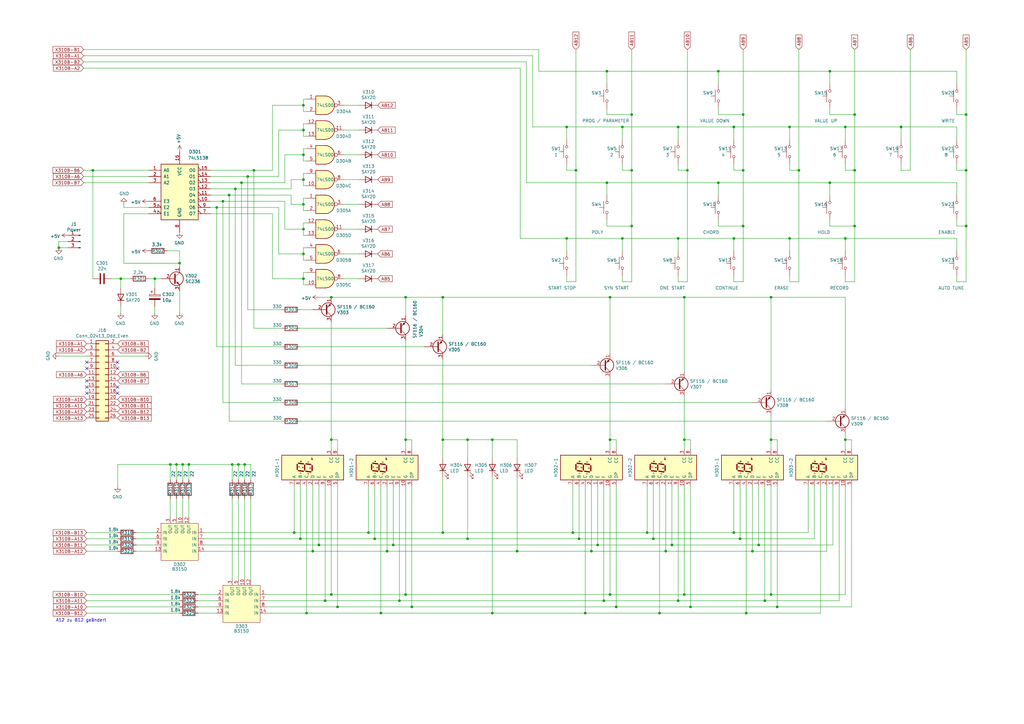
<source format=kicad_sch>
(kicad_sch (version 20230121) (generator eeschema)

  (uuid fca1b0d6-1074-4ffe-ae34-df94e5bec390)

  (paper "A3")

  (title_block
    (title "AAC 3/E 142-730-740")
    (date "2021-04-16")
    (rev "k")
    (company "Polyphonic Synthesizer \"Tiracon 6V\"")
    (comment 1 "ehem. VEB Automatisierungsanlagen Cottbus")
    (comment 2 "Anzeige- & Tastaturleiterplatte BLP Stromlaufplan")
    (comment 4 "Display & keypad circuit")
  )

  (lib_symbols
    (symbol "74xx:74LS00" (pin_names (offset 1.016)) (in_bom yes) (on_board yes)
      (property "Reference" "U" (at 0 1.27 0)
        (effects (font (size 1.27 1.27)))
      )
      (property "Value" "74LS00" (at 0 -1.27 0)
        (effects (font (size 1.27 1.27)))
      )
      (property "Footprint" "" (at 0 0 0)
        (effects (font (size 1.27 1.27)) hide)
      )
      (property "Datasheet" "http://www.ti.com/lit/gpn/sn74ls00" (at 0 0 0)
        (effects (font (size 1.27 1.27)) hide)
      )
      (property "ki_locked" "" (at 0 0 0)
        (effects (font (size 1.27 1.27)))
      )
      (property "ki_keywords" "TTL nand 2-input" (at 0 0 0)
        (effects (font (size 1.27 1.27)) hide)
      )
      (property "ki_description" "quad 2-input NAND gate" (at 0 0 0)
        (effects (font (size 1.27 1.27)) hide)
      )
      (property "ki_fp_filters" "DIP*W7.62mm* SO14*" (at 0 0 0)
        (effects (font (size 1.27 1.27)) hide)
      )
      (symbol "74LS00_1_1"
        (arc (start 0 -3.81) (mid 3.7934 0) (end 0 3.81)
          (stroke (width 0.254) (type default))
          (fill (type background))
        )
        (polyline
          (pts
            (xy 0 3.81)
            (xy -3.81 3.81)
            (xy -3.81 -3.81)
            (xy 0 -3.81)
          )
          (stroke (width 0.254) (type default))
          (fill (type background))
        )
        (pin input line (at -7.62 2.54 0) (length 3.81)
          (name "~" (effects (font (size 1.27 1.27))))
          (number "1" (effects (font (size 1.27 1.27))))
        )
        (pin input line (at -7.62 -2.54 0) (length 3.81)
          (name "~" (effects (font (size 1.27 1.27))))
          (number "2" (effects (font (size 1.27 1.27))))
        )
        (pin output inverted (at 7.62 0 180) (length 3.81)
          (name "~" (effects (font (size 1.27 1.27))))
          (number "3" (effects (font (size 1.27 1.27))))
        )
      )
      (symbol "74LS00_1_2"
        (arc (start -3.81 -3.81) (mid -2.589 0) (end -3.81 3.81)
          (stroke (width 0.254) (type default))
          (fill (type none))
        )
        (arc (start -0.6096 -3.81) (mid 2.1842 -2.5851) (end 3.81 0)
          (stroke (width 0.254) (type default))
          (fill (type background))
        )
        (polyline
          (pts
            (xy -3.81 -3.81)
            (xy -0.635 -3.81)
          )
          (stroke (width 0.254) (type default))
          (fill (type background))
        )
        (polyline
          (pts
            (xy -3.81 3.81)
            (xy -0.635 3.81)
          )
          (stroke (width 0.254) (type default))
          (fill (type background))
        )
        (polyline
          (pts
            (xy -0.635 3.81)
            (xy -3.81 3.81)
            (xy -3.81 3.81)
            (xy -3.556 3.4036)
            (xy -3.0226 2.2606)
            (xy -2.6924 1.0414)
            (xy -2.6162 -0.254)
            (xy -2.7686 -1.4986)
            (xy -3.175 -2.7178)
            (xy -3.81 -3.81)
            (xy -3.81 -3.81)
            (xy -0.635 -3.81)
          )
          (stroke (width -25.4) (type default))
          (fill (type background))
        )
        (arc (start 3.81 0) (mid 2.1915 2.5936) (end -0.6096 3.81)
          (stroke (width 0.254) (type default))
          (fill (type background))
        )
        (pin input inverted (at -7.62 2.54 0) (length 4.318)
          (name "~" (effects (font (size 1.27 1.27))))
          (number "1" (effects (font (size 1.27 1.27))))
        )
        (pin input inverted (at -7.62 -2.54 0) (length 4.318)
          (name "~" (effects (font (size 1.27 1.27))))
          (number "2" (effects (font (size 1.27 1.27))))
        )
        (pin output line (at 7.62 0 180) (length 3.81)
          (name "~" (effects (font (size 1.27 1.27))))
          (number "3" (effects (font (size 1.27 1.27))))
        )
      )
      (symbol "74LS00_2_1"
        (arc (start 0 -3.81) (mid 3.7934 0) (end 0 3.81)
          (stroke (width 0.254) (type default))
          (fill (type background))
        )
        (polyline
          (pts
            (xy 0 3.81)
            (xy -3.81 3.81)
            (xy -3.81 -3.81)
            (xy 0 -3.81)
          )
          (stroke (width 0.254) (type default))
          (fill (type background))
        )
        (pin input line (at -7.62 2.54 0) (length 3.81)
          (name "~" (effects (font (size 1.27 1.27))))
          (number "4" (effects (font (size 1.27 1.27))))
        )
        (pin input line (at -7.62 -2.54 0) (length 3.81)
          (name "~" (effects (font (size 1.27 1.27))))
          (number "5" (effects (font (size 1.27 1.27))))
        )
        (pin output inverted (at 7.62 0 180) (length 3.81)
          (name "~" (effects (font (size 1.27 1.27))))
          (number "6" (effects (font (size 1.27 1.27))))
        )
      )
      (symbol "74LS00_2_2"
        (arc (start -3.81 -3.81) (mid -2.589 0) (end -3.81 3.81)
          (stroke (width 0.254) (type default))
          (fill (type none))
        )
        (arc (start -0.6096 -3.81) (mid 2.1842 -2.5851) (end 3.81 0)
          (stroke (width 0.254) (type default))
          (fill (type background))
        )
        (polyline
          (pts
            (xy -3.81 -3.81)
            (xy -0.635 -3.81)
          )
          (stroke (width 0.254) (type default))
          (fill (type background))
        )
        (polyline
          (pts
            (xy -3.81 3.81)
            (xy -0.635 3.81)
          )
          (stroke (width 0.254) (type default))
          (fill (type background))
        )
        (polyline
          (pts
            (xy -0.635 3.81)
            (xy -3.81 3.81)
            (xy -3.81 3.81)
            (xy -3.556 3.4036)
            (xy -3.0226 2.2606)
            (xy -2.6924 1.0414)
            (xy -2.6162 -0.254)
            (xy -2.7686 -1.4986)
            (xy -3.175 -2.7178)
            (xy -3.81 -3.81)
            (xy -3.81 -3.81)
            (xy -0.635 -3.81)
          )
          (stroke (width -25.4) (type default))
          (fill (type background))
        )
        (arc (start 3.81 0) (mid 2.1915 2.5936) (end -0.6096 3.81)
          (stroke (width 0.254) (type default))
          (fill (type background))
        )
        (pin input inverted (at -7.62 2.54 0) (length 4.318)
          (name "~" (effects (font (size 1.27 1.27))))
          (number "4" (effects (font (size 1.27 1.27))))
        )
        (pin input inverted (at -7.62 -2.54 0) (length 4.318)
          (name "~" (effects (font (size 1.27 1.27))))
          (number "5" (effects (font (size 1.27 1.27))))
        )
        (pin output line (at 7.62 0 180) (length 3.81)
          (name "~" (effects (font (size 1.27 1.27))))
          (number "6" (effects (font (size 1.27 1.27))))
        )
      )
      (symbol "74LS00_3_1"
        (arc (start 0 -3.81) (mid 3.7934 0) (end 0 3.81)
          (stroke (width 0.254) (type default))
          (fill (type background))
        )
        (polyline
          (pts
            (xy 0 3.81)
            (xy -3.81 3.81)
            (xy -3.81 -3.81)
            (xy 0 -3.81)
          )
          (stroke (width 0.254) (type default))
          (fill (type background))
        )
        (pin input line (at -7.62 -2.54 0) (length 3.81)
          (name "~" (effects (font (size 1.27 1.27))))
          (number "10" (effects (font (size 1.27 1.27))))
        )
        (pin output inverted (at 7.62 0 180) (length 3.81)
          (name "~" (effects (font (size 1.27 1.27))))
          (number "8" (effects (font (size 1.27 1.27))))
        )
        (pin input line (at -7.62 2.54 0) (length 3.81)
          (name "~" (effects (font (size 1.27 1.27))))
          (number "9" (effects (font (size 1.27 1.27))))
        )
      )
      (symbol "74LS00_3_2"
        (arc (start -3.81 -3.81) (mid -2.589 0) (end -3.81 3.81)
          (stroke (width 0.254) (type default))
          (fill (type none))
        )
        (arc (start -0.6096 -3.81) (mid 2.1842 -2.5851) (end 3.81 0)
          (stroke (width 0.254) (type default))
          (fill (type background))
        )
        (polyline
          (pts
            (xy -3.81 -3.81)
            (xy -0.635 -3.81)
          )
          (stroke (width 0.254) (type default))
          (fill (type background))
        )
        (polyline
          (pts
            (xy -3.81 3.81)
            (xy -0.635 3.81)
          )
          (stroke (width 0.254) (type default))
          (fill (type background))
        )
        (polyline
          (pts
            (xy -0.635 3.81)
            (xy -3.81 3.81)
            (xy -3.81 3.81)
            (xy -3.556 3.4036)
            (xy -3.0226 2.2606)
            (xy -2.6924 1.0414)
            (xy -2.6162 -0.254)
            (xy -2.7686 -1.4986)
            (xy -3.175 -2.7178)
            (xy -3.81 -3.81)
            (xy -3.81 -3.81)
            (xy -0.635 -3.81)
          )
          (stroke (width -25.4) (type default))
          (fill (type background))
        )
        (arc (start 3.81 0) (mid 2.1915 2.5936) (end -0.6096 3.81)
          (stroke (width 0.254) (type default))
          (fill (type background))
        )
        (pin input inverted (at -7.62 -2.54 0) (length 4.318)
          (name "~" (effects (font (size 1.27 1.27))))
          (number "10" (effects (font (size 1.27 1.27))))
        )
        (pin output line (at 7.62 0 180) (length 3.81)
          (name "~" (effects (font (size 1.27 1.27))))
          (number "8" (effects (font (size 1.27 1.27))))
        )
        (pin input inverted (at -7.62 2.54 0) (length 4.318)
          (name "~" (effects (font (size 1.27 1.27))))
          (number "9" (effects (font (size 1.27 1.27))))
        )
      )
      (symbol "74LS00_4_1"
        (arc (start 0 -3.81) (mid 3.7934 0) (end 0 3.81)
          (stroke (width 0.254) (type default))
          (fill (type background))
        )
        (polyline
          (pts
            (xy 0 3.81)
            (xy -3.81 3.81)
            (xy -3.81 -3.81)
            (xy 0 -3.81)
          )
          (stroke (width 0.254) (type default))
          (fill (type background))
        )
        (pin output inverted (at 7.62 0 180) (length 3.81)
          (name "~" (effects (font (size 1.27 1.27))))
          (number "11" (effects (font (size 1.27 1.27))))
        )
        (pin input line (at -7.62 2.54 0) (length 3.81)
          (name "~" (effects (font (size 1.27 1.27))))
          (number "12" (effects (font (size 1.27 1.27))))
        )
        (pin input line (at -7.62 -2.54 0) (length 3.81)
          (name "~" (effects (font (size 1.27 1.27))))
          (number "13" (effects (font (size 1.27 1.27))))
        )
      )
      (symbol "74LS00_4_2"
        (arc (start -3.81 -3.81) (mid -2.589 0) (end -3.81 3.81)
          (stroke (width 0.254) (type default))
          (fill (type none))
        )
        (arc (start -0.6096 -3.81) (mid 2.1842 -2.5851) (end 3.81 0)
          (stroke (width 0.254) (type default))
          (fill (type background))
        )
        (polyline
          (pts
            (xy -3.81 -3.81)
            (xy -0.635 -3.81)
          )
          (stroke (width 0.254) (type default))
          (fill (type background))
        )
        (polyline
          (pts
            (xy -3.81 3.81)
            (xy -0.635 3.81)
          )
          (stroke (width 0.254) (type default))
          (fill (type background))
        )
        (polyline
          (pts
            (xy -0.635 3.81)
            (xy -3.81 3.81)
            (xy -3.81 3.81)
            (xy -3.556 3.4036)
            (xy -3.0226 2.2606)
            (xy -2.6924 1.0414)
            (xy -2.6162 -0.254)
            (xy -2.7686 -1.4986)
            (xy -3.175 -2.7178)
            (xy -3.81 -3.81)
            (xy -3.81 -3.81)
            (xy -0.635 -3.81)
          )
          (stroke (width -25.4) (type default))
          (fill (type background))
        )
        (arc (start 3.81 0) (mid 2.1915 2.5936) (end -0.6096 3.81)
          (stroke (width 0.254) (type default))
          (fill (type background))
        )
        (pin output line (at 7.62 0 180) (length 3.81)
          (name "~" (effects (font (size 1.27 1.27))))
          (number "11" (effects (font (size 1.27 1.27))))
        )
        (pin input inverted (at -7.62 2.54 0) (length 4.318)
          (name "~" (effects (font (size 1.27 1.27))))
          (number "12" (effects (font (size 1.27 1.27))))
        )
        (pin input inverted (at -7.62 -2.54 0) (length 4.318)
          (name "~" (effects (font (size 1.27 1.27))))
          (number "13" (effects (font (size 1.27 1.27))))
        )
      )
      (symbol "74LS00_5_0"
        (pin power_in line (at 0 12.7 270) (length 5.08)
          (name "VCC" (effects (font (size 1.27 1.27))))
          (number "14" (effects (font (size 1.27 1.27))))
        )
        (pin power_in line (at 0 -12.7 90) (length 5.08)
          (name "GND" (effects (font (size 1.27 1.27))))
          (number "7" (effects (font (size 1.27 1.27))))
        )
      )
      (symbol "74LS00_5_1"
        (rectangle (start -5.08 7.62) (end 5.08 -7.62)
          (stroke (width 0.254) (type default))
          (fill (type background))
        )
      )
    )
    (symbol "74xx:74LS138" (pin_names (offset 1.016)) (in_bom yes) (on_board yes)
      (property "Reference" "U" (at -7.62 11.43 0)
        (effects (font (size 1.27 1.27)))
      )
      (property "Value" "74LS138" (at -7.62 -13.97 0)
        (effects (font (size 1.27 1.27)))
      )
      (property "Footprint" "" (at 0 0 0)
        (effects (font (size 1.27 1.27)) hide)
      )
      (property "Datasheet" "http://www.ti.com/lit/gpn/sn74LS138" (at 0 0 0)
        (effects (font (size 1.27 1.27)) hide)
      )
      (property "ki_locked" "" (at 0 0 0)
        (effects (font (size 1.27 1.27)))
      )
      (property "ki_keywords" "TTL DECOD DECOD8" (at 0 0 0)
        (effects (font (size 1.27 1.27)) hide)
      )
      (property "ki_description" "Decoder 3 to 8 active low outputs" (at 0 0 0)
        (effects (font (size 1.27 1.27)) hide)
      )
      (property "ki_fp_filters" "DIP?16*" (at 0 0 0)
        (effects (font (size 1.27 1.27)) hide)
      )
      (symbol "74LS138_1_0"
        (pin input line (at -12.7 7.62 0) (length 5.08)
          (name "A0" (effects (font (size 1.27 1.27))))
          (number "1" (effects (font (size 1.27 1.27))))
        )
        (pin output output_low (at 12.7 -5.08 180) (length 5.08)
          (name "O5" (effects (font (size 1.27 1.27))))
          (number "10" (effects (font (size 1.27 1.27))))
        )
        (pin output output_low (at 12.7 -2.54 180) (length 5.08)
          (name "O4" (effects (font (size 1.27 1.27))))
          (number "11" (effects (font (size 1.27 1.27))))
        )
        (pin output output_low (at 12.7 0 180) (length 5.08)
          (name "O3" (effects (font (size 1.27 1.27))))
          (number "12" (effects (font (size 1.27 1.27))))
        )
        (pin output output_low (at 12.7 2.54 180) (length 5.08)
          (name "O2" (effects (font (size 1.27 1.27))))
          (number "13" (effects (font (size 1.27 1.27))))
        )
        (pin output output_low (at 12.7 5.08 180) (length 5.08)
          (name "O1" (effects (font (size 1.27 1.27))))
          (number "14" (effects (font (size 1.27 1.27))))
        )
        (pin output output_low (at 12.7 7.62 180) (length 5.08)
          (name "O0" (effects (font (size 1.27 1.27))))
          (number "15" (effects (font (size 1.27 1.27))))
        )
        (pin power_in line (at 0 15.24 270) (length 5.08)
          (name "VCC" (effects (font (size 1.27 1.27))))
          (number "16" (effects (font (size 1.27 1.27))))
        )
        (pin input line (at -12.7 5.08 0) (length 5.08)
          (name "A1" (effects (font (size 1.27 1.27))))
          (number "2" (effects (font (size 1.27 1.27))))
        )
        (pin input line (at -12.7 2.54 0) (length 5.08)
          (name "A2" (effects (font (size 1.27 1.27))))
          (number "3" (effects (font (size 1.27 1.27))))
        )
        (pin input input_low (at -12.7 -10.16 0) (length 5.08)
          (name "E1" (effects (font (size 1.27 1.27))))
          (number "4" (effects (font (size 1.27 1.27))))
        )
        (pin input input_low (at -12.7 -7.62 0) (length 5.08)
          (name "E2" (effects (font (size 1.27 1.27))))
          (number "5" (effects (font (size 1.27 1.27))))
        )
        (pin input line (at -12.7 -5.08 0) (length 5.08)
          (name "E3" (effects (font (size 1.27 1.27))))
          (number "6" (effects (font (size 1.27 1.27))))
        )
        (pin output output_low (at 12.7 -10.16 180) (length 5.08)
          (name "O7" (effects (font (size 1.27 1.27))))
          (number "7" (effects (font (size 1.27 1.27))))
        )
        (pin power_in line (at 0 -17.78 90) (length 5.08)
          (name "GND" (effects (font (size 1.27 1.27))))
          (number "8" (effects (font (size 1.27 1.27))))
        )
        (pin output output_low (at 12.7 -7.62 180) (length 5.08)
          (name "O6" (effects (font (size 1.27 1.27))))
          (number "9" (effects (font (size 1.27 1.27))))
        )
      )
      (symbol "74LS138_1_1"
        (rectangle (start -7.62 10.16) (end 7.62 -12.7)
          (stroke (width 0.254) (type default))
          (fill (type background))
        )
      )
    )
    (symbol "BLP-rescue:CP-Device" (pin_numbers hide) (pin_names (offset 0.254)) (in_bom yes) (on_board yes)
      (property "Reference" "C" (at 0.635 2.54 0)
        (effects (font (size 1.27 1.27)) (justify left))
      )
      (property "Value" "Device_CP" (at 0.635 -2.54 0)
        (effects (font (size 1.27 1.27)) (justify left))
      )
      (property "Footprint" "" (at 0.9652 -3.81 0)
        (effects (font (size 1.27 1.27)) hide)
      )
      (property "Datasheet" "" (at 0 0 0)
        (effects (font (size 1.27 1.27)) hide)
      )
      (property "ki_fp_filters" "CP_*" (at 0 0 0)
        (effects (font (size 1.27 1.27)) hide)
      )
      (symbol "CP-Device_0_1"
        (rectangle (start -2.286 0.508) (end 2.286 1.016)
          (stroke (width 0) (type solid))
          (fill (type none))
        )
        (polyline
          (pts
            (xy -1.778 2.286)
            (xy -0.762 2.286)
          )
          (stroke (width 0) (type solid))
          (fill (type none))
        )
        (polyline
          (pts
            (xy -1.27 2.794)
            (xy -1.27 1.778)
          )
          (stroke (width 0) (type solid))
          (fill (type none))
        )
        (rectangle (start 2.286 -0.508) (end -2.286 -1.016)
          (stroke (width 0) (type solid))
          (fill (type outline))
        )
      )
      (symbol "CP-Device_1_1"
        (pin passive line (at 0 3.81 270) (length 2.794)
          (name "~" (effects (font (size 1.27 1.27))))
          (number "1" (effects (font (size 1.27 1.27))))
        )
        (pin passive line (at 0 -3.81 90) (length 2.794)
          (name "~" (effects (font (size 1.27 1.27))))
          (number "2" (effects (font (size 1.27 1.27))))
        )
      )
    )
    (symbol "BLP-rescue:Conn_01x03_Male-Connector" (pin_names (offset 1.016) hide) (in_bom yes) (on_board yes)
      (property "Reference" "J" (at 0 5.08 0)
        (effects (font (size 1.27 1.27)))
      )
      (property "Value" "Connector_Conn_01x03_Male" (at 0 -5.08 0)
        (effects (font (size 1.27 1.27)))
      )
      (property "Footprint" "" (at 0 0 0)
        (effects (font (size 1.27 1.27)) hide)
      )
      (property "Datasheet" "" (at 0 0 0)
        (effects (font (size 1.27 1.27)) hide)
      )
      (property "ki_fp_filters" "Connector*:*_1x??_*" (at 0 0 0)
        (effects (font (size 1.27 1.27)) hide)
      )
      (symbol "Conn_01x03_Male-Connector_1_1"
        (polyline
          (pts
            (xy 1.27 -2.54)
            (xy 0.8636 -2.54)
          )
          (stroke (width 0.1524) (type solid))
          (fill (type none))
        )
        (polyline
          (pts
            (xy 1.27 0)
            (xy 0.8636 0)
          )
          (stroke (width 0.1524) (type solid))
          (fill (type none))
        )
        (polyline
          (pts
            (xy 1.27 2.54)
            (xy 0.8636 2.54)
          )
          (stroke (width 0.1524) (type solid))
          (fill (type none))
        )
        (rectangle (start 0.8636 -2.413) (end 0 -2.667)
          (stroke (width 0.1524) (type solid))
          (fill (type outline))
        )
        (rectangle (start 0.8636 0.127) (end 0 -0.127)
          (stroke (width 0.1524) (type solid))
          (fill (type outline))
        )
        (rectangle (start 0.8636 2.667) (end 0 2.413)
          (stroke (width 0.1524) (type solid))
          (fill (type outline))
        )
        (pin passive line (at 5.08 2.54 180) (length 3.81)
          (name "Pin_1" (effects (font (size 1.27 1.27))))
          (number "1" (effects (font (size 1.27 1.27))))
        )
        (pin passive line (at 5.08 0 180) (length 3.81)
          (name "Pin_2" (effects (font (size 1.27 1.27))))
          (number "2" (effects (font (size 1.27 1.27))))
        )
        (pin passive line (at 5.08 -2.54 180) (length 3.81)
          (name "Pin_3" (effects (font (size 1.27 1.27))))
          (number "3" (effects (font (size 1.27 1.27))))
        )
      )
    )
    (symbol "Connector_Generic:Conn_02x13_Odd_Even" (pin_names (offset 1.016) hide) (in_bom yes) (on_board yes)
      (property "Reference" "J" (at 1.27 17.78 0)
        (effects (font (size 1.27 1.27)))
      )
      (property "Value" "Conn_02x13_Odd_Even" (at 1.27 -17.78 0)
        (effects (font (size 1.27 1.27)))
      )
      (property "Footprint" "" (at 0 0 0)
        (effects (font (size 1.27 1.27)) hide)
      )
      (property "Datasheet" "~" (at 0 0 0)
        (effects (font (size 1.27 1.27)) hide)
      )
      (property "ki_keywords" "connector" (at 0 0 0)
        (effects (font (size 1.27 1.27)) hide)
      )
      (property "ki_description" "Generic connector, double row, 02x13, odd/even pin numbering scheme (row 1 odd numbers, row 2 even numbers), script generated (kicad-library-utils/schlib/autogen/connector/)" (at 0 0 0)
        (effects (font (size 1.27 1.27)) hide)
      )
      (property "ki_fp_filters" "Connector*:*_2x??_*" (at 0 0 0)
        (effects (font (size 1.27 1.27)) hide)
      )
      (symbol "Conn_02x13_Odd_Even_1_1"
        (rectangle (start -1.27 -15.113) (end 0 -15.367)
          (stroke (width 0.1524) (type default))
          (fill (type none))
        )
        (rectangle (start -1.27 -12.573) (end 0 -12.827)
          (stroke (width 0.1524) (type default))
          (fill (type none))
        )
        (rectangle (start -1.27 -10.033) (end 0 -10.287)
          (stroke (width 0.1524) (type default))
          (fill (type none))
        )
        (rectangle (start -1.27 -7.493) (end 0 -7.747)
          (stroke (width 0.1524) (type default))
          (fill (type none))
        )
        (rectangle (start -1.27 -4.953) (end 0 -5.207)
          (stroke (width 0.1524) (type default))
          (fill (type none))
        )
        (rectangle (start -1.27 -2.413) (end 0 -2.667)
          (stroke (width 0.1524) (type default))
          (fill (type none))
        )
        (rectangle (start -1.27 0.127) (end 0 -0.127)
          (stroke (width 0.1524) (type default))
          (fill (type none))
        )
        (rectangle (start -1.27 2.667) (end 0 2.413)
          (stroke (width 0.1524) (type default))
          (fill (type none))
        )
        (rectangle (start -1.27 5.207) (end 0 4.953)
          (stroke (width 0.1524) (type default))
          (fill (type none))
        )
        (rectangle (start -1.27 7.747) (end 0 7.493)
          (stroke (width 0.1524) (type default))
          (fill (type none))
        )
        (rectangle (start -1.27 10.287) (end 0 10.033)
          (stroke (width 0.1524) (type default))
          (fill (type none))
        )
        (rectangle (start -1.27 12.827) (end 0 12.573)
          (stroke (width 0.1524) (type default))
          (fill (type none))
        )
        (rectangle (start -1.27 15.367) (end 0 15.113)
          (stroke (width 0.1524) (type default))
          (fill (type none))
        )
        (rectangle (start -1.27 16.51) (end 3.81 -16.51)
          (stroke (width 0.254) (type default))
          (fill (type background))
        )
        (rectangle (start 3.81 -15.113) (end 2.54 -15.367)
          (stroke (width 0.1524) (type default))
          (fill (type none))
        )
        (rectangle (start 3.81 -12.573) (end 2.54 -12.827)
          (stroke (width 0.1524) (type default))
          (fill (type none))
        )
        (rectangle (start 3.81 -10.033) (end 2.54 -10.287)
          (stroke (width 0.1524) (type default))
          (fill (type none))
        )
        (rectangle (start 3.81 -7.493) (end 2.54 -7.747)
          (stroke (width 0.1524) (type default))
          (fill (type none))
        )
        (rectangle (start 3.81 -4.953) (end 2.54 -5.207)
          (stroke (width 0.1524) (type default))
          (fill (type none))
        )
        (rectangle (start 3.81 -2.413) (end 2.54 -2.667)
          (stroke (width 0.1524) (type default))
          (fill (type none))
        )
        (rectangle (start 3.81 0.127) (end 2.54 -0.127)
          (stroke (width 0.1524) (type default))
          (fill (type none))
        )
        (rectangle (start 3.81 2.667) (end 2.54 2.413)
          (stroke (width 0.1524) (type default))
          (fill (type none))
        )
        (rectangle (start 3.81 5.207) (end 2.54 4.953)
          (stroke (width 0.1524) (type default))
          (fill (type none))
        )
        (rectangle (start 3.81 7.747) (end 2.54 7.493)
          (stroke (width 0.1524) (type default))
          (fill (type none))
        )
        (rectangle (start 3.81 10.287) (end 2.54 10.033)
          (stroke (width 0.1524) (type default))
          (fill (type none))
        )
        (rectangle (start 3.81 12.827) (end 2.54 12.573)
          (stroke (width 0.1524) (type default))
          (fill (type none))
        )
        (rectangle (start 3.81 15.367) (end 2.54 15.113)
          (stroke (width 0.1524) (type default))
          (fill (type none))
        )
        (pin passive line (at -5.08 15.24 0) (length 3.81)
          (name "Pin_1" (effects (font (size 1.27 1.27))))
          (number "1" (effects (font (size 1.27 1.27))))
        )
        (pin passive line (at 7.62 5.08 180) (length 3.81)
          (name "Pin_10" (effects (font (size 1.27 1.27))))
          (number "10" (effects (font (size 1.27 1.27))))
        )
        (pin passive line (at -5.08 2.54 0) (length 3.81)
          (name "Pin_11" (effects (font (size 1.27 1.27))))
          (number "11" (effects (font (size 1.27 1.27))))
        )
        (pin passive line (at 7.62 2.54 180) (length 3.81)
          (name "Pin_12" (effects (font (size 1.27 1.27))))
          (number "12" (effects (font (size 1.27 1.27))))
        )
        (pin passive line (at -5.08 0 0) (length 3.81)
          (name "Pin_13" (effects (font (size 1.27 1.27))))
          (number "13" (effects (font (size 1.27 1.27))))
        )
        (pin passive line (at 7.62 0 180) (length 3.81)
          (name "Pin_14" (effects (font (size 1.27 1.27))))
          (number "14" (effects (font (size 1.27 1.27))))
        )
        (pin passive line (at -5.08 -2.54 0) (length 3.81)
          (name "Pin_15" (effects (font (size 1.27 1.27))))
          (number "15" (effects (font (size 1.27 1.27))))
        )
        (pin passive line (at 7.62 -2.54 180) (length 3.81)
          (name "Pin_16" (effects (font (size 1.27 1.27))))
          (number "16" (effects (font (size 1.27 1.27))))
        )
        (pin passive line (at -5.08 -5.08 0) (length 3.81)
          (name "Pin_17" (effects (font (size 1.27 1.27))))
          (number "17" (effects (font (size 1.27 1.27))))
        )
        (pin passive line (at 7.62 -5.08 180) (length 3.81)
          (name "Pin_18" (effects (font (size 1.27 1.27))))
          (number "18" (effects (font (size 1.27 1.27))))
        )
        (pin passive line (at -5.08 -7.62 0) (length 3.81)
          (name "Pin_19" (effects (font (size 1.27 1.27))))
          (number "19" (effects (font (size 1.27 1.27))))
        )
        (pin passive line (at 7.62 15.24 180) (length 3.81)
          (name "Pin_2" (effects (font (size 1.27 1.27))))
          (number "2" (effects (font (size 1.27 1.27))))
        )
        (pin passive line (at 7.62 -7.62 180) (length 3.81)
          (name "Pin_20" (effects (font (size 1.27 1.27))))
          (number "20" (effects (font (size 1.27 1.27))))
        )
        (pin passive line (at -5.08 -10.16 0) (length 3.81)
          (name "Pin_21" (effects (font (size 1.27 1.27))))
          (number "21" (effects (font (size 1.27 1.27))))
        )
        (pin passive line (at 7.62 -10.16 180) (length 3.81)
          (name "Pin_22" (effects (font (size 1.27 1.27))))
          (number "22" (effects (font (size 1.27 1.27))))
        )
        (pin passive line (at -5.08 -12.7 0) (length 3.81)
          (name "Pin_23" (effects (font (size 1.27 1.27))))
          (number "23" (effects (font (size 1.27 1.27))))
        )
        (pin passive line (at 7.62 -12.7 180) (length 3.81)
          (name "Pin_24" (effects (font (size 1.27 1.27))))
          (number "24" (effects (font (size 1.27 1.27))))
        )
        (pin passive line (at -5.08 -15.24 0) (length 3.81)
          (name "Pin_25" (effects (font (size 1.27 1.27))))
          (number "25" (effects (font (size 1.27 1.27))))
        )
        (pin passive line (at 7.62 -15.24 180) (length 3.81)
          (name "Pin_26" (effects (font (size 1.27 1.27))))
          (number "26" (effects (font (size 1.27 1.27))))
        )
        (pin passive line (at -5.08 12.7 0) (length 3.81)
          (name "Pin_3" (effects (font (size 1.27 1.27))))
          (number "3" (effects (font (size 1.27 1.27))))
        )
        (pin passive line (at 7.62 12.7 180) (length 3.81)
          (name "Pin_4" (effects (font (size 1.27 1.27))))
          (number "4" (effects (font (size 1.27 1.27))))
        )
        (pin passive line (at -5.08 10.16 0) (length 3.81)
          (name "Pin_5" (effects (font (size 1.27 1.27))))
          (number "5" (effects (font (size 1.27 1.27))))
        )
        (pin passive line (at 7.62 10.16 180) (length 3.81)
          (name "Pin_6" (effects (font (size 1.27 1.27))))
          (number "6" (effects (font (size 1.27 1.27))))
        )
        (pin passive line (at -5.08 7.62 0) (length 3.81)
          (name "Pin_7" (effects (font (size 1.27 1.27))))
          (number "7" (effects (font (size 1.27 1.27))))
        )
        (pin passive line (at 7.62 7.62 180) (length 3.81)
          (name "Pin_8" (effects (font (size 1.27 1.27))))
          (number "8" (effects (font (size 1.27 1.27))))
        )
        (pin passive line (at -5.08 5.08 0) (length 3.81)
          (name "Pin_9" (effects (font (size 1.27 1.27))))
          (number "9" (effects (font (size 1.27 1.27))))
        )
      )
    )
    (symbol "DDR_Halbleiter:B315D" (in_bom yes) (on_board yes)
      (property "Reference" "U" (at -2.54 -3.81 0)
        (effects (font (size 1.27 1.27)) (justify left bottom))
      )
      (property "Value" "B315D" (at -3.81 -6.35 0)
        (effects (font (size 1.27 1.27)) (justify left bottom))
      )
      (property "Footprint" "Package_DIP:DIP-18_W7.62mm_Socket_LongPads" (at 0 -10.16 0)
        (effects (font (size 1.27 1.27)) hide)
      )
      (property "Datasheet" "https://www.zilog.com/appnotes_download.php?FromPage=DirectLink&dn=PS0180&ft=Product%20Specification%20(Data%20Sheet)%20%20&f=YUhSMGNEb3ZMM2QzZHk1NmFXeHZaeTVqYjIwdlpHOWpjeTk2T0RBdmNITXdNVGd3TG5Ca1pnPT0=" (at -16.51 -8.89 0)
        (effects (font (size 1.27 1.27)) hide)
      )
      (property "ki_keywords" "Z80 PIO parallel" (at 0 0 0)
        (effects (font (size 1.27 1.27)) hide)
      )
      (property "ki_description" "Parallel I/O, DIP-40" (at 0 0 0)
        (effects (font (size 1.27 1.27)) hide)
      )
      (symbol "B315D_0_1"
        (rectangle (start -7.62 7.62) (end 7.62 -7.62)
          (stroke (width 0) (type default))
          (fill (type background))
        )
      )
      (symbol "B315D_1_1"
        (pin input line (at 10.16 3.81 180) (length 2.54)
          (name "IN" (effects (font (size 1.27 1.27))))
          (number "1" (effects (font (size 1.27 1.27))))
        )
        (pin output line (at 1.27 10.16 270) (length 2.54)
          (name "OUT" (effects (font (size 1.27 1.27))))
          (number "10" (effects (font (size 1.27 1.27))))
        )
        (pin output line (at 3.81 10.16 270) (length 2.54)
          (name "OUT" (effects (font (size 1.27 1.27))))
          (number "12" (effects (font (size 1.27 1.27))))
        )
        (pin input line (at -10.16 -3.81 0) (length 2.54)
          (name "IN" (effects (font (size 1.27 1.27))))
          (number "13" (effects (font (size 1.27 1.27))))
        )
        (pin input line (at 10.16 -3.81 180) (length 2.54)
          (name "IN" (effects (font (size 1.27 1.27))))
          (number "14" (effects (font (size 1.27 1.27))))
        )
        (pin input line (at -10.16 3.81 0) (length 2.54)
          (name "IN" (effects (font (size 1.27 1.27))))
          (number "2" (effects (font (size 1.27 1.27))))
        )
        (pin output line (at -3.81 10.16 270) (length 2.54)
          (name "OUT" (effects (font (size 1.27 1.27))))
          (number "3" (effects (font (size 1.27 1.27))))
        )
        (pin output line (at -1.27 10.16 270) (length 2.54)
          (name "OUT" (effects (font (size 1.27 1.27))))
          (number "5" (effects (font (size 1.27 1.27))))
        )
        (pin input line (at -10.16 1.27 0) (length 2.54)
          (name "IN" (effects (font (size 1.27 1.27))))
          (number "6" (effects (font (size 1.27 1.27))))
        )
        (pin input line (at 10.16 1.27 180) (length 2.54)
          (name "IN" (effects (font (size 1.27 1.27))))
          (number "7" (effects (font (size 1.27 1.27))))
        )
        (pin input line (at 10.16 -1.27 180) (length 2.54)
          (name "IN" (effects (font (size 1.27 1.27))))
          (number "8" (effects (font (size 1.27 1.27))))
        )
        (pin input line (at -10.16 -1.27 0) (length 2.54)
          (name "IN" (effects (font (size 1.27 1.27))))
          (number "9" (effects (font (size 1.27 1.27))))
        )
      )
    )
    (symbol "Device:C" (pin_numbers hide) (pin_names (offset 0.254)) (in_bom yes) (on_board yes)
      (property "Reference" "C" (at 0.635 2.54 0)
        (effects (font (size 1.27 1.27)) (justify left))
      )
      (property "Value" "C" (at 0.635 -2.54 0)
        (effects (font (size 1.27 1.27)) (justify left))
      )
      (property "Footprint" "" (at 0.9652 -3.81 0)
        (effects (font (size 1.27 1.27)) hide)
      )
      (property "Datasheet" "~" (at 0 0 0)
        (effects (font (size 1.27 1.27)) hide)
      )
      (property "ki_keywords" "cap capacitor" (at 0 0 0)
        (effects (font (size 1.27 1.27)) hide)
      )
      (property "ki_description" "Unpolarized capacitor" (at 0 0 0)
        (effects (font (size 1.27 1.27)) hide)
      )
      (property "ki_fp_filters" "C_*" (at 0 0 0)
        (effects (font (size 1.27 1.27)) hide)
      )
      (symbol "C_0_1"
        (polyline
          (pts
            (xy -2.032 -0.762)
            (xy 2.032 -0.762)
          )
          (stroke (width 0.508) (type default))
          (fill (type none))
        )
        (polyline
          (pts
            (xy -2.032 0.762)
            (xy 2.032 0.762)
          )
          (stroke (width 0.508) (type default))
          (fill (type none))
        )
      )
      (symbol "C_1_1"
        (pin passive line (at 0 3.81 270) (length 2.794)
          (name "~" (effects (font (size 1.27 1.27))))
          (number "1" (effects (font (size 1.27 1.27))))
        )
        (pin passive line (at 0 -3.81 90) (length 2.794)
          (name "~" (effects (font (size 1.27 1.27))))
          (number "2" (effects (font (size 1.27 1.27))))
        )
      )
    )
    (symbol "Device:D" (pin_numbers hide) (pin_names (offset 1.016) hide) (in_bom yes) (on_board yes)
      (property "Reference" "D" (at 0 2.54 0)
        (effects (font (size 1.27 1.27)))
      )
      (property "Value" "D" (at 0 -2.54 0)
        (effects (font (size 1.27 1.27)))
      )
      (property "Footprint" "" (at 0 0 0)
        (effects (font (size 1.27 1.27)) hide)
      )
      (property "Datasheet" "~" (at 0 0 0)
        (effects (font (size 1.27 1.27)) hide)
      )
      (property "Sim.Device" "D" (at 0 0 0)
        (effects (font (size 1.27 1.27)) hide)
      )
      (property "Sim.Pins" "1=K 2=A" (at 0 0 0)
        (effects (font (size 1.27 1.27)) hide)
      )
      (property "ki_keywords" "diode" (at 0 0 0)
        (effects (font (size 1.27 1.27)) hide)
      )
      (property "ki_description" "Diode" (at 0 0 0)
        (effects (font (size 1.27 1.27)) hide)
      )
      (property "ki_fp_filters" "TO-???* *_Diode_* *SingleDiode* D_*" (at 0 0 0)
        (effects (font (size 1.27 1.27)) hide)
      )
      (symbol "D_0_1"
        (polyline
          (pts
            (xy -1.27 1.27)
            (xy -1.27 -1.27)
          )
          (stroke (width 0.254) (type default))
          (fill (type none))
        )
        (polyline
          (pts
            (xy 1.27 0)
            (xy -1.27 0)
          )
          (stroke (width 0) (type default))
          (fill (type none))
        )
        (polyline
          (pts
            (xy 1.27 1.27)
            (xy 1.27 -1.27)
            (xy -1.27 0)
            (xy 1.27 1.27)
          )
          (stroke (width 0.254) (type default))
          (fill (type none))
        )
      )
      (symbol "D_1_1"
        (pin passive line (at -3.81 0 0) (length 2.54)
          (name "K" (effects (font (size 1.27 1.27))))
          (number "1" (effects (font (size 1.27 1.27))))
        )
        (pin passive line (at 3.81 0 180) (length 2.54)
          (name "A" (effects (font (size 1.27 1.27))))
          (number "2" (effects (font (size 1.27 1.27))))
        )
      )
    )
    (symbol "Device:LED" (pin_numbers hide) (pin_names (offset 1.016) hide) (in_bom yes) (on_board yes)
      (property "Reference" "D" (at 0 2.54 0)
        (effects (font (size 1.27 1.27)))
      )
      (property "Value" "LED" (at 0 -2.54 0)
        (effects (font (size 1.27 1.27)))
      )
      (property "Footprint" "" (at 0 0 0)
        (effects (font (size 1.27 1.27)) hide)
      )
      (property "Datasheet" "~" (at 0 0 0)
        (effects (font (size 1.27 1.27)) hide)
      )
      (property "ki_keywords" "LED diode" (at 0 0 0)
        (effects (font (size 1.27 1.27)) hide)
      )
      (property "ki_description" "Light emitting diode" (at 0 0 0)
        (effects (font (size 1.27 1.27)) hide)
      )
      (property "ki_fp_filters" "LED* LED_SMD:* LED_THT:*" (at 0 0 0)
        (effects (font (size 1.27 1.27)) hide)
      )
      (symbol "LED_0_1"
        (polyline
          (pts
            (xy -1.27 -1.27)
            (xy -1.27 1.27)
          )
          (stroke (width 0.254) (type default))
          (fill (type none))
        )
        (polyline
          (pts
            (xy -1.27 0)
            (xy 1.27 0)
          )
          (stroke (width 0) (type default))
          (fill (type none))
        )
        (polyline
          (pts
            (xy 1.27 -1.27)
            (xy 1.27 1.27)
            (xy -1.27 0)
            (xy 1.27 -1.27)
          )
          (stroke (width 0.254) (type default))
          (fill (type none))
        )
        (polyline
          (pts
            (xy -3.048 -0.762)
            (xy -4.572 -2.286)
            (xy -3.81 -2.286)
            (xy -4.572 -2.286)
            (xy -4.572 -1.524)
          )
          (stroke (width 0) (type default))
          (fill (type none))
        )
        (polyline
          (pts
            (xy -1.778 -0.762)
            (xy -3.302 -2.286)
            (xy -2.54 -2.286)
            (xy -3.302 -2.286)
            (xy -3.302 -1.524)
          )
          (stroke (width 0) (type default))
          (fill (type none))
        )
      )
      (symbol "LED_1_1"
        (pin passive line (at -3.81 0 0) (length 2.54)
          (name "K" (effects (font (size 1.27 1.27))))
          (number "1" (effects (font (size 1.27 1.27))))
        )
        (pin passive line (at 3.81 0 180) (length 2.54)
          (name "A" (effects (font (size 1.27 1.27))))
          (number "2" (effects (font (size 1.27 1.27))))
        )
      )
    )
    (symbol "Device:Q_NPN_CBE" (pin_names (offset 0) hide) (in_bom yes) (on_board yes)
      (property "Reference" "Q" (at 5.08 1.27 0)
        (effects (font (size 1.27 1.27)) (justify left))
      )
      (property "Value" "Q_NPN_CBE" (at 5.08 -1.27 0)
        (effects (font (size 1.27 1.27)) (justify left))
      )
      (property "Footprint" "" (at 5.08 2.54 0)
        (effects (font (size 1.27 1.27)) hide)
      )
      (property "Datasheet" "~" (at 0 0 0)
        (effects (font (size 1.27 1.27)) hide)
      )
      (property "ki_keywords" "transistor NPN" (at 0 0 0)
        (effects (font (size 1.27 1.27)) hide)
      )
      (property "ki_description" "NPN transistor, collector/base/emitter" (at 0 0 0)
        (effects (font (size 1.27 1.27)) hide)
      )
      (symbol "Q_NPN_CBE_0_1"
        (polyline
          (pts
            (xy 0.635 0.635)
            (xy 2.54 2.54)
          )
          (stroke (width 0) (type default))
          (fill (type none))
        )
        (polyline
          (pts
            (xy 0.635 -0.635)
            (xy 2.54 -2.54)
            (xy 2.54 -2.54)
          )
          (stroke (width 0) (type default))
          (fill (type none))
        )
        (polyline
          (pts
            (xy 0.635 1.905)
            (xy 0.635 -1.905)
            (xy 0.635 -1.905)
          )
          (stroke (width 0.508) (type default))
          (fill (type none))
        )
        (polyline
          (pts
            (xy 1.27 -1.778)
            (xy 1.778 -1.27)
            (xy 2.286 -2.286)
            (xy 1.27 -1.778)
            (xy 1.27 -1.778)
          )
          (stroke (width 0) (type default))
          (fill (type outline))
        )
        (circle (center 1.27 0) (radius 2.8194)
          (stroke (width 0.254) (type default))
          (fill (type none))
        )
      )
      (symbol "Q_NPN_CBE_1_1"
        (pin passive line (at 2.54 5.08 270) (length 2.54)
          (name "C" (effects (font (size 1.27 1.27))))
          (number "1" (effects (font (size 1.27 1.27))))
        )
        (pin input line (at -5.08 0 0) (length 5.715)
          (name "B" (effects (font (size 1.27 1.27))))
          (number "2" (effects (font (size 1.27 1.27))))
        )
        (pin passive line (at 2.54 -5.08 90) (length 2.54)
          (name "E" (effects (font (size 1.27 1.27))))
          (number "3" (effects (font (size 1.27 1.27))))
        )
      )
    )
    (symbol "Device:Q_PNP_EBC" (pin_names (offset 0) hide) (in_bom yes) (on_board yes)
      (property "Reference" "Q" (at 5.08 1.27 0)
        (effects (font (size 1.27 1.27)) (justify left))
      )
      (property "Value" "Q_PNP_EBC" (at 5.08 -1.27 0)
        (effects (font (size 1.27 1.27)) (justify left))
      )
      (property "Footprint" "" (at 5.08 2.54 0)
        (effects (font (size 1.27 1.27)) hide)
      )
      (property "Datasheet" "~" (at 0 0 0)
        (effects (font (size 1.27 1.27)) hide)
      )
      (property "ki_keywords" "transistor PNP" (at 0 0 0)
        (effects (font (size 1.27 1.27)) hide)
      )
      (property "ki_description" "PNP transistor, emitter/base/collector" (at 0 0 0)
        (effects (font (size 1.27 1.27)) hide)
      )
      (symbol "Q_PNP_EBC_0_1"
        (polyline
          (pts
            (xy 0.635 0.635)
            (xy 2.54 2.54)
          )
          (stroke (width 0) (type default))
          (fill (type none))
        )
        (polyline
          (pts
            (xy 0.635 -0.635)
            (xy 2.54 -2.54)
            (xy 2.54 -2.54)
          )
          (stroke (width 0) (type default))
          (fill (type none))
        )
        (polyline
          (pts
            (xy 0.635 1.905)
            (xy 0.635 -1.905)
            (xy 0.635 -1.905)
          )
          (stroke (width 0.508) (type default))
          (fill (type none))
        )
        (polyline
          (pts
            (xy 2.286 -1.778)
            (xy 1.778 -2.286)
            (xy 1.27 -1.27)
            (xy 2.286 -1.778)
            (xy 2.286 -1.778)
          )
          (stroke (width 0) (type default))
          (fill (type outline))
        )
        (circle (center 1.27 0) (radius 2.8194)
          (stroke (width 0.254) (type default))
          (fill (type none))
        )
      )
      (symbol "Q_PNP_EBC_1_1"
        (pin passive line (at 2.54 -5.08 90) (length 2.54)
          (name "E" (effects (font (size 1.27 1.27))))
          (number "1" (effects (font (size 1.27 1.27))))
        )
        (pin input line (at -5.08 0 0) (length 5.715)
          (name "B" (effects (font (size 1.27 1.27))))
          (number "2" (effects (font (size 1.27 1.27))))
        )
        (pin passive line (at 2.54 5.08 270) (length 2.54)
          (name "C" (effects (font (size 1.27 1.27))))
          (number "3" (effects (font (size 1.27 1.27))))
        )
      )
    )
    (symbol "Device:R" (pin_numbers hide) (pin_names (offset 0)) (in_bom yes) (on_board yes)
      (property "Reference" "R" (at 2.032 0 90)
        (effects (font (size 1.27 1.27)))
      )
      (property "Value" "R" (at 0 0 90)
        (effects (font (size 1.27 1.27)))
      )
      (property "Footprint" "" (at -1.778 0 90)
        (effects (font (size 1.27 1.27)) hide)
      )
      (property "Datasheet" "~" (at 0 0 0)
        (effects (font (size 1.27 1.27)) hide)
      )
      (property "ki_keywords" "R res resistor" (at 0 0 0)
        (effects (font (size 1.27 1.27)) hide)
      )
      (property "ki_description" "Resistor" (at 0 0 0)
        (effects (font (size 1.27 1.27)) hide)
      )
      (property "ki_fp_filters" "R_*" (at 0 0 0)
        (effects (font (size 1.27 1.27)) hide)
      )
      (symbol "R_0_1"
        (rectangle (start -1.016 -2.54) (end 1.016 2.54)
          (stroke (width 0.254) (type default))
          (fill (type none))
        )
      )
      (symbol "R_1_1"
        (pin passive line (at 0 3.81 270) (length 1.27)
          (name "~" (effects (font (size 1.27 1.27))))
          (number "1" (effects (font (size 1.27 1.27))))
        )
        (pin passive line (at 0 -3.81 90) (length 1.27)
          (name "~" (effects (font (size 1.27 1.27))))
          (number "2" (effects (font (size 1.27 1.27))))
        )
      )
    )
    (symbol "Display_Character:KCSC02-105" (pin_names (offset 0.635)) (in_bom yes) (on_board yes)
      (property "Reference" "U" (at -2.54 13.97 0)
        (effects (font (size 1.27 1.27)) (justify right))
      )
      (property "Value" "KCSC02-105" (at 1.27 13.97 0)
        (effects (font (size 1.27 1.27)) (justify left))
      )
      (property "Footprint" "Display_7Segment:KCSC02-105" (at 0 -15.24 0)
        (effects (font (size 1.27 1.27)) hide)
      )
      (property "Datasheet" "http://www.kingbright.com/attachments/file/psearch/000/00/00/KCSC02-105(Ver.9A).pdf" (at -12.7 12.065 0)
        (effects (font (size 1.27 1.27)) (justify left) hide)
      )
      (property "ki_keywords" "display LED 7-segment" (at 0 0 0)
        (effects (font (size 1.27 1.27)) hide)
      )
      (property "ki_description" "One digit 7 segment hyper red LED, common cathode" (at 0 0 0)
        (effects (font (size 1.27 1.27)) hide)
      )
      (property "ki_fp_filters" "*KCSC02*105*" (at 0 0 0)
        (effects (font (size 1.27 1.27)) hide)
      )
      (symbol "KCSC02-105_0_0"
        (text "A" (at 0.254 5.588 0)
          (effects (font (size 0.508 0.508)))
        )
        (text "B" (at 2.54 4.826 0)
          (effects (font (size 0.508 0.508)))
        )
        (text "C" (at 2.286 1.778 0)
          (effects (font (size 0.508 0.508)))
        )
        (text "D" (at -0.254 1.016 0)
          (effects (font (size 0.508 0.508)))
        )
        (text "DP" (at 3.556 0.254 0)
          (effects (font (size 0.508 0.508)))
        )
        (text "E" (at -2.54 1.778 0)
          (effects (font (size 0.508 0.508)))
        )
        (text "F" (at -2.286 4.826 0)
          (effects (font (size 0.508 0.508)))
        )
        (text "G" (at 0 4.064 0)
          (effects (font (size 0.508 0.508)))
        )
      )
      (symbol "KCSC02-105_0_1"
        (rectangle (start -5.08 12.7) (end 5.08 -12.7)
          (stroke (width 0.254) (type default))
          (fill (type background))
        )
        (polyline
          (pts
            (xy -1.524 2.794)
            (xy -1.778 0.762)
          )
          (stroke (width 0.508) (type default))
          (fill (type none))
        )
        (polyline
          (pts
            (xy -1.27 0.254)
            (xy 0.762 0.254)
          )
          (stroke (width 0.508) (type default))
          (fill (type none))
        )
        (polyline
          (pts
            (xy -1.27 5.842)
            (xy -1.524 3.81)
          )
          (stroke (width 0.508) (type default))
          (fill (type none))
        )
        (polyline
          (pts
            (xy -1.016 3.302)
            (xy 1.016 3.302)
          )
          (stroke (width 0.508) (type default))
          (fill (type none))
        )
        (polyline
          (pts
            (xy -0.762 6.35)
            (xy 1.27 6.35)
          )
          (stroke (width 0.508) (type default))
          (fill (type none))
        )
        (polyline
          (pts
            (xy 1.524 2.794)
            (xy 1.27 0.762)
          )
          (stroke (width 0.508) (type default))
          (fill (type none))
        )
        (polyline
          (pts
            (xy 1.778 5.842)
            (xy 1.524 3.81)
          )
          (stroke (width 0.508) (type default))
          (fill (type none))
        )
        (polyline
          (pts
            (xy 2.54 0.254)
            (xy 2.54 0.254)
          )
          (stroke (width 0.508) (type default))
          (fill (type none))
        )
      )
      (symbol "KCSC02-105_1_1"
        (pin input line (at -7.62 -2.54 0) (length 2.54)
          (name "E" (effects (font (size 1.27 1.27))))
          (number "1" (effects (font (size 1.27 1.27))))
        )
        (pin input line (at -7.62 -7.62 0) (length 2.54)
          (name "G" (effects (font (size 1.27 1.27))))
          (number "10" (effects (font (size 1.27 1.27))))
        )
        (pin input line (at -7.62 0 0) (length 2.54)
          (name "D" (effects (font (size 1.27 1.27))))
          (number "2" (effects (font (size 1.27 1.27))))
        )
        (pin input line (at 7.62 -7.62 180) (length 2.54)
          (name "CC" (effects (font (size 1.27 1.27))))
          (number "3" (effects (font (size 1.27 1.27))))
        )
        (pin input line (at -7.62 2.54 0) (length 2.54)
          (name "C" (effects (font (size 1.27 1.27))))
          (number "4" (effects (font (size 1.27 1.27))))
        )
        (pin input line (at -7.62 -10.16 0) (length 2.54)
          (name "DP" (effects (font (size 1.27 1.27))))
          (number "5" (effects (font (size 1.27 1.27))))
        )
        (pin input line (at -7.62 5.08 0) (length 2.54)
          (name "B" (effects (font (size 1.27 1.27))))
          (number "6" (effects (font (size 1.27 1.27))))
        )
        (pin input line (at -7.62 7.62 0) (length 2.54)
          (name "A" (effects (font (size 1.27 1.27))))
          (number "7" (effects (font (size 1.27 1.27))))
        )
        (pin input line (at 7.62 -10.16 180) (length 2.54)
          (name "CC" (effects (font (size 1.27 1.27))))
          (number "8" (effects (font (size 1.27 1.27))))
        )
        (pin input line (at -7.62 -5.08 0) (length 2.54)
          (name "F" (effects (font (size 1.27 1.27))))
          (number "9" (effects (font (size 1.27 1.27))))
        )
      )
    )
    (symbol "Switch:SW_Push" (pin_numbers hide) (pin_names (offset 1.016) hide) (in_bom yes) (on_board yes)
      (property "Reference" "SW" (at 1.27 2.54 0)
        (effects (font (size 1.27 1.27)) (justify left))
      )
      (property "Value" "SW_Push" (at 0 -1.524 0)
        (effects (font (size 1.27 1.27)))
      )
      (property "Footprint" "" (at 0 5.08 0)
        (effects (font (size 1.27 1.27)) hide)
      )
      (property "Datasheet" "~" (at 0 5.08 0)
        (effects (font (size 1.27 1.27)) hide)
      )
      (property "ki_keywords" "switch normally-open pushbutton push-button" (at 0 0 0)
        (effects (font (size 1.27 1.27)) hide)
      )
      (property "ki_description" "Push button switch, generic, two pins" (at 0 0 0)
        (effects (font (size 1.27 1.27)) hide)
      )
      (symbol "SW_Push_0_1"
        (circle (center -2.032 0) (radius 0.508)
          (stroke (width 0) (type default))
          (fill (type none))
        )
        (polyline
          (pts
            (xy 0 1.27)
            (xy 0 3.048)
          )
          (stroke (width 0) (type default))
          (fill (type none))
        )
        (polyline
          (pts
            (xy 2.54 1.27)
            (xy -2.54 1.27)
          )
          (stroke (width 0) (type default))
          (fill (type none))
        )
        (circle (center 2.032 0) (radius 0.508)
          (stroke (width 0) (type default))
          (fill (type none))
        )
        (pin passive line (at -5.08 0 0) (length 2.54)
          (name "1" (effects (font (size 1.27 1.27))))
          (number "1" (effects (font (size 1.27 1.27))))
        )
        (pin passive line (at 5.08 0 180) (length 2.54)
          (name "2" (effects (font (size 1.27 1.27))))
          (number "2" (effects (font (size 1.27 1.27))))
        )
      )
    )
    (symbol "power:+5V" (power) (pin_names (offset 0)) (in_bom yes) (on_board yes)
      (property "Reference" "#PWR" (at 0 -3.81 0)
        (effects (font (size 1.27 1.27)) hide)
      )
      (property "Value" "+5V" (at 0 3.556 0)
        (effects (font (size 1.27 1.27)))
      )
      (property "Footprint" "" (at 0 0 0)
        (effects (font (size 1.27 1.27)) hide)
      )
      (property "Datasheet" "" (at 0 0 0)
        (effects (font (size 1.27 1.27)) hide)
      )
      (property "ki_keywords" "global power" (at 0 0 0)
        (effects (font (size 1.27 1.27)) hide)
      )
      (property "ki_description" "Power symbol creates a global label with name \"+5V\"" (at 0 0 0)
        (effects (font (size 1.27 1.27)) hide)
      )
      (symbol "+5V_0_1"
        (polyline
          (pts
            (xy -0.762 1.27)
            (xy 0 2.54)
          )
          (stroke (width 0) (type default))
          (fill (type none))
        )
        (polyline
          (pts
            (xy 0 0)
            (xy 0 2.54)
          )
          (stroke (width 0) (type default))
          (fill (type none))
        )
        (polyline
          (pts
            (xy 0 2.54)
            (xy 0.762 1.27)
          )
          (stroke (width 0) (type default))
          (fill (type none))
        )
      )
      (symbol "+5V_1_1"
        (pin power_in line (at 0 0 90) (length 0) hide
          (name "+5V" (effects (font (size 1.27 1.27))))
          (number "1" (effects (font (size 1.27 1.27))))
        )
      )
    )
    (symbol "power:GND" (power) (pin_names (offset 0)) (in_bom yes) (on_board yes)
      (property "Reference" "#PWR" (at 0 -6.35 0)
        (effects (font (size 1.27 1.27)) hide)
      )
      (property "Value" "GND" (at 0 -3.81 0)
        (effects (font (size 1.27 1.27)))
      )
      (property "Footprint" "" (at 0 0 0)
        (effects (font (size 1.27 1.27)) hide)
      )
      (property "Datasheet" "" (at 0 0 0)
        (effects (font (size 1.27 1.27)) hide)
      )
      (property "ki_keywords" "global power" (at 0 0 0)
        (effects (font (size 1.27 1.27)) hide)
      )
      (property "ki_description" "Power symbol creates a global label with name \"GND\" , ground" (at 0 0 0)
        (effects (font (size 1.27 1.27)) hide)
      )
      (symbol "GND_0_1"
        (polyline
          (pts
            (xy 0 0)
            (xy 0 -1.27)
            (xy 1.27 -1.27)
            (xy 0 -2.54)
            (xy -1.27 -1.27)
            (xy 0 -1.27)
          )
          (stroke (width 0) (type default))
          (fill (type none))
        )
      )
      (symbol "GND_1_1"
        (pin power_in line (at 0 0 270) (length 0) hide
          (name "GND" (effects (font (size 1.27 1.27))))
          (number "1" (effects (font (size 1.27 1.27))))
        )
      )
    )
  )

  (junction (at 130.81 223.52) (diameter 0) (color 0 0 0 0)
    (uuid 007a948b-8ace-420d-b7f3-8a360d12863e)
  )
  (junction (at 125.73 251.46) (diameter 0) (color 0 0 0 0)
    (uuid 008c3865-813c-4a28-b424-f51ec01ccd94)
  )
  (junction (at 255.27 97.79) (diameter 0) (color 0 0 0 0)
    (uuid 01f528a2-acb4-421b-89b2-74c7bb3dad3f)
  )
  (junction (at 300.99 218.44) (diameter 0) (color 0 0 0 0)
    (uuid 05314a7c-3bc2-4bee-a2e0-86e3338bbef5)
  )
  (junction (at 316.23 243.84) (diameter 0) (color 0 0 0 0)
    (uuid 053f756c-5405-49b5-a608-9518ad8fa103)
  )
  (junction (at 135.89 180.34) (diameter 0) (color 0 0 0 0)
    (uuid 05c26bfe-b5b4-4352-bb48-6f8bf2728199)
  )
  (junction (at 323.85 52.07) (diameter 0) (color 0 0 0 0)
    (uuid 0664f0cf-7c30-4ee0-9eba-f473c58cfca5)
  )
  (junction (at 124.46 93.98) (diameter 0) (color 0 0 0 0)
    (uuid 0be1f646-b5d1-40d6-a7f4-bdaf0b7515cb)
  )
  (junction (at 88.9 85.09) (diameter 0) (color 0 0 0 0)
    (uuid 0bf19834-8b29-436a-96ac-7afd8efbcf4e)
  )
  (junction (at 265.43 218.44) (diameter 0) (color 0 0 0 0)
    (uuid 0db2750c-896d-47a4-8ac6-c1309fab364d)
  )
  (junction (at 97.79 190.5) (diameter 0) (color 0 0 0 0)
    (uuid 0ebfebb0-d4bb-48a9-9b11-d71b9765a20f)
  )
  (junction (at 346.71 180.34) (diameter 0) (color 0 0 0 0)
    (uuid 1042c384-7bc7-4307-8369-b0cf55f6fe93)
  )
  (junction (at 294.64 29.21) (diameter 0) (color 0 0 0 0)
    (uuid 11a8806e-43d2-4261-8d24-1a95c52fa332)
  )
  (junction (at 69.85 190.5) (diameter 0) (color 0 0 0 0)
    (uuid 13994c3f-14e5-4a4e-a044-d1b2ad42ab9a)
  )
  (junction (at 270.51 251.46) (diameter 0) (color 0 0 0 0)
    (uuid 13ce79d5-5770-4ba0-8853-5099201e3fa0)
  )
  (junction (at 124.46 43.18) (diameter 0) (color 0 0 0 0)
    (uuid 17de68fd-6b60-4664-a283-7905058f9e37)
  )
  (junction (at 396.24 46.99) (diameter 0) (color 0 0 0 0)
    (uuid 19f7e686-c714-46e7-a1a3-9702080ca485)
  )
  (junction (at 316.23 121.92) (diameter 0) (color 0 0 0 0)
    (uuid 1aaeb7dd-4d07-4ec1-bd6f-f47cb4240488)
  )
  (junction (at 234.95 218.44) (diameter 0) (color 0 0 0 0)
    (uuid 1be086d0-73d0-48bf-aa27-5a6712c308d2)
  )
  (junction (at 281.94 69.85) (diameter 0) (color 0 0 0 0)
    (uuid 1c6acde3-25ee-40fb-9dbc-f30e81c787ca)
  )
  (junction (at 273.05 226.06) (diameter 0) (color 0 0 0 0)
    (uuid 1db3516b-a99a-4ed6-af4a-63a157d4d6e1)
  )
  (junction (at 135.89 243.84) (diameter 0) (color 0 0 0 0)
    (uuid 20f3ace3-10ba-4c5e-a913-2cbc7fef8c1a)
  )
  (junction (at 294.64 74.93) (diameter 0) (color 0 0 0 0)
    (uuid 26892592-cd58-4091-a1c2-d1ad84313190)
  )
  (junction (at 304.8 46.99) (diameter 0) (color 0 0 0 0)
    (uuid 2b4ba8ca-0215-4eb5-a8b3-0823867f69e1)
  )
  (junction (at 158.75 226.06) (diameter 0) (color 0 0 0 0)
    (uuid 2fad4d7f-ab69-4a30-a7db-0fb4099a6a92)
  )
  (junction (at 232.41 97.79) (diameter 0) (color 0 0 0 0)
    (uuid 32208b54-5b15-46f1-ab90-ecc0b9ddefa8)
  )
  (junction (at 278.13 97.79) (diameter 0) (color 0 0 0 0)
    (uuid 32b1099b-de51-4299-b5d3-76cc0d1d982a)
  )
  (junction (at 300.99 52.07) (diameter 0) (color 0 0 0 0)
    (uuid 38376625-1f84-4553-a2f1-b1c2f556ce96)
  )
  (junction (at 304.8 92.71) (diameter 0) (color 0 0 0 0)
    (uuid 3aa36be3-eac5-4fc1-ade1-49f2afe774f3)
  )
  (junction (at 250.19 180.34) (diameter 0) (color 0 0 0 0)
    (uuid 3e61a6c9-eed8-4554-b99b-a76dd907b622)
  )
  (junction (at 313.69 246.38) (diameter 0) (color 0 0 0 0)
    (uuid 3fe28cd1-ade2-48cf-8f67-04cf909e5fa3)
  )
  (junction (at 250.19 121.92) (diameter 0) (color 0 0 0 0)
    (uuid 4604f7c1-f6d6-4d66-ac91-662f391d104e)
  )
  (junction (at 72.39 190.5) (diameter 0) (color 0 0 0 0)
    (uuid 47b80054-6dc1-408b-8c76-82820f3633f7)
  )
  (junction (at 124.46 114.3) (diameter 0) (color 0 0 0 0)
    (uuid 4a0292b3-35d3-4b72-8f91-7d04eed72a5b)
  )
  (junction (at 306.07 251.46) (diameter 0) (color 0 0 0 0)
    (uuid 4b3684a0-0381-40dd-a706-53ee346c0102)
  )
  (junction (at 318.77 248.92) (diameter 0) (color 0 0 0 0)
    (uuid 4c3ddcf3-e59d-495a-bcae-b845dd752f32)
  )
  (junction (at 166.37 121.92) (diameter 0) (color 0 0 0 0)
    (uuid 5440cf98-0b48-4d42-bd1b-3d54b436f49e)
  )
  (junction (at 300.99 97.79) (diameter 0) (color 0 0 0 0)
    (uuid 56824136-920e-4828-8935-c96781de081c)
  )
  (junction (at 250.19 243.84) (diameter 0) (color 0 0 0 0)
    (uuid 5dacb535-558d-4bf1-937d-f6af16edc6e6)
  )
  (junction (at 236.22 69.85) (diameter 0) (color 0 0 0 0)
    (uuid 5dd2dd35-73b7-46a3-accf-45b4e8ca2040)
  )
  (junction (at 248.92 74.93) (diameter 0) (color 0 0 0 0)
    (uuid 5e71063b-1650-45ab-a157-9694d26a2de7)
  )
  (junction (at 396.24 92.71) (diameter 0) (color 0 0 0 0)
    (uuid 5effc533-49b5-4f1a-b0dd-617bcd000359)
  )
  (junction (at 49.53 114.3) (diameter 0) (color 0 0 0 0)
    (uuid 5fd81f90-4073-4bdc-a234-3a2cc833970f)
  )
  (junction (at 124.46 83.82) (diameter 0) (color 0 0 0 0)
    (uuid 64652d8d-34c9-4556-85dc-f547310bc7d7)
  )
  (junction (at 280.67 180.34) (diameter 0) (color 0 0 0 0)
    (uuid 659f6d96-e020-4d69-b240-23680861c7f6)
  )
  (junction (at 191.77 220.98) (diameter 0) (color 0 0 0 0)
    (uuid 6714fd37-55a5-4a22-8c62-a2af33f1cea6)
  )
  (junction (at 237.49 220.98) (diameter 0) (color 0 0 0 0)
    (uuid 690effae-4998-491b-b29a-faf8bf970ae8)
  )
  (junction (at 166.37 243.84) (diameter 0) (color 0 0 0 0)
    (uuid 692ede65-1dc7-4c10-90c1-96a062f2d872)
  )
  (junction (at 308.61 226.06) (diameter 0) (color 0 0 0 0)
    (uuid 69be00fe-2ab6-4386-8cdf-0fdeedd04202)
  )
  (junction (at 77.47 190.5) (diameter 0) (color 0 0 0 0)
    (uuid 6d03ce85-fcd1-4a59-b7e2-c2f8cb719510)
  )
  (junction (at 259.08 46.99) (diameter 0) (color 0 0 0 0)
    (uuid 6d143a9f-75db-4247-8f21-6d92c7538c6b)
  )
  (junction (at 369.57 52.07) (diameter 0) (color 0 0 0 0)
    (uuid 6d531fc1-4ffc-41b7-8192-c92860975a1e)
  )
  (junction (at 99.06 74.93) (diameter 0) (color 0 0 0 0)
    (uuid 6e2cec8a-c7b1-4b97-b63c-da73bf2d896f)
  )
  (junction (at 283.21 248.92) (diameter 0) (color 0 0 0 0)
    (uuid 6f6b7b65-bfd5-40af-8cb9-9390291cad52)
  )
  (junction (at 350.52 46.99) (diameter 0) (color 0 0 0 0)
    (uuid 72ab6ff2-3ae7-4a23-b013-c082b47b21ba)
  )
  (junction (at 248.92 29.21) (diameter 0) (color 0 0 0 0)
    (uuid 733d8afe-7c30-467e-ad08-e24f8661ac33)
  )
  (junction (at 100.33 190.5) (diameter 0) (color 0 0 0 0)
    (uuid 74602a4f-7009-4ce5-bf44-74cc094f0b52)
  )
  (junction (at 181.61 218.44) (diameter 0) (color 0 0 0 0)
    (uuid 76eec10c-eae8-407c-a295-fd588777a511)
  )
  (junction (at 128.27 226.06) (diameter 0) (color 0 0 0 0)
    (uuid 79181a6f-c746-4010-816e-bbf61fb5d542)
  )
  (junction (at 280.67 243.84) (diameter 0) (color 0 0 0 0)
    (uuid 7abe0dab-74fe-4a3f-9f6b-e93a83fe6d19)
  )
  (junction (at 151.13 218.44) (diameter 0) (color 0 0 0 0)
    (uuid 7ba8db1f-5dfe-4ce3-a950-d4f503534d67)
  )
  (junction (at 350.52 92.71) (diameter 0) (color 0 0 0 0)
    (uuid 7cabf8b5-ed47-4d23-9752-95e522628e48)
  )
  (junction (at 316.23 180.34) (diameter 0) (color 0 0 0 0)
    (uuid 805955d9-1ad0-4300-a17c-a03366e6ca3a)
  )
  (junction (at 181.61 180.34) (diameter 0) (color 0 0 0 0)
    (uuid 81305461-86dd-430c-8d75-1571f34d7b49)
  )
  (junction (at 346.71 52.07) (diameter 0) (color 0 0 0 0)
    (uuid 85746653-c326-49ab-a8c7-80ef74b92167)
  )
  (junction (at 303.53 220.98) (diameter 0) (color 0 0 0 0)
    (uuid 876388d4-158d-4046-b8b3-e22eaca195f5)
  )
  (junction (at 120.65 218.44) (diameter 0) (color 0 0 0 0)
    (uuid 87ffcfe8-f3a1-4d66-bc8b-35a7cf1c26e6)
  )
  (junction (at 124.46 53.34) (diameter 0) (color 0 0 0 0)
    (uuid 883c9016-3db5-465d-b465-71de54218915)
  )
  (junction (at 156.21 251.46) (diameter 0) (color 0 0 0 0)
    (uuid 8a028f8a-f166-42e1-b7e0-83566abfbadd)
  )
  (junction (at 124.46 63.5) (diameter 0) (color 0 0 0 0)
    (uuid 8a46ff07-cb8d-4dcd-bd1e-1cb6ab6737f7)
  )
  (junction (at 191.77 180.34) (diameter 0) (color 0 0 0 0)
    (uuid 935c7ab6-89cc-4cc0-8ce8-0bfc6bf272f5)
  )
  (junction (at 245.11 223.52) (diameter 0) (color 0 0 0 0)
    (uuid 94d60aa5-8973-41a0-b7c7-0e2264c7a34e)
  )
  (junction (at 240.03 251.46) (diameter 0) (color 0 0 0 0)
    (uuid 94f1980b-f8e9-4d5a-9782-7c636dc7d41a)
  )
  (junction (at 275.59 223.52) (diameter 0) (color 0 0 0 0)
    (uuid 967b178c-57f2-4cb2-8654-13f590516eff)
  )
  (junction (at 91.44 82.55) (diameter 0) (color 0 0 0 0)
    (uuid 967b3f4e-2d8b-4fd1-8a5c-f03f795e708e)
  )
  (junction (at 38.1 69.85) (diameter 0) (color 0 0 0 0)
    (uuid 9ac7f012-285f-4ee8-8d6f-b7cc76e7bf9b)
  )
  (junction (at 93.98 80.01) (diameter 0) (color 0 0 0 0)
    (uuid 9aef2a90-67b0-4d3c-a2a6-8187baff349d)
  )
  (junction (at 255.27 52.07) (diameter 0) (color 0 0 0 0)
    (uuid 9b6e85b7-5658-4aa8-a857-cdd48054620f)
  )
  (junction (at 74.93 190.5) (diameter 0) (color 0 0 0 0)
    (uuid 9d0d75df-75b9-41ca-bccd-59d7c85eca47)
  )
  (junction (at 63.5 114.3) (diameter 0) (color 0 0 0 0)
    (uuid abca2e81-0f4d-421b-a78f-aaa9f244bf67)
  )
  (junction (at 340.36 29.21) (diameter 0) (color 0 0 0 0)
    (uuid ac58820d-a892-402b-81b5-cdaada81df32)
  )
  (junction (at 101.6 72.39) (diameter 0) (color 0 0 0 0)
    (uuid affe985e-c9f6-43f1-a674-7ea4508e0843)
  )
  (junction (at 168.91 248.92) (diameter 0) (color 0 0 0 0)
    (uuid b095f066-7d32-4105-aeec-0ac041015377)
  )
  (junction (at 267.97 220.98) (diameter 0) (color 0 0 0 0)
    (uuid b38859f7-ce74-408b-94aa-f92ec0264486)
  )
  (junction (at 163.83 246.38) (diameter 0) (color 0 0 0 0)
    (uuid b6136feb-c480-4a16-a4a2-2b236277a413)
  )
  (junction (at 232.41 52.07) (diameter 0) (color 0 0 0 0)
    (uuid b878aa55-1cad-4e4a-89fd-ae15a5541836)
  )
  (junction (at 73.66 107.95) (diameter 0) (color 0 0 0 0)
    (uuid baa232cf-8116-4232-a342-6ca95e629f4a)
  )
  (junction (at 327.66 69.85) (diameter 0) (color 0 0 0 0)
    (uuid bae22e42-3a44-476c-b571-bd84d6131bc1)
  )
  (junction (at 259.08 92.71) (diameter 0) (color 0 0 0 0)
    (uuid bc787af9-3359-4088-9b79-3b3e89e8680d)
  )
  (junction (at 133.35 246.38) (diameter 0) (color 0 0 0 0)
    (uuid c132c35d-abcd-47a0-a2ae-e3fc521a75cc)
  )
  (junction (at 166.37 180.34) (diameter 0) (color 0 0 0 0)
    (uuid c1afdc52-2d85-4fdd-a5f0-0ff447f3eebb)
  )
  (junction (at 95.25 190.5) (diameter 0) (color 0 0 0 0)
    (uuid c4d6c957-ef08-4514-9088-2e20ca0d7e46)
  )
  (junction (at 280.67 121.92) (diameter 0) (color 0 0 0 0)
    (uuid c7a7fdd6-fd7b-4cfc-8db6-946df6a20d24)
  )
  (junction (at 278.13 246.38) (diameter 0) (color 0 0 0 0)
    (uuid c94cac4d-90dd-49ce-9cbe-646caad9da4a)
  )
  (junction (at 201.93 251.46) (diameter 0) (color 0 0 0 0)
    (uuid ca343ca8-c831-491f-b2f7-890f4ae7913d)
  )
  (junction (at 350.52 69.85) (diameter 0) (color 0 0 0 0)
    (uuid cd45c3b7-596f-47b6-8368-cf80957afd87)
  )
  (junction (at 304.8 69.85) (diameter 0) (color 0 0 0 0)
    (uuid d11644b0-30cb-47c4-8e45-42f2c6e42c4c)
  )
  (junction (at 311.15 223.52) (diameter 0) (color 0 0 0 0)
    (uuid d22edf19-df0f-4c60-b920-aef8c717250e)
  )
  (junction (at 242.57 226.06) (diameter 0) (color 0 0 0 0)
    (uuid d28fcb92-9c3f-4559-82d7-dcb7aca2f3d9)
  )
  (junction (at 201.93 180.34) (diameter 0) (color 0 0 0 0)
    (uuid d58897d1-403e-49ff-9a56-bf54ff40be7f)
  )
  (junction (at 396.24 69.85) (diameter 0) (color 0 0 0 0)
    (uuid d76a911e-1700-4ff8-a3e4-6ef63580a877)
  )
  (junction (at 96.52 77.47) (diameter 0) (color 0 0 0 0)
    (uuid d77d9f61-637b-49bf-9cee-d3a7b325f1a4)
  )
  (junction (at 323.85 97.79) (diameter 0) (color 0 0 0 0)
    (uuid d7a96a12-89e5-4f03-90a7-226230deeba7)
  )
  (junction (at 124.46 73.66) (diameter 0) (color 0 0 0 0)
    (uuid d84b6d2c-99c9-4c0e-9a85-7c715438092b)
  )
  (junction (at 340.36 74.93) (diameter 0) (color 0 0 0 0)
    (uuid d9a63a5b-4487-425c-b94b-2b79c8c95fb7)
  )
  (junction (at 278.13 52.07) (diameter 0) (color 0 0 0 0)
    (uuid d9e38471-891d-4214-b843-abb435b4688c)
  )
  (junction (at 124.46 104.14) (diameter 0) (color 0 0 0 0)
    (uuid dfecaf8c-cb51-4fa2-ad12-59b4e936d86e)
  )
  (junction (at 135.89 121.92) (diameter 0) (color 0 0 0 0)
    (uuid e0361ea3-689c-4476-ab97-4197f8cc0cd1)
  )
  (junction (at 259.08 69.85) (diameter 0) (color 0 0 0 0)
    (uuid e2c66bd0-20c0-4058-992f-5745fe05cd37)
  )
  (junction (at 104.14 69.85) (diameter 0) (color 0 0 0 0)
    (uuid e7502766-edfb-480e-b91d-5aa82ce89c82)
  )
  (junction (at 252.73 248.92) (diameter 0) (color 0 0 0 0)
    (uuid e83ab3e9-1523-4022-8238-c6f0b43f8f14)
  )
  (junction (at 346.71 97.79) (diameter 0) (color 0 0 0 0)
    (uuid e8855ab6-7dd4-4efc-aa3b-499673303c7e)
  )
  (junction (at 161.29 223.52) (diameter 0) (color 0 0 0 0)
    (uuid e8c5a0bc-fbda-4f9d-87a5-557dad2aaf00)
  )
  (junction (at 153.67 220.98) (diameter 0) (color 0 0 0 0)
    (uuid e9ef3daa-9e1e-4037-a1fa-1bf346fb7f53)
  )
  (junction (at 181.61 121.92) (diameter 0) (color 0 0 0 0)
    (uuid ea964cea-1c48-4859-bd65-8b1bc1350856)
  )
  (junction (at 24.13 101.6) (diameter 0) (color 0 0 0 0)
    (uuid f4053329-19ab-489a-b7e7-eb0d6be155c7)
  )
  (junction (at 123.19 220.98) (diameter 0) (color 0 0 0 0)
    (uuid f4ff70f6-08b2-4225-8d17-e04a6789bb07)
  )
  (junction (at 247.65 246.38) (diameter 0) (color 0 0 0 0)
    (uuid f58cb686-9e08-4ee7-887b-f3a666674b7a)
  )
  (junction (at 138.43 248.92) (diameter 0) (color 0 0 0 0)
    (uuid faab5516-df8b-427b-b239-05385e5b862f)
  )
  (junction (at 212.09 226.06) (diameter 0) (color 0 0 0 0)
    (uuid fe479edd-4f28-4777-9520-95a3351a7626)
  )

  (no_connect (at 35.56 158.75) (uuid 0748353b-4b34-4a10-b7da-56e366a8b453))
  (no_connect (at 48.26 148.59) (uuid 1c198985-511f-4eed-82fd-29123351e033))
  (no_connect (at 48.26 158.75) (uuid 49aeacdf-9591-4471-8645-ddd85beb8843))
  (no_connect (at 35.56 151.13) (uuid 85296550-2ad3-4206-93ce-6e833eb87113))
  (no_connect (at 48.26 151.13) (uuid b82962cb-a6b0-416f-b943-8403eb9c862d))
  (no_connect (at 35.56 156.21) (uuid b98e18e2-c81a-47cd-a8cf-224ce673532a))
  (no_connect (at 35.56 148.59) (uuid c87fc68e-f784-46bc-83cc-f7c3933c20df))
  (no_connect (at 35.56 161.29) (uuid f7d8e6f6-0a79-40aa-a062-eedc3b73b9b1))
  (no_connect (at 48.26 161.29) (uuid fed83000-3d8a-4dc8-bffb-05c26391acb1))

  (wire (pts (xy 97.79 190.5) (xy 95.25 190.5))
    (stroke (width 0) (type default))
    (uuid 0009c6d6-fa13-4794-a54b-60ef47397ad4)
  )
  (wire (pts (xy 99.06 74.93) (xy 99.06 157.48))
    (stroke (width 0) (type default))
    (uuid 00fdca14-556c-4b91-862f-2cc378f7f845)
  )
  (wire (pts (xy 119.38 83.82) (xy 119.38 80.01))
    (stroke (width 0) (type default))
    (uuid 0115591f-abf3-47ba-8d31-87849a9c250f)
  )
  (wire (pts (xy 392.43 44.45) (xy 392.43 46.99))
    (stroke (width 0) (type default))
    (uuid 01bfabdd-85cb-4304-ac90-706019577cfd)
  )
  (wire (pts (xy 50.8 85.09) (xy 60.96 85.09))
    (stroke (width 0) (type default))
    (uuid 0270da7f-39d2-4ae4-bfef-dc10053805b7)
  )
  (wire (pts (xy 267.97 199.39) (xy 267.97 220.98))
    (stroke (width 0) (type default))
    (uuid 03253262-ca2e-4622-b185-a04e586b81d4)
  )
  (wire (pts (xy 336.55 199.39) (xy 336.55 251.46))
    (stroke (width 0) (type default))
    (uuid 0418e11b-4c46-4040-bf7e-2b90f38cf1fe)
  )
  (wire (pts (xy 86.36 80.01) (xy 93.98 80.01))
    (stroke (width 0) (type default))
    (uuid 0446fca6-b247-46af-a1bd-c223528ad760)
  )
  (wire (pts (xy 35.56 218.44) (xy 48.26 218.44))
    (stroke (width 0) (type default))
    (uuid 04e12f1b-5518-4729-a022-8f0370f4ae3a)
  )
  (wire (pts (xy 124.46 53.34) (xy 124.46 55.88))
    (stroke (width 0) (type default))
    (uuid 05116718-a876-4410-b45c-94e596de2d40)
  )
  (wire (pts (xy 248.92 90.17) (xy 248.92 92.71))
    (stroke (width 0) (type default))
    (uuid 05f82c69-96b3-403e-b519-868555a1fb64)
  )
  (wire (pts (xy 255.27 69.85) (xy 259.08 69.85))
    (stroke (width 0) (type default))
    (uuid 08aa3a89-27bc-47f1-a15f-6df2aa0f8800)
  )
  (wire (pts (xy 323.85 97.79) (xy 346.71 97.79))
    (stroke (width 0) (type default))
    (uuid 0a59a303-322f-414e-9258-28aed20c6f4c)
  )
  (wire (pts (xy 124.46 40.64) (xy 124.46 43.18))
    (stroke (width 0) (type default))
    (uuid 0a629739-f418-40ac-a569-75a39ec14682)
  )
  (wire (pts (xy 135.89 180.34) (xy 135.89 184.15))
    (stroke (width 0) (type default))
    (uuid 0ab26463-7a53-4395-b268-e152fba44e83)
  )
  (wire (pts (xy 86.36 87.63) (xy 111.76 87.63))
    (stroke (width 0) (type default))
    (uuid 0b2106ed-0264-4d5b-97ef-e8cdf0a91ae4)
  )
  (wire (pts (xy 140.97 53.34) (xy 147.32 53.34))
    (stroke (width 0) (type default))
    (uuid 0c099b75-dadb-439f-99cf-890d1282c92d)
  )
  (wire (pts (xy 250.19 243.84) (xy 280.67 243.84))
    (stroke (width 0) (type default))
    (uuid 0c62bdb1-c327-462e-a44d-7f64840586dc)
  )
  (wire (pts (xy 49.53 118.11) (xy 49.53 114.3))
    (stroke (width 0) (type default))
    (uuid 0dc7bcaf-fe72-43db-b37e-bd4229573662)
  )
  (wire (pts (xy 140.97 43.18) (xy 147.32 43.18))
    (stroke (width 0) (type default))
    (uuid 0e8a4189-ca55-47e1-a361-d1c7d2588a24)
  )
  (wire (pts (xy 86.36 74.93) (xy 99.06 74.93))
    (stroke (width 0) (type default))
    (uuid 0f9e002a-febf-4da1-8d11-1026dcf2abe2)
  )
  (wire (pts (xy 250.19 180.34) (xy 250.19 184.15))
    (stroke (width 0) (type default))
    (uuid 0fca3d2d-c23f-4cbd-aab5-b1975b907fc0)
  )
  (wire (pts (xy 215.9 25.4) (xy 215.9 74.93))
    (stroke (width 0) (type default))
    (uuid 10457746-3aeb-47aa-9fe7-3ba31469cb8d)
  )
  (wire (pts (xy 125.73 106.68) (xy 124.46 106.68))
    (stroke (width 0) (type default))
    (uuid 10a8185d-21d1-4bfd-8aca-f91386da785d)
  )
  (wire (pts (xy 275.59 223.52) (xy 311.15 223.52))
    (stroke (width 0) (type default))
    (uuid 11c3403f-04c9-49b8-9270-f1b1d4b2a3bf)
  )
  (wire (pts (xy 91.44 165.1) (xy 115.57 165.1))
    (stroke (width 0) (type default))
    (uuid 12f67719-3ae6-48f3-b082-e34f86176d37)
  )
  (wire (pts (xy 392.43 80.01) (xy 392.43 74.93))
    (stroke (width 0) (type default))
    (uuid 1350b5b3-769d-4a2f-b712-a5a2a47fccaa)
  )
  (wire (pts (xy 350.52 46.99) (xy 350.52 69.85))
    (stroke (width 0) (type default))
    (uuid 1363487a-ada5-46b9-a39b-7214dab12271)
  )
  (wire (pts (xy 24.13 101.6) (xy 27.94 101.6))
    (stroke (width 0) (type default))
    (uuid 1373a227-c296-42bd-8b7a-675e4974f83b)
  )
  (wire (pts (xy 218.44 22.86) (xy 218.44 52.07))
    (stroke (width 0) (type default))
    (uuid 1396dc64-134b-468a-8eb3-6d4842c1c459)
  )
  (wire (pts (xy 119.38 73.66) (xy 119.38 77.47))
    (stroke (width 0) (type default))
    (uuid 142e6d1d-60a0-431c-bc09-52b2a2e93140)
  )
  (wire (pts (xy 88.9 85.09) (xy 88.9 142.24))
    (stroke (width 0) (type default))
    (uuid 145ff8bc-cdae-4d14-a078-2949d7b6279e)
  )
  (wire (pts (xy 248.92 80.01) (xy 248.92 74.93))
    (stroke (width 0) (type default))
    (uuid 147f96af-4bed-4364-8439-fbc2cf6136d8)
  )
  (wire (pts (xy 278.13 97.79) (xy 300.99 97.79))
    (stroke (width 0) (type default))
    (uuid 14922ce4-0b86-45cd-aff2-a69e8a381988)
  )
  (wire (pts (xy 304.8 20.32) (xy 304.8 46.99))
    (stroke (width 0) (type default))
    (uuid 14a722cc-e338-436f-9ea0-644eb9e9a6f3)
  )
  (wire (pts (xy 294.64 74.93) (xy 340.36 74.93))
    (stroke (width 0) (type default))
    (uuid 14c92228-611b-408a-90e0-e4c50b3d4021)
  )
  (wire (pts (xy 72.39 196.85) (xy 72.39 190.5))
    (stroke (width 0) (type default))
    (uuid 14f5d619-a3d4-4a1c-9aa5-65514ab0604e)
  )
  (wire (pts (xy 125.73 96.52) (xy 124.46 96.52))
    (stroke (width 0) (type default))
    (uuid 15c345b2-14b6-44ea-981a-22e9060e4638)
  )
  (wire (pts (xy 300.99 97.79) (xy 323.85 97.79))
    (stroke (width 0) (type default))
    (uuid 15d7fb71-f165-4b80-bbe5-c9ef6d8a3f70)
  )
  (wire (pts (xy 278.13 246.38) (xy 313.69 246.38))
    (stroke (width 0) (type default))
    (uuid 16ba0cf0-3274-47ba-afa2-41556dc80aad)
  )
  (wire (pts (xy 232.41 102.87) (xy 232.41 97.79))
    (stroke (width 0) (type default))
    (uuid 16d5636d-f5a9-4da6-8763-f4a78fa3c485)
  )
  (wire (pts (xy 35.56 243.84) (xy 73.66 243.84))
    (stroke (width 0) (type default))
    (uuid 172e2bf6-a1ff-4abe-886a-b50a211c8ec6)
  )
  (wire (pts (xy 392.43 46.99) (xy 396.24 46.99))
    (stroke (width 0) (type default))
    (uuid 1749dc8e-3bfe-481c-9994-9e00c1c374df)
  )
  (wire (pts (xy 158.75 226.06) (xy 212.09 226.06))
    (stroke (width 0) (type default))
    (uuid 17554ccf-54ca-4488-988e-19a38de2c7e1)
  )
  (wire (pts (xy 151.13 199.39) (xy 151.13 218.44))
    (stroke (width 0) (type default))
    (uuid 1765c902-b29c-4bd5-8676-39bd73230800)
  )
  (wire (pts (xy 123.19 127) (xy 128.27 127))
    (stroke (width 0) (type default))
    (uuid 1799e07c-1c22-49da-8ab5-39828d7640ed)
  )
  (wire (pts (xy 35.56 251.46) (xy 73.66 251.46))
    (stroke (width 0) (type default))
    (uuid 17e95f66-a163-44fe-b80a-a81e6eabedb6)
  )
  (wire (pts (xy 120.65 218.44) (xy 151.13 218.44))
    (stroke (width 0) (type default))
    (uuid 18330b51-ce9a-4a9c-90ff-9141540cbcc9)
  )
  (wire (pts (xy 369.57 57.15) (xy 369.57 52.07))
    (stroke (width 0) (type default))
    (uuid 18480c10-b523-4325-a825-359b0acc9e66)
  )
  (wire (pts (xy 259.08 92.71) (xy 259.08 115.57))
    (stroke (width 0) (type default))
    (uuid 1ae00d3e-11d7-4ac8-a89c-4041479985f8)
  )
  (wire (pts (xy 95.25 190.5) (xy 95.25 196.85))
    (stroke (width 0) (type default))
    (uuid 1b2515db-115b-4df7-b52e-a261a1369e36)
  )
  (wire (pts (xy 346.71 52.07) (xy 369.57 52.07))
    (stroke (width 0) (type default))
    (uuid 1b76c127-8afb-4724-b1e1-58d6db4bb560)
  )
  (wire (pts (xy 138.43 248.92) (xy 168.91 248.92))
    (stroke (width 0) (type default))
    (uuid 1c69a23c-9a05-42dc-beca-f0be80bbc2dd)
  )
  (wire (pts (xy 128.27 226.06) (xy 158.75 226.06))
    (stroke (width 0) (type default))
    (uuid 1c763025-81db-421a-b34a-3fb40e147f40)
  )
  (wire (pts (xy 125.73 71.12) (xy 124.46 71.12))
    (stroke (width 0) (type default))
    (uuid 1cd70b65-0cb9-4fe8-a969-f5875dd9f20e)
  )
  (wire (pts (xy 280.67 121.92) (xy 316.23 121.92))
    (stroke (width 0) (type default))
    (uuid 1d2d9b5a-828c-45d6-9a97-7c8199c20f73)
  )
  (wire (pts (xy 316.23 180.34) (xy 316.23 184.15))
    (stroke (width 0) (type default))
    (uuid 1d8cf647-220a-4136-a6cf-9c341d5a8450)
  )
  (wire (pts (xy 35.56 223.52) (xy 48.26 223.52))
    (stroke (width 0) (type default))
    (uuid 1dbf28b0-7d46-4389-8dbd-699135b170ee)
  )
  (wire (pts (xy 181.61 147.32) (xy 181.61 180.34))
    (stroke (width 0) (type default))
    (uuid 1e31bfdf-b6c5-4ed9-838e-cf79e1846679)
  )
  (wire (pts (xy 304.8 69.85) (xy 304.8 92.71))
    (stroke (width 0) (type default))
    (uuid 1f3850b3-8ab9-4d0e-be8e-79ff5b1f1340)
  )
  (wire (pts (xy 73.66 119.38) (xy 73.66 128.27))
    (stroke (width 0) (type default))
    (uuid 1fda92b1-0958-410e-8267-4ed39662bdc7)
  )
  (wire (pts (xy 34.29 20.32) (xy 220.98 20.32))
    (stroke (width 0) (type default))
    (uuid 1fdfb46c-d002-4cc9-a81a-71242d139902)
  )
  (wire (pts (xy 69.85 190.5) (xy 48.26 190.5))
    (stroke (width 0) (type default))
    (uuid 207839c7-1e15-4668-a5e8-ba93b97a7620)
  )
  (wire (pts (xy 232.41 113.03) (xy 232.41 115.57))
    (stroke (width 0) (type default))
    (uuid 207f4f11-8394-4b8f-b90d-3a1e32fad620)
  )
  (wire (pts (xy 323.85 52.07) (xy 346.71 52.07))
    (stroke (width 0) (type default))
    (uuid 20db1c69-07d7-4af7-9847-3145b457adb1)
  )
  (wire (pts (xy 349.25 180.34) (xy 349.25 184.15))
    (stroke (width 0) (type default))
    (uuid 221d268c-af52-4d4d-8fb9-5338e7c91e27)
  )
  (wire (pts (xy 125.73 55.88) (xy 124.46 55.88))
    (stroke (width 0) (type default))
    (uuid 23003f72-d858-4213-942e-4769893bf3f4)
  )
  (wire (pts (xy 116.84 93.98) (xy 124.46 93.98))
    (stroke (width 0) (type default))
    (uuid 23de1d78-cd90-4aaa-b0e9-870ab0ae0f2c)
  )
  (wire (pts (xy 280.67 199.39) (xy 280.67 243.84))
    (stroke (width 0) (type default))
    (uuid 23ead92a-9258-4222-9773-7b62dabb448f)
  )
  (wire (pts (xy 101.6 72.39) (xy 101.6 127))
    (stroke (width 0) (type default))
    (uuid 2450d9c6-5915-496c-813f-5bb030ce2afc)
  )
  (wire (pts (xy 213.36 27.94) (xy 213.36 97.79))
    (stroke (width 0) (type default))
    (uuid 245fd1d2-bce9-4eca-b3df-cc471e45c4df)
  )
  (wire (pts (xy 313.69 199.39) (xy 313.69 246.38))
    (stroke (width 0) (type default))
    (uuid 24c92111-7ad2-435c-9586-fdf472589643)
  )
  (wire (pts (xy 96.52 77.47) (xy 119.38 77.47))
    (stroke (width 0) (type default))
    (uuid 24ea0f6f-7e5e-4282-81f9-f56841b4c53a)
  )
  (wire (pts (xy 265.43 218.44) (xy 300.99 218.44))
    (stroke (width 0) (type default))
    (uuid 2510e52f-6ed9-49cc-8520-9a4d7437b6e1)
  )
  (wire (pts (xy 100.33 190.5) (xy 97.79 190.5))
    (stroke (width 0) (type default))
    (uuid 251fa64d-8df4-46b8-8401-bf0ebcd536e5)
  )
  (wire (pts (xy 278.13 199.39) (xy 278.13 246.38))
    (stroke (width 0) (type default))
    (uuid 254ef1f4-8670-4ed7-87ed-be7df2cf92de)
  )
  (wire (pts (xy 99.06 74.93) (xy 116.84 74.93))
    (stroke (width 0) (type default))
    (uuid 25c5ad93-4550-45bd-87ea-6daab606f868)
  )
  (wire (pts (xy 232.41 52.07) (xy 255.27 52.07))
    (stroke (width 0) (type default))
    (uuid 26a5adfc-7638-4cd2-bae3-f5fa317ca417)
  )
  (wire (pts (xy 114.3 53.34) (xy 124.46 53.34))
    (stroke (width 0) (type default))
    (uuid 27f90088-760e-4f4c-b745-00600fad2c30)
  )
  (wire (pts (xy 346.71 67.31) (xy 346.71 69.85))
    (stroke (width 0) (type default))
    (uuid 282ac19b-df9c-4b57-915a-a2220b33c9c5)
  )
  (wire (pts (xy 55.88 220.98) (xy 63.5 220.98))
    (stroke (width 0) (type default))
    (uuid 287e1c26-ee27-4bc7-8269-4bac78d43167)
  )
  (wire (pts (xy 236.22 69.85) (xy 236.22 115.57))
    (stroke (width 0) (type default))
    (uuid 2ca95fdd-a7d1-4ef2-b225-9b74a7873435)
  )
  (wire (pts (xy 245.11 199.39) (xy 245.11 223.52))
    (stroke (width 0) (type default))
    (uuid 2dd58027-7cb3-4d46-8b15-865616d7ebf2)
  )
  (wire (pts (xy 275.59 199.39) (xy 275.59 223.52))
    (stroke (width 0) (type default))
    (uuid 2e23f83b-c6ae-4f9b-9d90-f384ff3eef23)
  )
  (wire (pts (xy 115.57 172.72) (xy 93.98 172.72))
    (stroke (width 0) (type default))
    (uuid 2f41f836-e153-40b8-abcf-6b982d1487df)
  )
  (wire (pts (xy 232.41 67.31) (xy 232.41 69.85))
    (stroke (width 0) (type default))
    (uuid 308b28d9-c149-496f-ab0c-c8f82d8be907)
  )
  (wire (pts (xy 232.41 97.79) (xy 255.27 97.79))
    (stroke (width 0) (type default))
    (uuid 31099404-a527-4753-b550-8576c7cec88f)
  )
  (wire (pts (xy 281.94 20.32) (xy 281.94 69.85))
    (stroke (width 0) (type default))
    (uuid 31cedf52-bd29-448a-b703-b43a8d120cc8)
  )
  (wire (pts (xy 252.73 199.39) (xy 252.73 248.92))
    (stroke (width 0) (type default))
    (uuid 3270ef2b-78b9-43fe-a7c5-591c0a539c55)
  )
  (wire (pts (xy 181.61 195.58) (xy 181.61 218.44))
    (stroke (width 0) (type default))
    (uuid 32900f3b-7304-499e-be1c-50afc21bb619)
  )
  (wire (pts (xy 34.29 27.94) (xy 213.36 27.94))
    (stroke (width 0) (type default))
    (uuid 338bc1f0-7b2e-4734-ada6-441e2a881a86)
  )
  (wire (pts (xy 140.97 83.82) (xy 147.32 83.82))
    (stroke (width 0) (type default))
    (uuid 3396fbfa-5e69-48af-8304-f3a5592f35c7)
  )
  (wire (pts (xy 311.15 223.52) (xy 341.63 223.52))
    (stroke (width 0) (type default))
    (uuid 35c18fad-9f2f-4af0-8352-b6a1c30fa2bc)
  )
  (wire (pts (xy 124.46 71.12) (xy 124.46 73.66))
    (stroke (width 0) (type default))
    (uuid 3627d303-6fd6-4451-8ca7-bb62bc1c59cb)
  )
  (wire (pts (xy 38.1 69.85) (xy 38.1 114.3))
    (stroke (width 0) (type default))
    (uuid 3796a792-624a-48d8-8c12-16478279c971)
  )
  (wire (pts (xy 130.81 199.39) (xy 130.81 223.52))
    (stroke (width 0) (type default))
    (uuid 38544a5a-8456-4709-a64e-e1b5130df799)
  )
  (wire (pts (xy 346.71 177.8) (xy 346.71 180.34))
    (stroke (width 0) (type default))
    (uuid 38598749-a819-4340-9347-435d827d65cb)
  )
  (wire (pts (xy 63.5 118.11) (xy 63.5 114.3))
    (stroke (width 0) (type default))
    (uuid 3a617a3c-aae8-435e-a3ba-6c5507ef0324)
  )
  (wire (pts (xy 340.36 90.17) (xy 340.36 92.71))
    (stroke (width 0) (type default))
    (uuid 3a6caa1e-91be-49c3-994e-680e97a4a087)
  )
  (wire (pts (xy 340.36 74.93) (xy 392.43 74.93))
    (stroke (width 0) (type default))
    (uuid 3b95d5b1-2dfa-4a3f-bbfe-f363afef02b5)
  )
  (wire (pts (xy 34.29 72.39) (xy 60.96 72.39))
    (stroke (width 0) (type default))
    (uuid 3bdb0272-0272-46cd-b6c6-f7c283f5f641)
  )
  (wire (pts (xy 120.65 199.39) (xy 120.65 218.44))
    (stroke (width 0) (type default))
    (uuid 3c3e3297-96af-4dfe-8bc4-c82eb5a6f22d)
  )
  (wire (pts (xy 86.36 69.85) (xy 104.14 69.85))
    (stroke (width 0) (type default))
    (uuid 3cc17ac0-5cb9-46a9-8f9e-1e917ea0e471)
  )
  (wire (pts (xy 280.67 243.84) (xy 316.23 243.84))
    (stroke (width 0) (type default))
    (uuid 3d4a90c0-7463-47a7-85ef-9b8825466958)
  )
  (wire (pts (xy 123.19 165.1) (xy 308.61 165.1))
    (stroke (width 0) (type default))
    (uuid 3d4de514-88b4-4ace-88bd-7ea6fd447240)
  )
  (wire (pts (xy 109.22 243.84) (xy 135.89 243.84))
    (stroke (width 0) (type default))
    (uuid 3db7b1aa-4eea-4dd4-b118-f5b937cf3705)
  )
  (wire (pts (xy 130.81 121.92) (xy 135.89 121.92))
    (stroke (width 0) (type default))
    (uuid 3fbb7c1b-3805-43d5-a2fb-073215ab5a8d)
  )
  (wire (pts (xy 212.09 195.58) (xy 212.09 226.06))
    (stroke (width 0) (type default))
    (uuid 4037005e-b897-4934-919f-30743e1bd54b)
  )
  (wire (pts (xy 125.73 40.64) (xy 124.46 40.64))
    (stroke (width 0) (type default))
    (uuid 406d1a0e-ae8b-4730-b4b7-748d088ed49c)
  )
  (wire (pts (xy 83.82 218.44) (xy 120.65 218.44))
    (stroke (width 0) (type default))
    (uuid 40809653-b7c7-45c1-b300-19b71870645f)
  )
  (wire (pts (xy 116.84 63.5) (xy 124.46 63.5))
    (stroke (width 0) (type default))
    (uuid 40a4cd09-27de-4a21-90be-f6adc068ef77)
  )
  (wire (pts (xy 278.13 113.03) (xy 278.13 115.57))
    (stroke (width 0) (type default))
    (uuid 40d15b4f-5bf2-4de7-a91a-1b3ed699e920)
  )
  (wire (pts (xy 140.97 93.98) (xy 147.32 93.98))
    (stroke (width 0) (type default))
    (uuid 40d97856-263d-4517-89ca-7d68a5c6a53e)
  )
  (wire (pts (xy 166.37 139.7) (xy 166.37 180.34))
    (stroke (width 0) (type default))
    (uuid 40ddfc81-de0e-4702-98e4-b1141bd70310)
  )
  (wire (pts (xy 252.73 248.92) (xy 283.21 248.92))
    (stroke (width 0) (type default))
    (uuid 40f1d1f1-b187-47e6-8fc8-0900c9e8c516)
  )
  (wire (pts (xy 125.73 199.39) (xy 125.73 251.46))
    (stroke (width 0) (type default))
    (uuid 42ebf58b-eff8-4329-874b-03a98746e2b9)
  )
  (wire (pts (xy 102.87 196.85) (xy 102.87 190.5))
    (stroke (width 0) (type default))
    (uuid 430cd14e-5a20-46ff-b1d7-4696077736d5)
  )
  (wire (pts (xy 109.22 246.38) (xy 133.35 246.38))
    (stroke (width 0) (type default))
    (uuid 43221195-38ed-4a67-80b1-eb008f283ec4)
  )
  (wire (pts (xy 124.46 91.44) (xy 124.46 93.98))
    (stroke (width 0) (type default))
    (uuid 441f3372-2bd3-4197-a573-a1fec4315aca)
  )
  (wire (pts (xy 316.23 243.84) (xy 346.71 243.84))
    (stroke (width 0) (type default))
    (uuid 44436185-dde7-48b8-adf9-1261c9db4663)
  )
  (wire (pts (xy 49.53 114.3) (xy 53.34 114.3))
    (stroke (width 0) (type default))
    (uuid 459137f5-adaf-4a6a-8397-798b622b97f8)
  )
  (wire (pts (xy 49.53 128.27) (xy 49.53 125.73))
    (stroke (width 0) (type default))
    (uuid 45f1a209-fc7d-4905-875d-29265ca9e3cc)
  )
  (wire (pts (xy 125.73 50.8) (xy 124.46 50.8))
    (stroke (width 0) (type default))
    (uuid 48856892-f9b0-4705-a06e-853a73b7b27e)
  )
  (wire (pts (xy 201.93 195.58) (xy 201.93 251.46))
    (stroke (width 0) (type default))
    (uuid 491f81f6-c484-44d3-b296-cc403d1e4e84)
  )
  (wire (pts (xy 255.27 97.79) (xy 278.13 97.79))
    (stroke (width 0) (type default))
    (uuid 492c47a8-c76f-4cc1-a100-ce992a8a2ab4)
  )
  (wire (pts (xy 340.36 92.71) (xy 350.52 92.71))
    (stroke (width 0) (type default))
    (uuid 4961ed1d-072d-4e80-a3f8-b5bbae03577a)
  )
  (wire (pts (xy 318.77 180.34) (xy 318.77 184.15))
    (stroke (width 0) (type default))
    (uuid 4a1c2345-c395-40ad-b081-a34ed85319cd)
  )
  (wire (pts (xy 104.14 69.85) (xy 111.76 69.85))
    (stroke (width 0) (type default))
    (uuid 4a4bbbf8-e942-474a-877f-b5d40a961786)
  )
  (wire (pts (xy 248.92 34.29) (xy 248.92 29.21))
    (stroke (width 0) (type default))
    (uuid 4a815610-2196-499d-bc1a-2995e72ce144)
  )
  (wire (pts (xy 250.19 144.78) (xy 250.19 121.92))
    (stroke (width 0) (type default))
    (uuid 4ae65e31-684a-4d67-b567-9a28c43336d5)
  )
  (wire (pts (xy 124.46 43.18) (xy 124.46 45.72))
    (stroke (width 0) (type default))
    (uuid 4bf997e4-7b30-47f0-8fdc-71b576126797)
  )
  (wire (pts (xy 77.47 204.47) (xy 77.47 212.09))
    (stroke (width 0) (type default))
    (uuid 4c05984f-4873-4ab7-9d7f-44ece7d30b36)
  )
  (wire (pts (xy 259.08 20.32) (xy 259.08 46.99))
    (stroke (width 0) (type default))
    (uuid 4c391394-6228-4959-a03b-5ba6dc8f98ce)
  )
  (wire (pts (xy 220.98 20.32) (xy 220.98 29.21))
    (stroke (width 0) (type default))
    (uuid 4c84d00a-452a-48d3-b16b-9babe5a11d4d)
  )
  (wire (pts (xy 83.82 223.52) (xy 130.81 223.52))
    (stroke (width 0) (type default))
    (uuid 4cef7df9-156e-42e3-904d-b714558e6f0a)
  )
  (wire (pts (xy 346.71 167.64) (xy 346.71 121.92))
    (stroke (width 0) (type default))
    (uuid 4d1a4588-3610-48d8-9391-de8a0c996211)
  )
  (wire (pts (xy 135.89 243.84) (xy 166.37 243.84))
    (stroke (width 0) (type default))
    (uuid 4d4ffe6b-aee1-4f64-add3-0390c4b8e29a)
  )
  (wire (pts (xy 86.36 82.55) (xy 91.44 82.55))
    (stroke (width 0) (type default))
    (uuid 4d8b82e7-ba7f-4ad9-976d-7d5de5c59417)
  )
  (wire (pts (xy 250.19 121.92) (xy 280.67 121.92))
    (stroke (width 0) (type default))
    (uuid 4dd40a0a-8f96-4015-988d-7998c3f0fbc0)
  )
  (wire (pts (xy 350.52 20.32) (xy 350.52 46.99))
    (stroke (width 0) (type default))
    (uuid 4eab4d03-9e34-487c-a77d-a84fca6cbb17)
  )
  (wire (pts (xy 60.96 87.63) (xy 50.8 87.63))
    (stroke (width 0) (type default))
    (uuid 4fdc50dc-a3a0-4966-ac8c-7faecea34799)
  )
  (wire (pts (xy 123.19 172.72) (xy 339.09 172.72))
    (stroke (width 0) (type default))
    (uuid 5156281f-d6bc-4c70-8875-6c7157dcfe87)
  )
  (wire (pts (xy 248.92 74.93) (xy 294.64 74.93))
    (stroke (width 0) (type default))
    (uuid 519ddb89-49db-4690-a777-c755ccbe37c9)
  )
  (wire (pts (xy 123.19 142.24) (xy 173.99 142.24))
    (stroke (width 0) (type default))
    (uuid 51d67ee4-b661-4cd4-9177-e4b7e75ad7de)
  )
  (wire (pts (xy 392.43 92.71) (xy 396.24 92.71))
    (stroke (width 0) (type default))
    (uuid 52a7d9b8-bda5-4e14-a59b-112f9c8b418d)
  )
  (wire (pts (xy 166.37 121.92) (xy 181.61 121.92))
    (stroke (width 0) (type default))
    (uuid 53681573-3ed7-43d0-92ae-e171ba3ec638)
  )
  (wire (pts (xy 273.05 199.39) (xy 273.05 226.06))
    (stroke (width 0) (type default))
    (uuid 53eeec98-165d-4810-b293-fe540576e850)
  )
  (wire (pts (xy 125.73 45.72) (xy 124.46 45.72))
    (stroke (width 0) (type default))
    (uuid 54172332-f762-44b0-873a-4e9581eeb4b0)
  )
  (wire (pts (xy 278.13 102.87) (xy 278.13 97.79))
    (stroke (width 0) (type default))
    (uuid 548ead38-08e7-47e4-b121-14522c470d17)
  )
  (wire (pts (xy 111.76 114.3) (xy 124.46 114.3))
    (stroke (width 0) (type default))
    (uuid 54f3b265-4ec5-4fa0-9d8d-7062ea79986e)
  )
  (wire (pts (xy 48.26 190.5) (xy 48.26 199.39))
    (stroke (width 0) (type default))
    (uuid 562aa7f0-39de-4a69-a55b-5cb1a59a7bc6)
  )
  (wire (pts (xy 35.56 226.06) (xy 48.26 226.06))
    (stroke (width 0) (type default))
    (uuid 5689ddce-8716-4568-8438-3815e0281e89)
  )
  (wire (pts (xy 340.36 44.45) (xy 340.36 46.99))
    (stroke (width 0) (type default))
    (uuid 56f0b37c-5ac7-4cc3-b435-d3453828ce7a)
  )
  (wire (pts (xy 60.96 114.3) (xy 63.5 114.3))
    (stroke (width 0) (type default))
    (uuid 5849ab76-c34a-43a0-8d22-fadab23a896b)
  )
  (wire (pts (xy 163.83 246.38) (xy 247.65 246.38))
    (stroke (width 0) (type default))
    (uuid 597e03a1-eb2d-413a-ba08-b6bb86256f45)
  )
  (wire (pts (xy 125.73 251.46) (xy 156.21 251.46))
    (stroke (width 0) (type default))
    (uuid 59e7c958-03e5-425e-9b0d-c557f5ada4f8)
  )
  (wire (pts (xy 119.38 73.66) (xy 124.46 73.66))
    (stroke (width 0) (type default))
    (uuid 5bc4a52c-6845-46f5-96cc-35ed5db0b30c)
  )
  (wire (pts (xy 294.64 34.29) (xy 294.64 29.21))
    (stroke (width 0) (type default))
    (uuid 5c7122b3-0e95-4721-b7d5-9e12287b738e)
  )
  (wire (pts (xy 331.47 199.39) (xy 331.47 218.44))
    (stroke (width 0) (type default))
    (uuid 5c886e29-f9fd-46c5-8a20-c210969d5807)
  )
  (wire (pts (xy 392.43 67.31) (xy 392.43 69.85))
    (stroke (width 0) (type default))
    (uuid 5d50fde6-550a-4054-a2f7-3b84eb0d2623)
  )
  (wire (pts (xy 232.41 57.15) (xy 232.41 52.07))
    (stroke (width 0) (type default))
    (uuid 5e98db56-4535-4cf6-8c12-dfd20f78a618)
  )
  (wire (pts (xy 234.95 218.44) (xy 265.43 218.44))
    (stroke (width 0) (type default))
    (uuid 60a2cf11-c657-4a15-9440-8d1d7bf78490)
  )
  (wire (pts (xy 273.05 226.06) (xy 308.61 226.06))
    (stroke (width 0) (type default))
    (uuid 60c88768-d676-4cd7-b3bb-15816a07a636)
  )
  (wire (pts (xy 294.64 46.99) (xy 304.8 46.99))
    (stroke (width 0) (type default))
    (uuid 60da01e0-5fde-42db-ad0e-56fb05e8a8cb)
  )
  (wire (pts (xy 95.25 190.5) (xy 77.47 190.5))
    (stroke (width 0) (type default))
    (uuid 61822919-e993-4b5f-897f-086acf20bc52)
  )
  (wire (pts (xy 304.8 46.99) (xy 304.8 69.85))
    (stroke (width 0) (type default))
    (uuid 618a13b1-9334-4291-932e-755e1a754fec)
  )
  (wire (pts (xy 45.72 114.3) (xy 49.53 114.3))
    (stroke (width 0) (type default))
    (uuid 6227a2d2-c62e-43f5-9da2-09b8583dd525)
  )
  (wire (pts (xy 232.41 115.57) (xy 236.22 115.57))
    (stroke (width 0) (type default))
    (uuid 623b0d91-d5f9-482f-88b1-0a1e2975190b)
  )
  (wire (pts (xy 97.79 204.47) (xy 97.79 237.49))
    (stroke (width 0) (type default))
    (uuid 630efe83-5786-49eb-8fdc-bfe273069245)
  )
  (wire (pts (xy 163.83 199.39) (xy 163.83 246.38))
    (stroke (width 0) (type default))
    (uuid 64a4985f-673d-4220-8b56-6037be105064)
  )
  (wire (pts (xy 396.24 69.85) (xy 396.24 92.71))
    (stroke (width 0) (type default))
    (uuid 64c5bc28-5b49-4368-8f89-62d1a66589fe)
  )
  (wire (pts (xy 300.99 69.85) (xy 304.8 69.85))
    (stroke (width 0) (type default))
    (uuid 64d45522-83c4-40b3-9947-ac36960574ae)
  )
  (wire (pts (xy 259.08 69.85) (xy 259.08 92.71))
    (stroke (width 0) (type default))
    (uuid 65511d2a-a506-49c3-bb8d-e455b81e4c39)
  )
  (wire (pts (xy 125.73 86.36) (xy 124.46 86.36))
    (stroke (width 0) (type default))
    (uuid 66f4d411-e91f-41d1-b029-ea463e09f90f)
  )
  (wire (pts (xy 138.43 180.34) (xy 135.89 180.34))
    (stroke (width 0) (type default))
    (uuid 67d81ac8-74f0-47a1-888b-a48237c89e22)
  )
  (wire (pts (xy 247.65 246.38) (xy 278.13 246.38))
    (stroke (width 0) (type default))
    (uuid 68055d37-05b4-42e3-98b5-2fe31b67f2c4)
  )
  (wire (pts (xy 392.43 113.03) (xy 392.43 115.57))
    (stroke (width 0) (type default))
    (uuid 683affec-b4b7-4651-b6f7-8d3ab92986eb)
  )
  (wire (pts (xy 96.52 149.86) (xy 115.57 149.86))
    (stroke (width 0) (type default))
    (uuid 6847af2a-abb5-4971-ad4d-c4fe79afdf14)
  )
  (wire (pts (xy 280.67 152.4) (xy 280.67 121.92))
    (stroke (width 0) (type default))
    (uuid 68665575-c26f-410d-9680-2b8cad0cfe37)
  )
  (wire (pts (xy 68.58 102.87) (xy 73.66 102.87))
    (stroke (width 0) (type default))
    (uuid 689fa7fc-6ef5-4a37-b121-bf672904357f)
  )
  (wire (pts (xy 81.28 248.92) (xy 88.9 248.92))
    (stroke (width 0) (type default))
    (uuid 690091dc-79bc-4e21-9358-47fce8442d8b)
  )
  (wire (pts (xy 81.28 246.38) (xy 88.9 246.38))
    (stroke (width 0) (type default))
    (uuid 69d2ebe2-bc34-4174-9216-f2035642a67a)
  )
  (wire (pts (xy 341.63 199.39) (xy 341.63 223.52))
    (stroke (width 0) (type default))
    (uuid 69d8b462-c942-43ef-b009-c07b1870f471)
  )
  (wire (pts (xy 115.57 127) (xy 101.6 127))
    (stroke (width 0) (type default))
    (uuid 6a235ae6-040a-4dff-9d1b-2fa41c7963cd)
  )
  (wire (pts (xy 316.23 170.18) (xy 316.23 180.34))
    (stroke (width 0) (type default))
    (uuid 6b428946-98b5-4996-9131-8397ab8a7508)
  )
  (wire (pts (xy 346.71 199.39) (xy 346.71 243.84))
    (stroke (width 0) (type default))
    (uuid 6b8a210d-ddf2-42f3-aae0-215f135533e4)
  )
  (wire (pts (xy 88.9 142.24) (xy 115.57 142.24))
    (stroke (width 0) (type default))
    (uuid 6bdf8f32-a3ee-44fc-8a61-9f205ad166b1)
  )
  (wire (pts (xy 34.29 25.4) (xy 215.9 25.4))
    (stroke (width 0) (type default))
    (uuid 6cce62e1-ae14-4ea6-a293-eba06772223f)
  )
  (wire (pts (xy 48.26 146.05) (xy 59.69 146.05))
    (stroke (width 0) (type default))
    (uuid 6d8c930f-3f1d-460e-a1e4-5465d3898883)
  )
  (wire (pts (xy 104.14 134.62) (xy 115.57 134.62))
    (stroke (width 0) (type default))
    (uuid 6e74f784-e7c8-44cb-bc6d-aeaa44540170)
  )
  (wire (pts (xy 166.37 199.39) (xy 166.37 243.84))
    (stroke (width 0) (type default))
    (uuid 6ee05b15-2af8-4334-b1e1-cf36e63493a9)
  )
  (wire (pts (xy 102.87 190.5) (xy 100.33 190.5))
    (stroke (width 0) (type default))
    (uuid 6f9234d6-8412-42c3-85bd-594e3370f034)
  )
  (wire (pts (xy 166.37 180.34) (xy 166.37 184.15))
    (stroke (width 0) (type default))
    (uuid 6fc62963-6efa-4a43-878c-c13bf5db75f9)
  )
  (wire (pts (xy 100.33 204.47) (xy 100.33 237.49))
    (stroke (width 0) (type default))
    (uuid 6ff6aaea-09af-4b8e-ae8a-1070c166c5a5)
  )
  (wire (pts (xy 124.46 93.98) (xy 124.46 96.52))
    (stroke (width 0) (type default))
    (uuid 7066ffc0-37d8-48a5-8db9-c3d439ee87d7)
  )
  (wire (pts (xy 323.85 102.87) (xy 323.85 97.79))
    (stroke (width 0) (type default))
    (uuid 719a2128-2e82-4799-aca8-98ace5640aa2)
  )
  (wire (pts (xy 35.56 246.38) (xy 73.66 246.38))
    (stroke (width 0) (type default))
    (uuid 71af4b8a-ad74-48d4-b733-29238c33f1df)
  )
  (wire (pts (xy 215.9 74.93) (xy 248.92 74.93))
    (stroke (width 0) (type default))
    (uuid 7459fbde-5c84-467b-b058-4f03f72a7929)
  )
  (wire (pts (xy 55.88 226.06) (xy 63.5 226.06))
    (stroke (width 0) (type default))
    (uuid 753b2eb5-7427-4112-af42-c5aac8036dbe)
  )
  (wire (pts (xy 346.71 97.79) (xy 392.43 97.79))
    (stroke (width 0) (type default))
    (uuid 7558c9fa-94cd-4288-88eb-439ba92910af)
  )
  (wire (pts (xy 340.36 46.99) (xy 350.52 46.99))
    (stroke (width 0) (type default))
    (uuid 75df33cf-94e1-4cad-9c9c-b25444ab5499)
  )
  (wire (pts (xy 278.13 69.85) (xy 281.94 69.85))
    (stroke (width 0) (type default))
    (uuid 7690fad4-7908-4c36-8938-2709a39f4f1f)
  )
  (wire (pts (xy 138.43 184.15) (xy 138.43 180.34))
    (stroke (width 0) (type default))
    (uuid 771b7c35-d4b2-4fc9-83e9-297ce7afdc0a)
  )
  (wire (pts (xy 91.44 82.55) (xy 91.44 165.1))
    (stroke (width 0) (type default))
    (uuid 77ce8234-460c-428d-9949-a126e3e4f001)
  )
  (wire (pts (xy 168.91 180.34) (xy 168.91 184.15))
    (stroke (width 0) (type default))
    (uuid 77de43ba-d435-45d1-830c-af1d865d0d5c)
  )
  (wire (pts (xy 73.66 107.95) (xy 50.8 107.95))
    (stroke (width 0) (type default))
    (uuid 7865adbb-7020-44fa-920a-a5ab8a24c02a)
  )
  (wire (pts (xy 373.38 20.32) (xy 373.38 69.85))
    (stroke (width 0) (type default))
    (uuid 787940f1-af58-480f-bb99-999a964e9fb4)
  )
  (wire (pts (xy 278.13 67.31) (xy 278.13 69.85))
    (stroke (width 0) (type default))
    (uuid 789d93e3-9aa3-4406-8950-7a8ccd9a852a)
  )
  (wire (pts (xy 50.8 83.82) (xy 50.8 85.09))
    (stroke (width 0) (type default))
    (uuid 78cb1551-08e0-46ba-b8cb-716c710fa257)
  )
  (wire (pts (xy 259.08 46.99) (xy 259.08 69.85))
    (stroke (width 0) (type default))
    (uuid 797a3790-6678-44b5-973e-5724e7c13bb7)
  )
  (wire (pts (xy 135.89 132.08) (xy 135.89 180.34))
    (stroke (width 0) (type default))
    (uuid 79a6cfc9-99a2-4d51-9ecc-53193d1ad517)
  )
  (wire (pts (xy 300.99 218.44) (xy 331.47 218.44))
    (stroke (width 0) (type default))
    (uuid 7b5c09c1-2ec2-47c1-aa02-9e772c9d5d7c)
  )
  (wire (pts (xy 283.21 248.92) (xy 318.77 248.92))
    (stroke (width 0) (type default))
    (uuid 7bf51607-8879-451c-87fb-8e5c4e9790c9)
  )
  (wire (pts (xy 237.49 220.98) (xy 267.97 220.98))
    (stroke (width 0) (type default))
    (uuid 7c381451-ad43-486a-af42-9571af0e8d83)
  )
  (wire (pts (xy 34.29 69.85) (xy 38.1 69.85))
    (stroke (width 0) (type default))
    (uuid 7c50c1a4-e48b-479d-9c15-6928cf66146e)
  )
  (wire (pts (xy 303.53 199.39) (xy 303.53 220.98))
    (stroke (width 0) (type default))
    (uuid 7c65ea58-690e-435e-afd2-178a742c8b59)
  )
  (wire (pts (xy 201.93 180.34) (xy 212.09 180.34))
    (stroke (width 0) (type default))
    (uuid 7c8632f5-3822-4d81-8a3c-b1c323d3cba1)
  )
  (wire (pts (xy 392.43 102.87) (xy 392.43 97.79))
    (stroke (width 0) (type default))
    (uuid 7ca85711-46c4-4b3f-af46-8c2086cfc456)
  )
  (wire (pts (xy 156.21 199.39) (xy 156.21 251.46))
    (stroke (width 0) (type default))
    (uuid 7d133fcd-33d2-4d3f-81ae-202a7806cdd4)
  )
  (wire (pts (xy 34.29 74.93) (xy 60.96 74.93))
    (stroke (width 0) (type default))
    (uuid 7d9195e4-b776-441b-b987-6bbd716b5d71)
  )
  (wire (pts (xy 88.9 85.09) (xy 114.3 85.09))
    (stroke (width 0) (type default))
    (uuid 7e5766bf-42a6-480e-ae71-9a162f3accd1)
  )
  (wire (pts (xy 111.76 114.3) (xy 111.76 87.63))
    (stroke (width 0) (type default))
    (uuid 7e82ffd0-22a6-4697-82db-3ae1fe663d61)
  )
  (wire (pts (xy 247.65 199.39) (xy 247.65 246.38))
    (stroke (width 0) (type default))
    (uuid 7f0a214e-a357-473b-b7e4-938a91588aa7)
  )
  (wire (pts (xy 346.71 69.85) (xy 350.52 69.85))
    (stroke (width 0) (type default))
    (uuid 7f1e8dfc-7ec1-45f4-8f62-62ed38465e3a)
  )
  (wire (pts (xy 124.46 81.28) (xy 124.46 83.82))
    (stroke (width 0) (type default))
    (uuid 804aedd6-40cb-400a-83e0-5c0488e05833)
  )
  (wire (pts (xy 156.21 251.46) (xy 201.93 251.46))
    (stroke (width 0) (type default))
    (uuid 8065ae70-2e9a-40f0-8ca5-5fb9be830796)
  )
  (wire (pts (xy 69.85 204.47) (xy 69.85 212.09))
    (stroke (width 0) (type default))
    (uuid 806ef0ed-97a6-46e3-89f3-6237280f4429)
  )
  (wire (pts (xy 73.66 102.87) (xy 73.66 107.95))
    (stroke (width 0) (type default))
    (uuid 81e86f80-28cd-4e1d-b7c5-02eaee946954)
  )
  (wire (pts (xy 27.94 99.06) (xy 24.13 99.06))
    (stroke (width 0) (type default))
    (uuid 82f6d28e-937a-43a5-b442-59eb8ff46143)
  )
  (wire (pts (xy 93.98 80.01) (xy 119.38 80.01))
    (stroke (width 0) (type default))
    (uuid 833921ab-0e4b-42e1-979a-bf5e117d7325)
  )
  (wire (pts (xy 280.67 180.34) (xy 283.21 180.34))
    (stroke (width 0) (type default))
    (uuid 835ded5e-537e-437c-b1e1-fa3eccfb3585)
  )
  (wire (pts (xy 123.19 134.62) (xy 158.75 134.62))
    (stroke (width 0) (type default))
    (uuid 83ee79e5-6ec6-45ef-9294-c2483c20f676)
  )
  (wire (pts (xy 124.46 60.96) (xy 124.46 63.5))
    (stroke (width 0) (type default))
    (uuid 8503e3c2-c3de-4a8b-86a9-aca3f34f164e)
  )
  (wire (pts (xy 86.36 72.39) (xy 101.6 72.39))
    (stroke (width 0) (type default))
    (uuid 8601e231-ca3c-4ed4-804c-a4ca4b42f19e)
  )
  (wire (pts (xy 334.01 199.39) (xy 334.01 220.98))
    (stroke (width 0) (type default))
    (uuid 864b2c9d-561c-40ba-9e34-69cee9f27a73)
  )
  (wire (pts (xy 323.85 57.15) (xy 323.85 52.07))
    (stroke (width 0) (type default))
    (uuid 866d5006-75d7-4f8a-bf6a-929da7fb5f2b)
  )
  (wire (pts (xy 125.73 66.04) (xy 124.46 66.04))
    (stroke (width 0) (type default))
    (uuid 88009c93-b130-435c-b4f3-6a18812a7ccc)
  )
  (wire (pts (xy 252.73 180.34) (xy 252.73 184.15))
    (stroke (width 0) (type default))
    (uuid 880ab657-f1ac-41af-b09a-2abb0f042154)
  )
  (wire (pts (xy 323.85 69.85) (xy 327.66 69.85))
    (stroke (width 0) (type default))
    (uuid 892c079f-8624-4100-b226-9e700451977a)
  )
  (wire (pts (xy 316.23 121.92) (xy 346.71 121.92))
    (stroke (width 0) (type default))
    (uuid 89a88a44-3756-4eae-8bfa-28d9bd82c8ee)
  )
  (wire (pts (xy 265.43 199.39) (xy 265.43 218.44))
    (stroke (width 0) (type default))
    (uuid 8a86d528-6b1b-422b-8ab1-e6e6d6538617)
  )
  (wire (pts (xy 255.27 115.57) (xy 259.08 115.57))
    (stroke (width 0) (type default))
    (uuid 8ac8d753-7cd1-4269-9f3d-e126b9c9c510)
  )
  (wire (pts (xy 125.73 60.96) (xy 124.46 60.96))
    (stroke (width 0) (type default))
    (uuid 8c583096-e184-47d2-a643-04286ded53c6)
  )
  (wire (pts (xy 83.82 226.06) (xy 128.27 226.06))
    (stroke (width 0) (type default))
    (uuid 8c81c819-6b81-431b-95ff-9cb88faad55b)
  )
  (wire (pts (xy 83.82 220.98) (xy 123.19 220.98))
    (stroke (width 0) (type default))
    (uuid 8d733b05-a441-470b-a037-f7940b148d15)
  )
  (wire (pts (xy 300.99 113.03) (xy 300.99 115.57))
    (stroke (width 0) (type default))
    (uuid 8e2eac00-c253-4e0a-9bf5-dd9eeaba66e2)
  )
  (wire (pts (xy 86.36 85.09) (xy 88.9 85.09))
    (stroke (width 0) (type default))
    (uuid 8f1a2e70-27e8-4087-aed7-f4e6f79b0160)
  )
  (wire (pts (xy 212.09 180.34) (xy 212.09 187.96))
    (stroke (width 0) (type default))
    (uuid 8f4022c6-4547-4f67-8bdf-756c40d05102)
  )
  (wire (pts (xy 74.93 196.85) (xy 74.93 190.5))
    (stroke (width 0) (type default))
    (uuid 8f950e73-cc19-4ba8-875d-1d8b63110d1b)
  )
  (wire (pts (xy 340.36 34.29) (xy 340.36 29.21))
    (stroke (width 0) (type default))
    (uuid 8fc55003-90a2-4581-b514-82e146eea8b1)
  )
  (wire (pts (xy 124.46 73.66) (xy 124.46 76.2))
    (stroke (width 0) (type default))
    (uuid 8fd710a9-dd43-4e41-88f2-4b3225ddfc1a)
  )
  (wire (pts (xy 392.43 34.29) (xy 392.43 29.21))
    (stroke (width 0) (type default))
    (uuid 8fdb86b4-ee9b-4fd8-96cd-3b551d379c86)
  )
  (wire (pts (xy 91.44 82.55) (xy 116.84 82.55))
    (stroke (width 0) (type default))
    (uuid 90c9a0b8-3501-4723-8aac-9978240d76a7)
  )
  (wire (pts (xy 201.93 180.34) (xy 201.93 187.96))
    (stroke (width 0) (type default))
    (uuid 922ab61f-3b0d-4719-92e1-e89b49d29723)
  )
  (wire (pts (xy 323.85 67.31) (xy 323.85 69.85))
    (stroke (width 0) (type default))
    (uuid 926eaf54-ad77-4673-bcb5-dcb0b39af887)
  )
  (wire (pts (xy 313.69 246.38) (xy 344.17 246.38))
    (stroke (width 0) (type default))
    (uuid 93e3daa6-4180-4fa9-a403-21ccc2a929ea)
  )
  (wire (pts (xy 300.99 67.31) (xy 300.99 69.85))
    (stroke (width 0) (type default))
    (uuid 95ffadcb-4fa9-4bd5-82c3-e3f7b3a5c70b)
  )
  (wire (pts (xy 392.43 69.85) (xy 396.24 69.85))
    (stroke (width 0) (type default))
    (uuid 96726ba1-4063-437e-a499-8aa26fd0057a)
  )
  (wire (pts (xy 283.21 199.39) (xy 283.21 248.92))
    (stroke (width 0) (type default))
    (uuid 9677e347-e394-4aa3-b67e-1065d117142a)
  )
  (wire (pts (xy 303.53 220.98) (xy 334.01 220.98))
    (stroke (width 0) (type default))
    (uuid 97c1b78c-d7b5-4f7e-9796-4eee549bf58c)
  )
  (wire (pts (xy 116.84 82.55) (xy 116.84 93.98))
    (stroke (width 0) (type default))
    (uuid 97f7f27b-c356-4f41-8d15-67631841444d)
  )
  (wire (pts (xy 130.81 223.52) (xy 161.29 223.52))
    (stroke (width 0) (type default))
    (uuid 986638df-a227-48ee-9ede-fd6a9d115f34)
  )
  (wire (pts (xy 181.61 180.34) (xy 191.77 180.34))
    (stroke (width 0) (type default))
    (uuid 989880d4-74ae-4b89-bfa5-3d96e84205d8)
  )
  (wire (pts (xy 168.91 248.92) (xy 252.73 248.92))
    (stroke (width 0) (type default))
    (uuid 9aaaefd0-72dc-4244-912f-5b13739e5182)
  )
  (wire (pts (xy 350.52 92.71) (xy 350.52 115.57))
    (stroke (width 0) (type default))
    (uuid 9b386a97-417e-417b-a339-8808e7d3ff4e)
  )
  (wire (pts (xy 55.88 223.52) (xy 63.5 223.52))
    (stroke (width 0) (type default))
    (uuid 9b4b313e-4b73-4df8-a6ea-a47c2fedb9bb)
  )
  (wire (pts (xy 73.66 109.22) (xy 73.66 107.95))
    (stroke (width 0) (type default))
    (uuid 9ba4792b-9492-4801-b955-4e43649cc343)
  )
  (wire (pts (xy 350.52 69.85) (xy 350.52 92.71))
    (stroke (width 0) (type default))
    (uuid 9ba76c3e-d5ef-4f8e-9174-0f4787997731)
  )
  (wire (pts (xy 280.67 184.15) (xy 280.67 180.34))
    (stroke (width 0) (type default))
    (uuid 9c174e80-3ee1-43d6-9620-fa94f4c09a8d)
  )
  (wire (pts (xy 248.92 92.71) (xy 259.08 92.71))
    (stroke (width 0) (type default))
    (uuid 9d030998-c7d3-4cbc-a1b7-53a2f601bd33)
  )
  (wire (pts (xy 63.5 114.3) (xy 66.04 114.3))
    (stroke (width 0) (type default))
    (uuid 9d1af9b3-1920-40e5-9e1d-1eca17351bec)
  )
  (wire (pts (xy 93.98 80.01) (xy 93.98 172.72))
    (stroke (width 0) (type default))
    (uuid 9d2b623f-b726-47ed-b42b-18a088b34526)
  )
  (wire (pts (xy 133.35 199.39) (xy 133.35 246.38))
    (stroke (width 0) (type default))
    (uuid 9e8c70f6-cb5b-4687-9216-4af98490d4d1)
  )
  (wire (pts (xy 135.89 121.92) (xy 166.37 121.92))
    (stroke (width 0) (type default))
    (uuid 9ee7bdf8-3efb-45b0-9a32-7196172e5221)
  )
  (wire (pts (xy 369.57 67.31) (xy 369.57 69.85))
    (stroke (width 0) (type default))
    (uuid 9efe52aa-f99a-449d-accf-9aefc9ebd5e3)
  )
  (wire (pts (xy 124.46 101.6) (xy 124.46 104.14))
    (stroke (width 0) (type default))
    (uuid a0314ad0-6179-4b41-9b47-8c11855f67a2)
  )
  (wire (pts (xy 294.64 29.21) (xy 340.36 29.21))
    (stroke (width 0) (type default))
    (uuid a08df557-5d4f-4f59-8dfe-56d459eb7230)
  )
  (wire (pts (xy 140.97 73.66) (xy 147.32 73.66))
    (stroke (width 0) (type default))
    (uuid a11e3130-acbe-4f8f-a774-b1a7b918e457)
  )
  (wire (pts (xy 349.25 199.39) (xy 349.25 248.92))
    (stroke (width 0) (type default))
    (uuid a13aa499-87da-4f29-8ad9-8b327af92183)
  )
  (wire (pts (xy 278.13 115.57) (xy 281.94 115.57))
    (stroke (width 0) (type default))
    (uuid a1aa0e95-ea23-41ef-8675-2066328fecaa)
  )
  (wire (pts (xy 294.64 90.17) (xy 294.64 92.71))
    (stroke (width 0) (type default))
    (uuid a279dcfa-90ff-40e1-8511-53ae70ef3965)
  )
  (wire (pts (xy 346.71 57.15) (xy 346.71 52.07))
    (stroke (width 0) (type default))
    (uuid a283685f-db89-4382-a728-07dce0200d9c)
  )
  (wire (pts (xy 135.89 199.39) (xy 135.89 243.84))
    (stroke (width 0) (type default))
    (uuid a2ad3314-f0e4-45db-86ce-19674d55acd2)
  )
  (wire (pts (xy 38.1 69.85) (xy 60.96 69.85))
    (stroke (width 0) (type default))
    (uuid a31a7eb5-5239-44c3-9d3e-0108ad35a175)
  )
  (wire (pts (xy 316.23 180.34) (xy 318.77 180.34))
    (stroke (width 0) (type default))
    (uuid a49c9c49-9c5c-4caf-9e31-a4dd9d2eb7b4)
  )
  (wire (pts (xy 318.77 248.92) (xy 349.25 248.92))
    (stroke (width 0) (type default))
    (uuid a4dd1ddf-d8f7-4229-b559-13e1ec78016f)
  )
  (wire (pts (xy 201.93 251.46) (xy 240.03 251.46))
    (stroke (width 0) (type default))
    (uuid a4e65911-643a-46e4-bad4-0deb4e321852)
  )
  (wire (pts (xy 240.03 251.46) (xy 270.51 251.46))
    (stroke (width 0) (type default))
    (uuid a4ed46ed-46f2-4f0c-8769-60467c241477)
  )
  (wire (pts (xy 124.46 114.3) (xy 124.46 116.84))
    (stroke (width 0) (type default))
    (uuid a5c0ba07-3bb5-4ebe-a4a5-46728828062f)
  )
  (wire (pts (xy 306.07 199.39) (xy 306.07 251.46))
    (stroke (width 0) (type default))
    (uuid a5ca4628-909d-4b2e-b14c-1b7dfdf6f7b4)
  )
  (wire (pts (xy 278.13 52.07) (xy 300.99 52.07))
    (stroke (width 0) (type default))
    (uuid a5f6a2ca-d89e-4a7a-a374-4f96a5451c9a)
  )
  (wire (pts (xy 35.56 248.92) (xy 73.66 248.92))
    (stroke (width 0) (type default))
    (uuid a606c97e-1fbd-4274-b763-a1a8f942ecf6)
  )
  (wire (pts (xy 123.19 149.86) (xy 242.57 149.86))
    (stroke (width 0) (type default))
    (uuid a6577150-417b-401b-af30-41a57acfcce9)
  )
  (wire (pts (xy 213.36 97.79) (xy 232.41 97.79))
    (stroke (width 0) (type default))
    (uuid a66f2314-7e0f-4fcb-a7ed-ecca63ca557b)
  )
  (wire (pts (xy 300.99 102.87) (xy 300.99 97.79))
    (stroke (width 0) (type default))
    (uuid a699faa1-65a8-437c-928f-4c399b16d482)
  )
  (wire (pts (xy 124.46 104.14) (xy 124.46 106.68))
    (stroke (width 0) (type default))
    (uuid a7c4f371-3e43-41d2-b834-5ab8a572f380)
  )
  (wire (pts (xy 97.79 196.85) (xy 97.79 190.5))
    (stroke (width 0) (type default))
    (uuid a85f0be3-727c-46d9-b849-8a5125b44cc7)
  )
  (wire (pts (xy 255.27 113.03) (xy 255.27 115.57))
    (stroke (width 0) (type default))
    (uuid a9b0e436-3768-41d3-baf4-330519d3a68a)
  )
  (wire (pts (xy 346.71 113.03) (xy 346.71 115.57))
    (stroke (width 0) (type default))
    (uuid a9f42f86-215b-4cae-bf09-297241949e4f)
  )
  (wire (pts (xy 245.11 223.52) (xy 275.59 223.52))
    (stroke (width 0) (type default))
    (uuid a9fda434-7a03-4596-9c71-8e0d5b99552a)
  )
  (wire (pts (xy 102.87 204.47) (xy 102.87 237.49))
    (stroke (width 0) (type default))
    (uuid aa4040ae-8a8e-4f68-8da0-12e9bf3222e4)
  )
  (wire (pts (xy 111.76 43.18) (xy 111.76 69.85))
    (stroke (width 0) (type default))
    (uuid aa9843be-9b57-40f3-81af-5e1aa0c29cfd)
  )
  (wire (pts (xy 181.61 121.92) (xy 250.19 121.92))
    (stroke (width 0) (type default))
    (uuid ab3c6115-b3ef-4068-beb5-772ecc311a39)
  )
  (wire (pts (xy 74.93 204.47) (xy 74.93 212.09))
    (stroke (width 0) (type default))
    (uuid abb14db9-c18e-4d57-8f4d-2b69d778cd19)
  )
  (wire (pts (xy 123.19 157.48) (xy 273.05 157.48))
    (stroke (width 0) (type default))
    (uuid ace03500-145d-402f-85b0-ec1e17a186d6)
  )
  (wire (pts (xy 116.84 63.5) (xy 116.84 74.93))
    (stroke (width 0) (type default))
    (uuid ad4654e8-c439-4fc1-8151-438cb0397f00)
  )
  (wire (pts (xy 316.23 160.02) (xy 316.23 121.92))
    (stroke (width 0) (type default))
    (uuid af1f2f93-9152-4acc-9c80-da48e153504c)
  )
  (wire (pts (xy 294.64 80.01) (xy 294.64 74.93))
    (stroke (width 0) (type default))
    (uuid af271fcf-ae65-4685-9e23-12c2822a6f88)
  )
  (wire (pts (xy 55.88 218.44) (xy 63.5 218.44))
    (stroke (width 0) (type default))
    (uuid b27a332e-dccd-4ce0-9c0f-db2f261a8478)
  )
  (wire (pts (xy 168.91 199.39) (xy 168.91 248.92))
    (stroke (width 0) (type default))
    (uuid b2855558-446d-48bf-84a9-90ffe383a8e1)
  )
  (wire (pts (xy 232.41 69.85) (xy 236.22 69.85))
    (stroke (width 0) (type default))
    (uuid b29b6de8-e6d4-48ae-806b-29abd8c78683)
  )
  (wire (pts (xy 125.73 91.44) (xy 124.46 91.44))
    (stroke (width 0) (type default))
    (uuid b2af2776-835a-461f-8f01-e0219e6e8eca)
  )
  (wire (pts (xy 240.03 199.39) (xy 240.03 251.46))
    (stroke (width 0) (type default))
    (uuid b2d51608-e165-4e51-aa38-ca39c673886b)
  )
  (wire (pts (xy 396.24 20.32) (xy 396.24 46.99))
    (stroke (width 0) (type default))
    (uuid b3174f62-6999-4c72-ba44-122e5f364e15)
  )
  (wire (pts (xy 140.97 63.5) (xy 147.32 63.5))
    (stroke (width 0) (type default))
    (uuid b34639b3-1de0-4dec-a921-4dcb16577b79)
  )
  (wire (pts (xy 109.22 248.92) (xy 138.43 248.92))
    (stroke (width 0) (type default))
    (uuid b3cbd589-50ee-42cb-a90c-290b5e954eaa)
  )
  (wire (pts (xy 124.46 50.8) (xy 124.46 53.34))
    (stroke (width 0) (type default))
    (uuid b3d73af8-0ec8-4e03-9b8b-018d56603995)
  )
  (wire (pts (xy 280.67 180.34) (xy 280.67 162.56))
    (stroke (width 0) (type default))
    (uuid b429cd07-52df-4469-8f5a-1ae31ad1ac4d)
  )
  (wire (pts (xy 119.38 83.82) (xy 124.46 83.82))
    (stroke (width 0) (type default))
    (uuid b6c05a5c-65cb-419b-a0cd-cf56a49d31db)
  )
  (wire (pts (xy 234.95 199.39) (xy 234.95 218.44))
    (stroke (width 0) (type default))
    (uuid b747dc8b-e1c8-44f5-90f9-2de70341a43e)
  )
  (wire (pts (xy 95.25 204.47) (xy 95.25 237.49))
    (stroke (width 0) (type default))
    (uuid b79592db-01d4-4254-a753-2151fc79ee34)
  )
  (wire (pts (xy 236.22 20.32) (xy 236.22 69.85))
    (stroke (width 0) (type default))
    (uuid b8b8928e-5c5c-4300-bd6e-0509cf3435d5)
  )
  (wire (pts (xy 77.47 190.5) (xy 74.93 190.5))
    (stroke (width 0) (type default))
    (uuid b8e43238-171f-47b4-982f-28dd58d9cdd9)
  )
  (wire (pts (xy 300.99 57.15) (xy 300.99 52.07))
    (stroke (width 0) (type default))
    (uuid b8f695d6-adc4-4d3f-ad89-51c77ff603bf)
  )
  (wire (pts (xy 125.73 116.84) (xy 124.46 116.84))
    (stroke (width 0) (type default))
    (uuid b9275458-b085-41be-91cf-44b2dce162fb)
  )
  (wire (pts (xy 300.99 52.07) (xy 323.85 52.07))
    (stroke (width 0) (type default))
    (uuid ba17ef23-061c-475c-9e56-612fc997cae8)
  )
  (wire (pts (xy 114.3 104.14) (xy 114.3 85.09))
    (stroke (width 0) (type default))
    (uuid ba60730f-04e9-43be-8ed7-0edfc6f82318)
  )
  (wire (pts (xy 191.77 220.98) (xy 237.49 220.98))
    (stroke (width 0) (type default))
    (uuid bb5379ff-7b99-41f9-ad50-b3f7ecbffc12)
  )
  (wire (pts (xy 125.73 111.76) (xy 124.46 111.76))
    (stroke (width 0) (type default))
    (uuid bb8839c7-25ca-4233-86ce-412a89ce8cde)
  )
  (wire (pts (xy 24.13 99.06) (xy 24.13 101.6))
    (stroke (width 0) (type default))
    (uuid bcb1d3e4-4136-41a6-8435-a491359b017a)
  )
  (wire (pts (xy 340.36 29.21) (xy 392.43 29.21))
    (stroke (width 0) (type default))
    (uuid bd668a93-2941-4285-8316-5705379430f6)
  )
  (wire (pts (xy 140.97 114.3) (xy 147.32 114.3))
    (stroke (width 0) (type default))
    (uuid c04ffbc6-ef50-4389-8533-e06b2ffc9111)
  )
  (wire (pts (xy 270.51 199.39) (xy 270.51 251.46))
    (stroke (width 0) (type default))
    (uuid c0bf6789-7862-45cf-8d9d-bad285722091)
  )
  (wire (pts (xy 327.66 20.32) (xy 327.66 69.85))
    (stroke (width 0) (type default))
    (uuid c15237f2-8e85-4ee8-9da7-7735acd6bae2)
  )
  (wire (pts (xy 212.09 226.06) (xy 242.57 226.06))
    (stroke (width 0) (type default))
    (uuid c2eb0462-ad87-4776-84e6-2e343081d588)
  )
  (wire (pts (xy 344.17 199.39) (xy 344.17 246.38))
    (stroke (width 0) (type default))
    (uuid c34d7717-e1bc-4c7c-9a40-bf077283ea64)
  )
  (wire (pts (xy 306.07 251.46) (xy 336.55 251.46))
    (stroke (width 0) (type default))
    (uuid c45e1dfd-94fa-4cd3-86de-123bc417274d)
  )
  (wire (pts (xy 124.46 111.76) (xy 124.46 114.3))
    (stroke (width 0) (type default))
    (uuid c4be8d5d-9bde-49b6-b63a-c93869215fd9)
  )
  (wire (pts (xy 153.67 220.98) (xy 191.77 220.98))
    (stroke (width 0) (type default))
    (uuid c4f754ab-8c1b-4014-b94c-ec8213f99845)
  )
  (wire (pts (xy 35.56 220.98) (xy 48.26 220.98))
    (stroke (width 0) (type default))
    (uuid c58b132e-7922-4325-87e7-6d88adbd67fc)
  )
  (wire (pts (xy 69.85 196.85) (xy 69.85 190.5))
    (stroke (width 0) (type default))
    (uuid c7a0d336-c9a3-465f-bd24-78aa607ee297)
  )
  (wire (pts (xy 191.77 180.34) (xy 201.93 180.34))
    (stroke (width 0) (type default))
    (uuid c7e51744-e211-4aa4-b03e-65894e9a3c32)
  )
  (wire (pts (xy 316.23 199.39) (xy 316.23 243.84))
    (stroke (width 0) (type default))
    (uuid c8f70d8f-e68f-4dd6-ade9-4a7e8ab134ac)
  )
  (wire (pts (xy 255.27 57.15) (xy 255.27 52.07))
    (stroke (width 0) (type default))
    (uuid ca3b472f-b5ba-448e-8c3d-0231776844ff)
  )
  (wire (pts (xy 128.27 199.39) (xy 128.27 226.06))
    (stroke (width 0) (type default))
    (uuid caad498b-7f6d-415e-9879-95a5a07356bf)
  )
  (wire (pts (xy 396.24 92.71) (xy 396.24 115.57))
    (stroke (width 0) (type default))
    (uuid cabdfba3-6be7-4c9a-9a4c-50e55c6f9fbf)
  )
  (wire (pts (xy 125.73 81.28) (xy 124.46 81.28))
    (stroke (width 0) (type default))
    (uuid cc714246-20b6-4682-a745-fa3b89ea38c9)
  )
  (wire (pts (xy 270.51 251.46) (xy 306.07 251.46))
    (stroke (width 0) (type default))
    (uuid ccc2cfc1-5ed2-43d4-8bf6-a3862a0720e6)
  )
  (wire (pts (xy 99.06 157.48) (xy 115.57 157.48))
    (stroke (width 0) (type default))
    (uuid cd646ee3-4880-4cc3-ab32-b8093c106eb9)
  )
  (wire (pts (xy 250.19 199.39) (xy 250.19 243.84))
    (stroke (width 0) (type default))
    (uuid cdb2cae2-37b0-411d-91d1-2454260e6746)
  )
  (wire (pts (xy 77.47 196.85) (xy 77.47 190.5))
    (stroke (width 0) (type default))
    (uuid ce215042-c392-423c-89a5-ef1847ab0e99)
  )
  (wire (pts (xy 72.39 204.47) (xy 72.39 212.09))
    (stroke (width 0) (type default))
    (uuid ce52edcc-a45c-4041-addf-7737f96df1a3)
  )
  (wire (pts (xy 294.64 44.45) (xy 294.64 46.99))
    (stroke (width 0) (type default))
    (uuid d02d3cbb-b2e3-4624-b40f-bd547eda3476)
  )
  (wire (pts (xy 242.57 226.06) (xy 273.05 226.06))
    (stroke (width 0) (type default))
    (uuid d1b267d5-9f0d-4768-8d45-6765d4ab9a33)
  )
  (wire (pts (xy 346.71 180.34) (xy 346.71 184.15))
    (stroke (width 0) (type default))
    (uuid d2075d78-13da-4ad2-a101-df3a69ef5cb8)
  )
  (wire (pts (xy 72.39 190.5) (xy 69.85 190.5))
    (stroke (width 0) (type default))
    (uuid d2cb8bff-2f9b-4fc3-9065-386b0352abf6)
  )
  (wire (pts (xy 300.99 115.57) (xy 304.8 115.57))
    (stroke (width 0) (type default))
    (uuid d36e767a-3cc9-4344-8e06-1dd270eb9ceb)
  )
  (wire (pts (xy 318.77 199.39) (xy 318.77 248.92))
    (stroke (width 0) (type default))
    (uuid d37093a3-ed50-4033-8318-97c2c75930dc)
  )
  (wire (pts (xy 153.67 199.39) (xy 153.67 220.98))
    (stroke (width 0) (type default))
    (uuid d40cf508-06b2-459f-bfc9-229c64af9daf)
  )
  (wire (pts (xy 133.35 246.38) (xy 163.83 246.38))
    (stroke (width 0) (type default))
    (uuid d5ad5436-229f-472a-abbb-bfe568251618)
  )
  (wire (pts (xy 323.85 113.03) (xy 323.85 115.57))
    (stroke (width 0) (type default))
    (uuid d609e0da-a2b5-4d9e-af35-03d52750a542)
  )
  (wire (pts (xy 96.52 77.47) (xy 96.52 149.86))
    (stroke (width 0) (type default))
    (uuid d683c2d4-2c42-460b-80de-db854e350527)
  )
  (wire (pts (xy 308.61 226.06) (xy 339.09 226.06))
    (stroke (width 0) (type default))
    (uuid d68c6061-a418-4f8a-956f-c40fdf7ad56e)
  )
  (wire (pts (xy 346.71 115.57) (xy 350.52 115.57))
    (stroke (width 0) (type default))
    (uuid d7603aed-9915-48a4-9bc8-2782fae30751)
  )
  (wire (pts (xy 339.09 199.39) (xy 339.09 226.06))
    (stroke (width 0) (type default))
    (uuid d78f551b-55ff-4032-bdc8-306524323d46)
  )
  (wire (pts (xy 111.76 43.18) (xy 124.46 43.18))
    (stroke (width 0) (type default))
    (uuid d8a4ea5d-82b3-4d54-9290-1660488d435d)
  )
  (wire (pts (xy 24.13 146.05) (xy 35.56 146.05))
    (stroke (width 0) (type default))
    (uuid d9208083-2708-448a-8729-c38dc0f3022b)
  )
  (wire (pts (xy 100.33 190.5) (xy 100.33 196.85))
    (stroke (width 0) (type default))
    (uuid d94936d6-0e82-49f1-b29d-aba02b3db8ed)
  )
  (wire (pts (xy 220.98 29.21) (xy 248.92 29.21))
    (stroke (width 0) (type default))
    (uuid dae0068c-6e26-401e-96c9-8130c58671c2)
  )
  (wire (pts (xy 281.94 69.85) (xy 281.94 115.57))
    (stroke (width 0) (type default))
    (uuid db429975-3e16-4e4e-8ad8-c4ecddcdfb61)
  )
  (wire (pts (xy 308.61 199.39) (xy 308.61 226.06))
    (stroke (width 0) (type default))
    (uuid db70b371-a3cb-474c-b98a-5ccad5023274)
  )
  (wire (pts (xy 124.46 63.5) (xy 124.46 66.04))
    (stroke (width 0) (type default))
    (uuid dbdc35e5-69ac-4b22-9aff-127472758dcb)
  )
  (wire (pts (xy 109.22 251.46) (xy 125.73 251.46))
    (stroke (width 0) (type default))
    (uuid dc4670f5-76dc-42ca-a662-d4c2f833209f)
  )
  (wire (pts (xy 340.36 80.01) (xy 340.36 74.93))
    (stroke (width 0) (type default))
    (uuid dcab482c-753c-4df6-8764-c95941b9c3c4)
  )
  (wire (pts (xy 158.75 199.39) (xy 158.75 226.06))
    (stroke (width 0) (type default))
    (uuid dcf48f8b-e257-4501-a6d0-57dd896220f4)
  )
  (wire (pts (xy 248.92 44.45) (xy 248.92 46.99))
    (stroke (width 0) (type default))
    (uuid dd3c58ea-b39c-4859-90c9-990299de2eb7)
  )
  (wire (pts (xy 181.61 137.16) (xy 181.61 121.92))
    (stroke (width 0) (type default))
    (uuid dd3f455f-ec7b-407c-a195-b2cf1eca8834)
  )
  (wire (pts (xy 63.5 128.27) (xy 63.5 125.73))
    (stroke (width 0) (type default))
    (uuid df1963e6-5adf-4f45-aade-91bd20448aaa)
  )
  (wire (pts (xy 138.43 199.39) (xy 138.43 248.92))
    (stroke (width 0) (type default))
    (uuid df537daa-8dd1-4707-b73f-90b1c16713d1)
  )
  (wire (pts (xy 74.93 190.5) (xy 72.39 190.5))
    (stroke (width 0) (type default))
    (uuid e03054e1-d2e3-49f6-a30f-b14f3a9649b5)
  )
  (wire (pts (xy 161.29 199.39) (xy 161.29 223.52))
    (stroke (width 0) (type default))
    (uuid e1c484c8-bae0-4598-b7ca-505fd8e08a06)
  )
  (wire (pts (xy 166.37 180.34) (xy 168.91 180.34))
    (stroke (width 0) (type default))
    (uuid e20c1b3c-1e95-4e76-9e9d-ae580312ce3a)
  )
  (wire (pts (xy 166.37 121.92) (xy 166.37 129.54))
    (stroke (width 0) (type default))
    (uuid e42b7330-72bc-4844-a8f4-68d3429f906b)
  )
  (wire (pts (xy 114.3 53.34) (xy 114.3 72.39))
    (stroke (width 0) (type default))
    (uuid e4f26711-5c2d-48d0-8724-e29e93e62432)
  )
  (wire (pts (xy 181.61 187.96) (xy 181.61 180.34))
    (stroke (width 0) (type default))
    (uuid e4fa6b6b-b425-4ad4-a028-9a34b5afee43)
  )
  (wire (pts (xy 304.8 92.71) (xy 304.8 115.57))
    (stroke (width 0) (type default))
    (uuid e667ecd1-8127-42e9-9d2a-1528719ee50d)
  )
  (wire (pts (xy 237.49 199.39) (xy 237.49 220.98))
    (stroke (width 0) (type default))
    (uuid e6e776df-9963-4970-9c9d-1cdd3a8a3f41)
  )
  (wire (pts (xy 140.97 104.14) (xy 147.32 104.14))
    (stroke (width 0) (type default))
    (uuid e719e40e-5a2f-47e4-9960-0c22ab29bdb1)
  )
  (wire (pts (xy 114.3 104.14) (xy 124.46 104.14))
    (stroke (width 0) (type default))
    (uuid e844cb21-0a7f-4517-b04c-72936fa58a46)
  )
  (wire (pts (xy 161.29 223.52) (xy 245.11 223.52))
    (stroke (width 0) (type default))
    (uuid e8d398f0-06d3-4b56-951f-a49d2a1b3037)
  )
  (wire (pts (xy 81.28 251.46) (xy 88.9 251.46))
    (stroke (width 0) (type default))
    (uuid e97df004-c306-4649-a307-0eeca964d733)
  )
  (wire (pts (xy 255.27 52.07) (xy 278.13 52.07))
    (stroke (width 0) (type default))
    (uuid eac9d5ad-bb88-4f3f-ba1f-f34684f4dae0)
  )
  (wire (pts (xy 125.73 76.2) (xy 124.46 76.2))
    (stroke (width 0) (type default))
    (uuid eb40c694-4f51-4861-b517-c720d1c807e1)
  )
  (wire (pts (xy 250.19 154.94) (xy 250.19 180.34))
    (stroke (width 0) (type default))
    (uuid eb49ab47-92dc-4da5-842e-acfda21e492f)
  )
  (wire (pts (xy 125.73 101.6) (xy 124.46 101.6))
    (stroke (width 0) (type default))
    (uuid eb97178f-879e-4bae-9164-3702aa8d9a74)
  )
  (wire (pts (xy 267.97 220.98) (xy 303.53 220.98))
    (stroke (width 0) (type default))
    (uuid ec126fbb-6355-47d8-a928-296c182bfe2c)
  )
  (wire (pts (xy 124.46 83.82) (xy 124.46 86.36))
    (stroke (width 0) (type default))
    (uuid ed97fea2-1e6d-4717-af29-7a4a197e4230)
  )
  (wire (pts (xy 300.99 199.39) (xy 300.99 218.44))
    (stroke (width 0) (type default))
    (uuid edba2728-9f16-4187-8d9a-483ebbe57163)
  )
  (wire (pts (xy 248.92 29.21) (xy 294.64 29.21))
    (stroke (width 0) (type default))
    (uuid f07d7eb9-a8fd-4321-b42e-906174d05869)
  )
  (wire (pts (xy 101.6 72.39) (xy 114.3 72.39))
    (stroke (width 0) (type default))
    (uuid f09009bb-98ac-4dcc-85b6-53ebd091283c)
  )
  (wire (pts (xy 151.13 218.44) (xy 181.61 218.44))
    (stroke (width 0) (type default))
    (uuid f138dbd6-f888-45bc-a6e5-5219c3310eff)
  )
  (wire (pts (xy 294.64 92.71) (xy 304.8 92.71))
    (stroke (width 0) (type default))
    (uuid f190d348-0e82-4611-ac99-d53f4143fe5a)
  )
  (wire (pts (xy 166.37 243.84) (xy 250.19 243.84))
    (stroke (width 0) (type default))
    (uuid f2204640-f177-42a2-ac6b-03e92ebee0c7)
  )
  (wire (pts (xy 242.57 199.39) (xy 242.57 226.06))
    (stroke (width 0) (type default))
    (uuid f28eda2b-53d8-4c0b-924a-8d5e1375fa23)
  )
  (wire (pts (xy 123.19 199.39) (xy 123.19 220.98))
    (stroke (width 0) (type default))
    (uuid f312452f-5dd6-479a-b81f-fd552cb27a67)
  )
  (wire (pts (xy 311.15 199.39) (xy 311.15 223.52))
    (stroke (width 0) (type default))
    (uuid f330926e-70cd-4a59-8741-a618101759a4)
  )
  (wire (pts (xy 369.57 52.07) (xy 392.43 52.07))
    (stroke (width 0) (type default))
    (uuid f3488a29-c29e-4c49-be48-791483c3d1a8)
  )
  (wire (pts (xy 392.43 115.57) (xy 396.24 115.57))
    (stroke (width 0) (type default))
    (uuid f353fee2-1920-4631-bea9-fb6dbe64f6b0)
  )
  (wire (pts (xy 181.61 218.44) (xy 234.95 218.44))
    (stroke (width 0) (type default))
    (uuid f393b8ae-3737-48f1-805c-98d511ed24f4)
  )
  (wire (pts (xy 86.36 77.47) (xy 96.52 77.47))
    (stroke (width 0) (type default))
    (uuid f4075dc4-dc18-473b-9d41-aa6e611dff4b)
  )
  (wire (pts (xy 283.21 180.34) (xy 283.21 184.15))
    (stroke (width 0) (type default))
    (uuid f44b5218-08d4-4905-851b-7f888dab8b52)
  )
  (wire (pts (xy 255.27 67.31) (xy 255.27 69.85))
    (stroke (width 0) (type default))
    (uuid f490ea7f-3d59-49b2-97fa-bc1387acbcd8)
  )
  (wire (pts (xy 250.19 180.34) (xy 252.73 180.34))
    (stroke (width 0) (type default))
    (uuid f493213b-08de-4bb3-b54a-0d3e6c63606a)
  )
  (wire (pts (xy 191.77 195.58) (xy 191.77 220.98))
    (stroke (width 0) (type default))
    (uuid f58b2c0a-3ec9-42db-8fe7-4aa8e0b3d9ad)
  )
  (wire (pts (xy 191.77 180.34) (xy 191.77 187.96))
    (stroke (width 0) (type default))
    (uuid f6c94066-1e58-40b2-ba43-ebc39a754a47)
  )
  (wire (pts (xy 346.71 180.34) (xy 349.25 180.34))
    (stroke (width 0) (type default))
    (uuid f6dd47fa-f837-48fe-9a6f-ee5acbd16766)
  )
  (wire (pts (xy 123.19 220.98) (xy 153.67 220.98))
    (stroke (width 0) (type default))
    (uuid f71cebbd-e6c3-45b1-aea2-c7554bb0512d)
  )
  (wire (pts (xy 323.85 115.57) (xy 327.66 115.57))
    (stroke (width 0) (type default))
    (uuid f7368bd0-b4e0-492d-908f-139f4383dbb1)
  )
  (wire (pts (xy 278.13 57.15) (xy 278.13 52.07))
    (stroke (width 0) (type default))
    (uuid f846af5d-5193-40df-ba44-767497b3a5bc)
  )
  (wire (pts (xy 104.14 69.85) (xy 104.14 134.62))
    (stroke (width 0) (type default))
    (uuid f8549cd5-7cad-4b3e-9846-6c25327862ed)
  )
  (wire (pts (xy 392.43 90.17) (xy 392.43 92.71))
    (stroke (width 0) (type default))
    (uuid f8772ec3-3e00-404c-9299-373f2663fc28)
  )
  (wire (pts (xy 248.92 46.99) (xy 259.08 46.99))
    (stroke (width 0) (type default))
    (uuid f92e0bf9-5332-463e-9d2b-1bb51c39e640)
  )
  (wire (pts (xy 34.29 22.86) (xy 218.44 22.86))
    (stroke (width 0) (type default))
    (uuid f9c9f170-db45-4024-8839-c255e9dd12de)
  )
  (wire (pts (xy 218.44 52.07) (xy 232.41 52.07))
    (stroke (width 0) (type default))
    (uuid fa48ace1-5102-4ca4-af89-7b7d22ef1779)
  )
  (wire (pts (xy 50.8 87.63) (xy 50.8 107.95))
    (stroke (width 0) (type default))
    (uuid fa9acf76-428a-41fa-8fd4-ddeea2ba29cb)
  )
  (wire (pts (xy 369.57 69.85) (xy 373.38 69.85))
    (stroke (width 0) (type default))
    (uuid fb3e53c3-f571-46af-9195-1ae4a4f65f9a)
  )
  (wire (pts (xy 255.27 102.87) (xy 255.27 97.79))
    (stroke (width 0) (type default))
    (uuid fc5d8dec-9cd6-4e65-8a4c-38a0fb0f6945)
  )
  (wire (pts (xy 81.28 243.84) (xy 88.9 243.84))
    (stroke (width 0) (type default))
    (uuid fc5f7a31-e317-4827-b78b-a73e0f410f01)
  )
  (wire (pts (xy 396.24 46.99) (xy 396.24 69.85))
    (stroke (width 0) (type default))
    (uuid fd37d20b-1bd8-469b-b72b-735e0db10a3d)
  )
  (wire (pts (xy 346.71 102.87) (xy 346.71 97.79))
    (stroke (width 0) (type default))
    (uuid fe5a3588-5e1d-4228-b302-4740c5343c8d)
  )
  (wire (pts (xy 392.43 57.15) (xy 392.43 52.07))
    (stroke (width 0) (type default))
    (uuid feef6e4e-ee73-4bd0-ba68-8afde3f96f19)
  )
  (wire (pts (xy 327.66 69.85) (xy 327.66 115.57))
    (stroke (width 0) (type default))
    (uuid ffa26857-578c-46c5-9ded-b8f12f475375)
  )

  (text "A12 zu B12 geändert" (at 22.86 255.27 0)
    (effects (font (size 1.27 1.27)) (justify left bottom))
    (uuid f2da7732-787d-4a30-abee-37e490d39fdf)
  )

  (global_label "X310B-B1" (shape input) (at 34.29 20.32 180)
    (effects (font (size 1.27 1.27)) (justify right))
    (uuid 01b35e06-b835-4b1f-bcfe-b97bfcccd35f)
    (property "Intersheetrefs" "${INTERSHEET_REFS}" (at 34.29 20.32 0)
      (effects (font (size 1.27 1.27)) hide)
    )
  )
  (global_label "AB6" (shape input) (at 154.94 104.14 0)
    (effects (font (size 1.27 1.27)) (justify left))
    (uuid 10d3b63e-3ddb-4ba7-9968-43017d46aaba)
    (property "Intersheetrefs" "${INTERSHEET_REFS}" (at 154.94 104.14 0)
      (effects (font (size 1.27 1.27)) hide)
    )
  )
  (global_label "X310B-B7" (shape input) (at 34.29 74.93 180)
    (effects (font (size 1.27 1.27)) (justify right))
    (uuid 1fcd9d40-5e0c-4165-96aa-f9c28808e8d7)
    (property "Intersheetrefs" "${INTERSHEET_REFS}" (at 34.29 74.93 0)
      (effects (font (size 1.27 1.27)) hide)
    )
  )
  (global_label "X310B-A2" (shape input) (at 35.56 143.51 180)
    (effects (font (size 1.27 1.27)) (justify right))
    (uuid 24d20000-e1cd-478c-8ec6-2ec2c712ce19)
    (property "Intersheetrefs" "${INTERSHEET_REFS}" (at 35.56 143.51 0)
      (effects (font (size 1.27 1.27)) hide)
    )
  )
  (global_label "X310B-B13" (shape input) (at 35.56 218.44 180)
    (effects (font (size 1.27 1.27)) (justify right))
    (uuid 28885f18-cb38-473a-8f01-502f22ba8390)
    (property "Intersheetrefs" "${INTERSHEET_REFS}" (at 35.56 218.44 0)
      (effects (font (size 1.27 1.27)) hide)
    )
  )
  (global_label "X310B-B10" (shape input) (at 48.26 163.83 0)
    (effects (font (size 1.27 1.27)) (justify left))
    (uuid 3331d99c-eab7-4e03-a730-a344bf9e13fb)
    (property "Intersheetrefs" "${INTERSHEET_REFS}" (at 48.26 163.83 0)
      (effects (font (size 1.27 1.27)) hide)
    )
  )
  (global_label "X310B-A13" (shape input) (at 35.56 171.45 180)
    (effects (font (size 1.27 1.27)) (justify right))
    (uuid 3406d9d8-7b1c-490b-ae85-c9fb867e4cc1)
    (property "Intersheetrefs" "${INTERSHEET_REFS}" (at 35.56 171.45 0)
      (effects (font (size 1.27 1.27)) hide)
    )
  )
  (global_label "X310B-A10" (shape input) (at 35.56 248.92 180)
    (effects (font (size 1.27 1.27)) (justify right))
    (uuid 35c47e66-7b75-4cd3-a6fa-581f08325141)
    (property "Intersheetrefs" "${INTERSHEET_REFS}" (at 35.56 248.92 0)
      (effects (font (size 1.27 1.27)) hide)
    )
  )
  (global_label "AB7" (shape input) (at 154.94 93.98 0)
    (effects (font (size 1.27 1.27)) (justify left))
    (uuid 3a6972c5-b92e-40fc-88de-07609d7430fe)
    (property "Intersheetrefs" "${INTERSHEET_REFS}" (at 154.94 93.98 0)
      (effects (font (size 1.27 1.27)) hide)
    )
  )
  (global_label "X310B-B12" (shape input) (at 35.56 251.46 180)
    (effects (font (size 1.27 1.27)) (justify right))
    (uuid 3ad118f7-cf0e-4ca4-a493-4ba3cd6cc7d1)
    (property "Intersheetrefs" "${INTERSHEET_REFS}" (at 35.56 251.46 0)
      (effects (font (size 1.27 1.27)) hide)
    )
  )
  (global_label "X310B-A1" (shape input) (at 35.56 140.97 180)
    (effects (font (size 1.27 1.27)) (justify right))
    (uuid 3ce40d35-670c-4a1b-9b22-2897390dcb27)
    (property "Intersheetrefs" "${INTERSHEET_REFS}" (at 35.56 140.97 0)
      (effects (font (size 1.27 1.27)) hide)
    )
  )
  (global_label "AB11" (shape input) (at 154.94 53.34 0)
    (effects (font (size 1.27 1.27)) (justify left))
    (uuid 4282fdae-e526-4e1d-a153-4f5c06552236)
    (property "Intersheetrefs" "${INTERSHEET_REFS}" (at 154.94 53.34 0)
      (effects (font (size 1.27 1.27)) hide)
    )
  )
  (global_label "X310B-A11" (shape input) (at 35.56 166.37 180)
    (effects (font (size 1.27 1.27)) (justify right))
    (uuid 462928e2-938f-46d3-824f-9475f0c5b15f)
    (property "Intersheetrefs" "${INTERSHEET_REFS}" (at 35.56 166.37 0)
      (effects (font (size 1.27 1.27)) hide)
    )
  )
  (global_label "AB12" (shape input) (at 236.22 20.32 90)
    (effects (font (size 1.27 1.27)) (justify left))
    (uuid 49b8f015-1164-4c1c-bb4c-3b5698f87152)
    (property "Intersheetrefs" "${INTERSHEET_REFS}" (at 236.22 20.32 0)
      (effects (font (size 1.27 1.27)) hide)
    )
  )
  (global_label "X310B-B12" (shape input) (at 48.26 168.91 0)
    (effects (font (size 1.27 1.27)) (justify left))
    (uuid 61eb29d5-2196-44f4-9809-eb4fec550db4)
    (property "Intersheetrefs" "${INTERSHEET_REFS}" (at 48.26 168.91 0)
      (effects (font (size 1.27 1.27)) hide)
    )
  )
  (global_label "X310B-A6" (shape input) (at 35.56 153.67 180)
    (effects (font (size 1.27 1.27)) (justify right))
    (uuid 6a5cada9-1bd5-46ff-b1b7-f9cbbfb9e95d)
    (property "Intersheetrefs" "${INTERSHEET_REFS}" (at 35.56 153.67 0)
      (effects (font (size 1.27 1.27)) hide)
    )
  )
  (global_label "X310B-B2" (shape input) (at 34.29 25.4 180)
    (effects (font (size 1.27 1.27)) (justify right))
    (uuid 6eb95cfb-026e-448a-93bd-06d8662badbb)
    (property "Intersheetrefs" "${INTERSHEET_REFS}" (at 34.29 25.4 0)
      (effects (font (size 1.27 1.27)) hide)
    )
  )
  (global_label "X310B-B2" (shape input) (at 48.26 143.51 0)
    (effects (font (size 1.27 1.27)) (justify left))
    (uuid 70100ed5-f0c8-4057-a081-ad6d04e49bf4)
    (property "Intersheetrefs" "${INTERSHEET_REFS}" (at 48.26 143.51 0)
      (effects (font (size 1.27 1.27)) hide)
    )
  )
  (global_label "X310B-A12" (shape input) (at 35.56 168.91 180)
    (effects (font (size 1.27 1.27)) (justify right))
    (uuid 70ffdf5f-a5f8-4707-9eb2-4b451a7b7a49)
    (property "Intersheetrefs" "${INTERSHEET_REFS}" (at 35.56 168.91 0)
      (effects (font (size 1.27 1.27)) hide)
    )
  )
  (global_label "X310B-B7" (shape input) (at 48.26 156.21 0)
    (effects (font (size 1.27 1.27)) (justify left))
    (uuid 79f5f03a-a9be-40c0-9cdc-21fb214e1905)
    (property "Intersheetrefs" "${INTERSHEET_REFS}" (at 48.26 156.21 0)
      (effects (font (size 1.27 1.27)) hide)
    )
  )
  (global_label "X310B-A11" (shape input) (at 35.56 246.38 180)
    (effects (font (size 1.27 1.27)) (justify right))
    (uuid 7c0bd5fc-4066-44a9-9f86-79d9165fdb85)
    (property "Intersheetrefs" "${INTERSHEET_REFS}" (at 35.56 246.38 0)
      (effects (font (size 1.27 1.27)) hide)
    )
  )
  (global_label "X310B-A6" (shape input) (at 34.29 72.39 180)
    (effects (font (size 1.27 1.27)) (justify right))
    (uuid 7d7cddfd-615d-41d6-834c-113869686aef)
    (property "Intersheetrefs" "${INTERSHEET_REFS}" (at 34.29 72.39 0)
      (effects (font (size 1.27 1.27)) hide)
    )
  )
  (global_label "AB9" (shape input) (at 154.94 73.66 0)
    (effects (font (size 1.27 1.27)) (justify left))
    (uuid 7f5e6c93-fbe1-45c8-8c32-8e8b63ac73bc)
    (property "Intersheetrefs" "${INTERSHEET_REFS}" (at 154.94 73.66 0)
      (effects (font (size 1.27 1.27)) hide)
    )
  )
  (global_label "AB8" (shape input) (at 154.94 83.82 0)
    (effects (font (size 1.27 1.27)) (justify left))
    (uuid 7fcb270c-2690-48aa-97b5-3e5d458b4772)
    (property "Intersheetrefs" "${INTERSHEET_REFS}" (at 154.94 83.82 0)
      (effects (font (size 1.27 1.27)) hide)
    )
  )
  (global_label "X310B-B13" (shape input) (at 48.26 171.45 0)
    (effects (font (size 1.27 1.27)) (justify left))
    (uuid 85e541cf-fbb8-4e23-9e41-c88e7233fa74)
    (property "Intersheetrefs" "${INTERSHEET_REFS}" (at 48.26 171.45 0)
      (effects (font (size 1.27 1.27)) hide)
    )
  )
  (global_label "AB10" (shape input) (at 281.94 20.32 90)
    (effects (font (size 1.27 1.27)) (justify left))
    (uuid 88598fc9-e408-4ab4-bc9c-21d8f25989d0)
    (property "Intersheetrefs" "${INTERSHEET_REFS}" (at 281.94 20.32 0)
      (effects (font (size 1.27 1.27)) hide)
    )
  )
  (global_label "AB10" (shape input) (at 154.94 63.5 0)
    (effects (font (size 1.27 1.27)) (justify left))
    (uuid 8b6ba4c3-c9cc-4e45-bb22-f2b3c972d833)
    (property "Intersheetrefs" "${INTERSHEET_REFS}" (at 154.94 63.5 0)
      (effects (font (size 1.27 1.27)) hide)
    )
  )
  (global_label "X310B-B10" (shape input) (at 35.56 243.84 180)
    (effects (font (size 1.27 1.27)) (justify right))
    (uuid 8c3e38da-d0d5-444b-ac1e-4e51b1c0a34c)
    (property "Intersheetrefs" "${INTERSHEET_REFS}" (at 35.56 243.84 0)
      (effects (font (size 1.27 1.27)) hide)
    )
  )
  (global_label "AB5" (shape input) (at 154.94 114.3 0)
    (effects (font (size 1.27 1.27)) (justify left))
    (uuid 958e3b97-744b-40d2-8a51-4bf3892387de)
    (property "Intersheetrefs" "${INTERSHEET_REFS}" (at 154.94 114.3 0)
      (effects (font (size 1.27 1.27)) hide)
    )
  )
  (global_label "AB7" (shape input) (at 350.52 20.32 90)
    (effects (font (size 1.27 1.27)) (justify left))
    (uuid 976a0896-baac-4fd9-86d4-4f6ab6e8843c)
    (property "Intersheetrefs" "${INTERSHEET_REFS}" (at 350.52 20.32 0)
      (effects (font (size 1.27 1.27)) hide)
    )
  )
  (global_label "AB9" (shape input) (at 304.8 20.32 90)
    (effects (font (size 1.27 1.27)) (justify left))
    (uuid 9a673d74-54e3-450b-a1ca-d21091e2444e)
    (property "Intersheetrefs" "${INTERSHEET_REFS}" (at 304.8 20.32 0)
      (effects (font (size 1.27 1.27)) hide)
    )
  )
  (global_label "AB11" (shape input) (at 259.08 20.32 90)
    (effects (font (size 1.27 1.27)) (justify left))
    (uuid 9ce616c6-82fe-4334-8211-38083ae5fa75)
    (property "Intersheetrefs" "${INTERSHEET_REFS}" (at 259.08 20.32 0)
      (effects (font (size 1.27 1.27)) hide)
    )
  )
  (global_label "X310B-B1" (shape input) (at 48.26 140.97 0)
    (effects (font (size 1.27 1.27)) (justify left))
    (uuid a68a4c61-7336-4a6d-a844-d39f758ffa0b)
    (property "Intersheetrefs" "${INTERSHEET_REFS}" (at 48.26 140.97 0)
      (effects (font (size 1.27 1.27)) hide)
    )
  )
  (global_label "X310B-B11" (shape input) (at 48.26 166.37 0)
    (effects (font (size 1.27 1.27)) (justify left))
    (uuid a987fb3a-cdc3-4ea9-bdfd-e02e77e9918e)
    (property "Intersheetrefs" "${INTERSHEET_REFS}" (at 48.26 166.37 0)
      (effects (font (size 1.27 1.27)) hide)
    )
  )
  (global_label "X310B-A10" (shape input) (at 35.56 163.83 180)
    (effects (font (size 1.27 1.27)) (justify right))
    (uuid b1239861-8443-4fc1-a327-64bd43052ff0)
    (property "Intersheetrefs" "${INTERSHEET_REFS}" (at 35.56 163.83 0)
      (effects (font (size 1.27 1.27)) hide)
    )
  )
  (global_label "AB12" (shape input) (at 154.94 43.18 0)
    (effects (font (size 1.27 1.27)) (justify left))
    (uuid b95e0a27-453d-41e4-8342-6e40d52caebb)
    (property "Intersheetrefs" "${INTERSHEET_REFS}" (at 154.94 43.18 0)
      (effects (font (size 1.27 1.27)) hide)
    )
  )
  (global_label "AB5" (shape input) (at 396.24 20.32 90)
    (effects (font (size 1.27 1.27)) (justify left))
    (uuid bd946a48-76ae-4899-b91c-85c9c173fe3d)
    (property "Intersheetrefs" "${INTERSHEET_REFS}" (at 396.24 20.32 0)
      (effects (font (size 1.27 1.27)) hide)
    )
  )
  (global_label "AB6" (shape input) (at 373.38 20.32 90)
    (effects (font (size 1.27 1.27)) (justify left))
    (uuid c7df022c-cb80-4de7-83b2-6b3dcb298c31)
    (property "Intersheetrefs" "${INTERSHEET_REFS}" (at 373.38 20.32 0)
      (effects (font (size 1.27 1.27)) hide)
    )
  )
  (global_label "X310B-B11" (shape input) (at 35.56 223.52 180)
    (effects (font (size 1.27 1.27)) (justify right))
    (uuid cccbebee-0a2b-46b0-95fe-1475ae1ebe18)
    (property "Intersheetrefs" "${INTERSHEET_REFS}" (at 35.56 223.52 0)
      (effects (font (size 1.27 1.27)) hide)
    )
  )
  (global_label "X310B-A2" (shape input) (at 34.29 27.94 180)
    (effects (font (size 1.27 1.27)) (justify right))
    (uuid d9b9a251-1a83-402c-924b-13fa24649a2f)
    (property "Intersheetrefs" "${INTERSHEET_REFS}" (at 34.29 27.94 0)
      (effects (font (size 1.27 1.27)) hide)
    )
  )
  (global_label "AB8" (shape input) (at 327.66 20.32 90)
    (effects (font (size 1.27 1.27)) (justify left))
    (uuid df7c1d31-308e-402c-97e9-1dc476293894)
    (property "Intersheetrefs" "${INTERSHEET_REFS}" (at 327.66 20.32 0)
      (effects (font (size 1.27 1.27)) hide)
    )
  )
  (global_label "X310B-A1" (shape input) (at 34.29 22.86 180)
    (effects (font (size 1.27 1.27)) (justify right))
    (uuid df7e2c61-7e0e-462e-a89c-54091dd30129)
    (property "Intersheetrefs" "${INTERSHEET_REFS}" (at 34.29 22.86 0)
      (effects (font (size 1.27 1.27)) hide)
    )
  )
  (global_label "X310B-B6" (shape input) (at 48.26 153.67 0)
    (effects (font (size 1.27 1.27)) (justify left))
    (uuid e5082e00-b5bc-4e01-b0ad-902ab661abf6)
    (property "Intersheetrefs" "${INTERSHEET_REFS}" (at 48.26 153.67 0)
      (effects (font (size 1.27 1.27)) hide)
    )
  )
  (global_label "X310B-A13" (shape input) (at 35.56 220.98 180)
    (effects (font (size 1.27 1.27)) (justify right))
    (uuid e91ed73a-6067-4d2a-9a0b-1941a9efce48)
    (property "Intersheetrefs" "${INTERSHEET_REFS}" (at 35.56 220.98 0)
      (effects (font (size 1.27 1.27)) hide)
    )
  )
  (global_label "X310B-B6" (shape input) (at 34.29 69.85 180)
    (effects (font (size 1.27 1.27)) (justify right))
    (uuid f37a2018-64c5-453a-8e03-dfaaae248db8)
    (property "Intersheetrefs" "${INTERSHEET_REFS}" (at 34.29 69.85 0)
      (effects (font (size 1.27 1.27)) hide)
    )
  )
  (global_label "X310B-A12" (shape input) (at 35.56 226.06 180)
    (effects (font (size 1.27 1.27)) (justify right))
    (uuid f523436a-1b37-454d-b514-d936b3032e5a)
    (property "Intersheetrefs" "${INTERSHEET_REFS}" (at 35.56 226.06 0)
      (effects (font (size 1.27 1.27)) hide)
    )
  )

  (symbol (lib_id "74xx:74LS138") (at 73.66 77.47 0) (unit 1)
    (in_bom yes) (on_board yes) (dnp no)
    (uuid 00000000-0000-0000-0000-000060ad08d1)
    (property "Reference" "D301" (at 80.01 62.23 0)
      (effects (font (size 1.27 1.27)))
    )
    (property "Value" "74LS138" (at 81.28 64.77 0)
      (effects (font (size 1.27 1.27)))
    )
    (property "Footprint" "Package_DIP:DIP-16_W7.62mm_Socket_LongPads" (at 73.66 77.47 0)
      (effects (font (size 1.27 1.27)) hide)
    )
    (property "Datasheet" "http://www.ti.com/lit/gpn/sn74LS138" (at 73.66 77.47 0)
      (effects (font (size 1.27 1.27)) hide)
    )
    (pin "1" (uuid c4efe2fe-8e5c-4656-85ff-9d8d20932c07))
    (pin "10" (uuid 37189d3e-3183-45fd-bfa7-7703852bf79e))
    (pin "11" (uuid b1bbf019-12ec-49f4-bb8c-bd82805a94d0))
    (pin "12" (uuid 1629e31e-338a-431d-950d-6fab459f0ce1))
    (pin "13" (uuid e677cbb9-b074-4622-a97c-33b024c316c2))
    (pin "14" (uuid edf56877-4097-4a41-9788-a55582949aeb))
    (pin "15" (uuid 3eb61340-6b3e-4789-87b0-1dd69ead0118))
    (pin "16" (uuid e9206644-8225-4ecc-b4e2-1d1b5bccb50e))
    (pin "2" (uuid 976c107d-f643-42e8-af5d-6d35d95674df))
    (pin "3" (uuid 585a9be4-fde5-4f10-b36a-f292f272c720))
    (pin "4" (uuid d33f6564-e5f3-4923-bb0e-b0d667b79ee8))
    (pin "5" (uuid 4f07223c-b760-444d-970b-9cd9249fbdfa))
    (pin "6" (uuid 031083e4-dd58-4116-816f-397d753e629f))
    (pin "7" (uuid 44b15625-7317-4607-b8ee-444a1dec4c90))
    (pin "8" (uuid a69af5b6-6f7d-4d8d-9b67-02218eb3e4df))
    (pin "9" (uuid d7c40384-652c-422f-bf5d-c545235df8b9))
    (instances
      (project "BLP"
        (path "/fca1b0d6-1074-4ffe-ae34-df94e5bec390"
          (reference "D301") (unit 1)
        )
      )
    )
  )

  (symbol (lib_id "74xx:74LS00") (at 133.35 43.18 0) (unit 1)
    (in_bom yes) (on_board yes) (dnp no)
    (uuid 00000000-0000-0000-0000-000060ad3cb0)
    (property "Reference" "D304" (at 140.97 45.72 0)
      (effects (font (size 1.27 1.27)))
    )
    (property "Value" "74LS00" (at 133.35 43.18 0)
      (effects (font (size 1.27 1.27)))
    )
    (property "Footprint" "Package_DIP:DIP-14_W7.62mm_Socket_LongPads" (at 133.35 43.18 0)
      (effects (font (size 1.27 1.27)) hide)
    )
    (property "Datasheet" "http://www.ti.com/lit/gpn/sn74ls00" (at 133.35 43.18 0)
      (effects (font (size 1.27 1.27)) hide)
    )
    (pin "1" (uuid 7880ec05-eb0c-4d87-a975-0c12361d1ebd))
    (pin "2" (uuid 4e0f7e84-6e30-4093-96f7-d0ecd88606d8))
    (pin "3" (uuid 8796db2d-5d78-4001-8ae5-9c4ad44081ff))
    (pin "4" (uuid 24abf1cb-3bf2-42ec-89ee-9b58a00d1089))
    (pin "5" (uuid 1c0d8dc0-846d-429f-bdc9-89c31e042c35))
    (pin "6" (uuid 3e210f54-3f6c-4361-a6c7-b6c2d4846699))
    (pin "10" (uuid 91c37c53-b06b-489e-a652-4de344c7572a))
    (pin "8" (uuid 7a2a038f-13cd-4bb2-9ecc-12f56415ff37))
    (pin "9" (uuid 20e659d6-91b0-477b-b4f2-51f512a7faaf))
    (pin "11" (uuid 32574e02-5830-4f07-801a-8246486dd72e))
    (pin "12" (uuid 1976d5a1-1627-4e73-bf1e-4886b289cb8a))
    (pin "13" (uuid b822b87c-2731-4d7a-8944-e16f26c8c311))
    (pin "14" (uuid bfbc5ddc-d985-4599-968f-4b89df17dbf0))
    (pin "7" (uuid 89ed69f5-e881-4372-838f-be3b748c5612))
    (instances
      (project "BLP"
        (path "/fca1b0d6-1074-4ffe-ae34-df94e5bec390"
          (reference "D304") (unit 1)
        )
      )
    )
  )

  (symbol (lib_id "74xx:74LS00") (at 133.35 63.5 0) (unit 2)
    (in_bom yes) (on_board yes) (dnp no)
    (uuid 00000000-0000-0000-0000-000060ad55fc)
    (property "Reference" "D304" (at 140.97 66.04 0)
      (effects (font (size 1.27 1.27)))
    )
    (property "Value" "74LS00" (at 133.35 63.5 0)
      (effects (font (size 1.27 1.27)))
    )
    (property "Footprint" "Package_DIP:DIP-14_W7.62mm_Socket_LongPads" (at 133.35 63.5 0)
      (effects (font (size 1.27 1.27)) hide)
    )
    (property "Datasheet" "http://www.ti.com/lit/gpn/sn74ls00" (at 133.35 63.5 0)
      (effects (font (size 1.27 1.27)) hide)
    )
    (pin "1" (uuid 2ec44a5e-ba00-46d9-b937-84b6f0dc5807))
    (pin "2" (uuid ce06bef5-8313-40f2-973f-44d7074f6040))
    (pin "3" (uuid b9b7f154-0b10-4f11-be05-48bfcb54ef97))
    (pin "4" (uuid aff497bc-0a74-459b-b602-3fde5760b9d8))
    (pin "5" (uuid 43e5193e-d18e-4693-9306-5ff047167cb4))
    (pin "6" (uuid 978861a0-f46d-42b0-bfe5-8aff973b7cf7))
    (pin "10" (uuid f95c68c0-8126-4cd9-ac9f-2e85f8266f40))
    (pin "8" (uuid 6813a62e-d98e-4e0d-927c-79d55ff6f179))
    (pin "9" (uuid 0a0050bb-8f53-4493-a517-8a894266fccd))
    (pin "11" (uuid 8d1dbb3e-7520-4ab2-89df-75c631e423d4))
    (pin "12" (uuid 41eabc2b-038a-4bbe-b0d0-2147e5105182))
    (pin "13" (uuid a10f7591-5bb0-49a7-a7a7-7d154c487dea))
    (pin "14" (uuid e523b4ec-6827-4d96-82c9-137d6c9e4c9e))
    (pin "7" (uuid d19064fe-7eaf-4106-af5d-92e01a7e7021))
    (instances
      (project "BLP"
        (path "/fca1b0d6-1074-4ffe-ae34-df94e5bec390"
          (reference "D304") (unit 2)
        )
      )
    )
  )

  (symbol (lib_id "74xx:74LS00") (at 133.35 73.66 0) (unit 3)
    (in_bom yes) (on_board yes) (dnp no)
    (uuid 00000000-0000-0000-0000-000060ad7e89)
    (property "Reference" "D304" (at 140.97 76.2 0)
      (effects (font (size 1.27 1.27)))
    )
    (property "Value" "74LS00" (at 133.35 73.66 0)
      (effects (font (size 1.27 1.27)))
    )
    (property "Footprint" "Package_DIP:DIP-14_W7.62mm_Socket_LongPads" (at 133.35 73.66 0)
      (effects (font (size 1.27 1.27)) hide)
    )
    (property "Datasheet" "http://www.ti.com/lit/gpn/sn74ls00" (at 133.35 73.66 0)
      (effects (font (size 1.27 1.27)) hide)
    )
    (pin "1" (uuid 497ba39b-2a3e-4cf9-b101-d5ab2206c141))
    (pin "2" (uuid 7c6889b3-f5d9-4b75-a17f-eb78382833d2))
    (pin "3" (uuid 96bc3381-a8e2-4790-b6ae-85318ef16f22))
    (pin "4" (uuid 09127acc-9ab5-4c33-a02d-7f49f6bb5d2b))
    (pin "5" (uuid 0781c41a-dd8e-4baf-a507-3311e64d1a34))
    (pin "6" (uuid ee0ff942-3bbc-44d3-8fb9-e4b101cc2b33))
    (pin "10" (uuid 81fb51a7-5100-4231-86ad-6e15433256da))
    (pin "8" (uuid a9967096-ce80-4862-b251-ce920075a621))
    (pin "9" (uuid f961d344-c1f3-4305-b2fb-a781582e1589))
    (pin "11" (uuid 140d1d2f-cc4e-4df5-be8f-0bc4fbbe6e41))
    (pin "12" (uuid ade863cd-64b5-4396-a6bf-58a1e1cc644c))
    (pin "13" (uuid 138f58ac-2d24-4c36-a918-9ad0c4746259))
    (pin "14" (uuid 7948a0e6-785a-4687-98c8-caf5f8e9ae45))
    (pin "7" (uuid 4d8379f7-91b7-4cb6-b7d6-c422e7c3759d))
    (instances
      (project "BLP"
        (path "/fca1b0d6-1074-4ffe-ae34-df94e5bec390"
          (reference "D304") (unit 3)
        )
      )
    )
  )

  (symbol (lib_id "74xx:74LS00") (at 133.35 53.34 0) (unit 4)
    (in_bom yes) (on_board yes) (dnp no)
    (uuid 00000000-0000-0000-0000-000060ad99e4)
    (property "Reference" "D304" (at 140.97 55.88 0)
      (effects (font (size 1.27 1.27)))
    )
    (property "Value" "74LS00" (at 133.35 53.34 0)
      (effects (font (size 1.27 1.27)))
    )
    (property "Footprint" "Package_DIP:DIP-14_W7.62mm_Socket_LongPads" (at 133.35 53.34 0)
      (effects (font (size 1.27 1.27)) hide)
    )
    (property "Datasheet" "http://www.ti.com/lit/gpn/sn74ls00" (at 133.35 53.34 0)
      (effects (font (size 1.27 1.27)) hide)
    )
    (pin "1" (uuid 780fdd16-b8d0-4617-b67c-30da245d0988))
    (pin "2" (uuid 22ba01f8-ff40-40c3-98a1-c79a97d789b1))
    (pin "3" (uuid ee21a58f-defe-4480-8f75-1c57cd60f901))
    (pin "4" (uuid 89e9f1b1-5b2f-4cf2-a85e-2c3be3349e9a))
    (pin "5" (uuid 1ebb16b7-a1a5-4473-a3ee-ab71082b8c20))
    (pin "6" (uuid 4b2bccaa-ca14-4954-8cbe-fbb168ef209b))
    (pin "10" (uuid 1546726b-7e09-4a26-9181-49cb19543469))
    (pin "8" (uuid 157cbec4-140b-4c38-9b8b-65fdd8ed370d))
    (pin "9" (uuid d0f96bcd-2c9c-4a3f-9175-c4c08488f96f))
    (pin "11" (uuid cf201843-3d34-40fb-a4aa-fd6c7d267031))
    (pin "12" (uuid f51c42af-dd94-4866-a617-703be05cbf78))
    (pin "13" (uuid 88c6ac6a-db54-4d0d-ac34-3f03b3b6c775))
    (pin "14" (uuid 04575e81-06ca-491d-9ceb-b408155cf1fb))
    (pin "7" (uuid b260b711-f36a-4628-a8e0-b6cc688c63c1))
    (instances
      (project "BLP"
        (path "/fca1b0d6-1074-4ffe-ae34-df94e5bec390"
          (reference "D304") (unit 4)
        )
      )
    )
  )

  (symbol (lib_id "74xx:74LS00") (at 25.4 381 0) (unit 5)
    (in_bom yes) (on_board yes) (dnp no)
    (uuid 00000000-0000-0000-0000-000060adb929)
    (property "Reference" "D304" (at 31.242 379.8316 0)
      (effects (font (size 1.27 1.27)) (justify left))
    )
    (property "Value" "74LS00" (at 31.242 382.143 0)
      (effects (font (size 1.27 1.27)) (justify left))
    )
    (property "Footprint" "Package_DIP:DIP-14_W7.62mm_Socket_LongPads" (at 25.4 381 0)
      (effects (font (size 1.27 1.27)) hide)
    )
    (property "Datasheet" "http://www.ti.com/lit/gpn/sn74ls00" (at 25.4 381 0)
      (effects (font (size 1.27 1.27)) hide)
    )
    (pin "1" (uuid 637614c8-01eb-4a28-a563-f6e7f8626f09))
    (pin "2" (uuid 91f285d9-dc5f-4ed7-80e5-94711323c4cf))
    (pin "3" (uuid 75adebe8-3889-41f2-ad6c-43f9e4488b86))
    (pin "4" (uuid 476b7914-7d27-48b7-b476-058285e1a466))
    (pin "5" (uuid 164ad16d-6af1-41a7-b29c-b455c59b5c69))
    (pin "6" (uuid a2e752ee-72fb-4c3a-a0fb-a7b656dd9581))
    (pin "10" (uuid d5b29d61-fd01-406e-8ad6-7be19ff3f447))
    (pin "8" (uuid b79d3ee5-a036-4fa4-82cd-6e33ef8587f0))
    (pin "9" (uuid 87499d35-48ec-4a7f-8893-f6e99fe99bf3))
    (pin "11" (uuid 81d53d0a-7825-4104-acd2-02f1870696d0))
    (pin "12" (uuid aeb769b1-e4cb-40dd-92d1-a909c4a5b600))
    (pin "13" (uuid 216aa3ab-dc00-471d-b565-25bd48cab7e6))
    (pin "14" (uuid ab1961e9-1360-4b82-a1dc-768d804ba6f4))
    (pin "7" (uuid 7cb4338b-053a-4169-927c-89342d6956b7))
    (instances
      (project "BLP"
        (path "/fca1b0d6-1074-4ffe-ae34-df94e5bec390"
          (reference "D304") (unit 5)
        )
      )
    )
  )

  (symbol (lib_id "74xx:74LS00") (at 133.35 83.82 0) (unit 1)
    (in_bom yes) (on_board yes) (dnp no)
    (uuid 00000000-0000-0000-0000-000060b04027)
    (property "Reference" "D305" (at 140.97 86.36 0)
      (effects (font (size 1.27 1.27)))
    )
    (property "Value" "74LS00" (at 133.35 83.82 0)
      (effects (font (size 1.27 1.27)))
    )
    (property "Footprint" "Package_DIP:DIP-14_W7.62mm_Socket_LongPads" (at 133.35 83.82 0)
      (effects (font (size 1.27 1.27)) hide)
    )
    (property "Datasheet" "http://www.ti.com/lit/gpn/sn74ls00" (at 133.35 83.82 0)
      (effects (font (size 1.27 1.27)) hide)
    )
    (pin "1" (uuid 9cc45bb4-ca73-44a0-8571-f791b97bf186))
    (pin "2" (uuid 1d1b9fa2-38b8-46c3-9858-949e57bfe6a4))
    (pin "3" (uuid abb8f434-1328-4aca-92e8-b4f9463ed8be))
    (pin "4" (uuid cef868cf-bc54-47cb-993c-d5fbf25aefa3))
    (pin "5" (uuid 28543a25-54c0-4172-b9ca-cf5df4ee68dd))
    (pin "6" (uuid 1fde061f-0dca-4428-8982-f0d39d5473f3))
    (pin "10" (uuid 34059303-4046-434f-ba79-390af5df7aed))
    (pin "8" (uuid b7c6512b-4318-4bbd-a7fd-2f9adac9054f))
    (pin "9" (uuid 6644a1ab-e4c8-4041-9975-61dbe8bcb0c3))
    (pin "11" (uuid d453abf8-14c8-433e-a38b-49c69ee66e51))
    (pin "12" (uuid 97fa52ae-612e-43d5-98cd-c0c3ff6a4059))
    (pin "13" (uuid 5d27aee6-4dd0-412f-b280-8b8dbbc04fba))
    (pin "14" (uuid f00c6bcb-584a-43a8-b59e-0e9b3dbf542d))
    (pin "7" (uuid 7e3a5141-09a5-4119-98f3-b20b1cf8421d))
    (instances
      (project "BLP"
        (path "/fca1b0d6-1074-4ffe-ae34-df94e5bec390"
          (reference "D305") (unit 1)
        )
      )
    )
  )

  (symbol (lib_id "74xx:74LS00") (at 133.35 104.14 0) (unit 2)
    (in_bom yes) (on_board yes) (dnp no)
    (uuid 00000000-0000-0000-0000-000060b0402d)
    (property "Reference" "D305" (at 140.97 106.68 0)
      (effects (font (size 1.27 1.27)))
    )
    (property "Value" "74LS00" (at 133.35 104.14 0)
      (effects (font (size 1.27 1.27)))
    )
    (property "Footprint" "Package_DIP:DIP-14_W7.62mm_Socket_LongPads" (at 133.35 104.14 0)
      (effects (font (size 1.27 1.27)) hide)
    )
    (property "Datasheet" "http://www.ti.com/lit/gpn/sn74ls00" (at 133.35 104.14 0)
      (effects (font (size 1.27 1.27)) hide)
    )
    (pin "1" (uuid d91d969c-3666-4cd0-a3cb-b4b75384eb83))
    (pin "2" (uuid 545050bc-fded-43e1-8edd-b8e327aaeec9))
    (pin "3" (uuid f467fb94-e9a6-4831-890c-a0fa43c67a30))
    (pin "4" (uuid 9e981941-b04a-4cf1-a860-281b2548d8e4))
    (pin "5" (uuid ed674565-9fb2-4b59-b93e-9f1513682ac1))
    (pin "6" (uuid 13494bcc-f8c9-477d-81f1-b4d57653200b))
    (pin "10" (uuid 7769d0fc-8bbc-4935-9f0e-d52e1bf9e792))
    (pin "8" (uuid 1dd3fd9a-0748-45cb-8e05-743b2fcbb3e8))
    (pin "9" (uuid c91932df-08c8-45d2-9705-68ed706ecf35))
    (pin "11" (uuid 6d48129b-27d7-4727-8772-ee54e2385c99))
    (pin "12" (uuid b3fb0a78-7c31-423b-a5b9-57928d2f0d28))
    (pin "13" (uuid d97f14cc-ea56-4b20-9b3e-258fba8cb76c))
    (pin "14" (uuid 642dfa44-5e39-486a-b5bf-01779ba879ea))
    (pin "7" (uuid 32fb1172-d549-4c8f-b66a-1326b8363c58))
    (instances
      (project "BLP"
        (path "/fca1b0d6-1074-4ffe-ae34-df94e5bec390"
          (reference "D305") (unit 2)
        )
      )
    )
  )

  (symbol (lib_id "74xx:74LS00") (at 133.35 114.3 0) (unit 3)
    (in_bom yes) (on_board yes) (dnp no)
    (uuid 00000000-0000-0000-0000-000060b04033)
    (property "Reference" "D305" (at 140.97 116.84 0)
      (effects (font (size 1.27 1.27)))
    )
    (property "Value" "74LS00" (at 133.35 114.3 0)
      (effects (font (size 1.27 1.27)))
    )
    (property "Footprint" "Package_DIP:DIP-14_W7.62mm_Socket_LongPads" (at 133.35 114.3 0)
      (effects (font (size 1.27 1.27)) hide)
    )
    (property "Datasheet" "http://www.ti.com/lit/gpn/sn74ls00" (at 133.35 114.3 0)
      (effects (font (size 1.27 1.27)) hide)
    )
    (pin "1" (uuid 0fcbf923-539f-4369-8b7d-1aeee832ee59))
    (pin "2" (uuid bc61a74a-86aa-4d04-8e98-a6ba4bbbc4e1))
    (pin "3" (uuid ea98d995-f6a6-4f55-9cef-43765711ee8c))
    (pin "4" (uuid 8d4b569a-dea8-45c4-8790-d4251fbce7c2))
    (pin "5" (uuid a6c6acca-535f-4d04-a4ff-b671981ce8e6))
    (pin "6" (uuid 29dfb7b9-072d-4d27-9f26-26a2a1c6ab75))
    (pin "10" (uuid 4228ee9e-a950-41c7-b343-f443e6b68e25))
    (pin "8" (uuid 057b877f-ce85-4c37-8db2-8b981d281061))
    (pin "9" (uuid defaf0a8-c754-47ff-a3ab-4956d7b9f2ed))
    (pin "11" (uuid 783821e6-71e2-4ee8-aff7-4c7a92754510))
    (pin "12" (uuid 3472b7f5-ade9-474d-acb3-747b88b8e57b))
    (pin "13" (uuid fdfe2fe2-4bae-4116-86b0-c06882577740))
    (pin "14" (uuid e32f585b-6a67-40a8-8cd5-4b8038fefc90))
    (pin "7" (uuid 2c951556-420a-4083-9238-cbaca2addb41))
    (instances
      (project "BLP"
        (path "/fca1b0d6-1074-4ffe-ae34-df94e5bec390"
          (reference "D305") (unit 3)
        )
      )
    )
  )

  (symbol (lib_id "74xx:74LS00") (at 133.35 93.98 0) (unit 4)
    (in_bom yes) (on_board yes) (dnp no)
    (uuid 00000000-0000-0000-0000-000060b04039)
    (property "Reference" "D305" (at 140.97 96.52 0)
      (effects (font (size 1.27 1.27)))
    )
    (property "Value" "74LS00" (at 133.35 93.98 0)
      (effects (font (size 1.27 1.27)))
    )
    (property "Footprint" "Package_DIP:DIP-14_W7.62mm_Socket_LongPads" (at 133.35 93.98 0)
      (effects (font (size 1.27 1.27)) hide)
    )
    (property "Datasheet" "http://www.ti.com/lit/gpn/sn74ls00" (at 133.35 93.98 0)
      (effects (font (size 1.27 1.27)) hide)
    )
    (pin "1" (uuid 971a79a1-3db3-4eba-8cb9-e2b1e1f4b7eb))
    (pin "2" (uuid 4b795c5e-3037-4955-8fd7-687c69464be6))
    (pin "3" (uuid e2791618-e684-4041-8ddd-6dc4ab8ec430))
    (pin "4" (uuid 1d18612b-6bbd-46c1-864a-bd1bea0ba499))
    (pin "5" (uuid ce4736d3-60ab-4b4f-a3db-01220d888ae4))
    (pin "6" (uuid 438d550c-f3c8-423b-bbe3-8564841ab888))
    (pin "10" (uuid ca1a9dca-f238-4e2b-8b4f-7b0c7061fe51))
    (pin "8" (uuid 8a467587-4e90-4419-ba98-55f37ccfd113))
    (pin "9" (uuid f5e51ce7-420a-44e7-bbb7-24ef252b5408))
    (pin "11" (uuid a97c3ae9-0080-4708-ab10-3485ec4e48bc))
    (pin "12" (uuid 8a607831-47f9-4084-b529-f48ace241de1))
    (pin "13" (uuid ce487791-6de7-48fa-ac62-3ded98aeb463))
    (pin "14" (uuid dfcabe8a-1f14-45fd-be98-4f2c86093274))
    (pin "7" (uuid 7813d4c5-7b8e-4605-b333-d8fe5bf1e1b3))
    (instances
      (project "BLP"
        (path "/fca1b0d6-1074-4ffe-ae34-df94e5bec390"
          (reference "D305") (unit 4)
        )
      )
    )
  )

  (symbol (lib_id "74xx:74LS00") (at 50.8 381 0) (unit 5)
    (in_bom yes) (on_board yes) (dnp no)
    (uuid 00000000-0000-0000-0000-000060b0403f)
    (property "Reference" "D305" (at 56.642 379.8316 0)
      (effects (font (size 1.27 1.27)) (justify left))
    )
    (property "Value" "74LS00" (at 56.642 382.143 0)
      (effects (font (size 1.27 1.27)) (justify left))
    )
    (property "Footprint" "Package_DIP:DIP-14_W7.62mm_Socket_LongPads" (at 50.8 381 0)
      (effects (font (size 1.27 1.27)) hide)
    )
    (property "Datasheet" "http://www.ti.com/lit/gpn/sn74ls00" (at 50.8 381 0)
      (effects (font (size 1.27 1.27)) hide)
    )
    (pin "1" (uuid d6f95dd1-39c9-4c09-8601-81684bce30b4))
    (pin "2" (uuid 72642abc-119b-40b6-bcd7-e59efecc5b8c))
    (pin "3" (uuid 16f4144f-8940-4d12-aadd-cd7c180335de))
    (pin "4" (uuid 1dca3565-b1af-4647-80fa-ff7eb8a77fd3))
    (pin "5" (uuid 0ba7b7bc-48ce-4a48-a647-d29d0f264caa))
    (pin "6" (uuid f3459673-a7ab-43f9-ae03-ffff87e54249))
    (pin "10" (uuid a6b9d258-2f9e-4990-81cc-1111f8a03475))
    (pin "8" (uuid a56d9bef-ff47-4dc1-a186-d985d92d8b53))
    (pin "9" (uuid dd0264b2-9b97-4934-8f25-1c00015b6ebd))
    (pin "11" (uuid e214367d-fe48-4c77-8ea9-2e8c2be13941))
    (pin "12" (uuid 200d53d3-f8c8-49cf-b825-a0234214729f))
    (pin "13" (uuid 34a09542-28d6-49a0-9dfa-aa0b6ff0cf79))
    (pin "14" (uuid 91763570-c316-4a0a-b81a-eea53a1619a3))
    (pin "7" (uuid 3181a8f2-d7fe-466b-93c2-35bdc973b82d))
    (instances
      (project "BLP"
        (path "/fca1b0d6-1074-4ffe-ae34-df94e5bec390"
          (reference "D305") (unit 5)
        )
      )
    )
  )

  (symbol (lib_id "Display_Character:KCSC02-105") (at 128.27 191.77 90) (unit 1)
    (in_bom yes) (on_board yes) (dnp no)
    (uuid 00000000-0000-0000-0000-000060c2b1c7)
    (property "Reference" "H301-1" (at 113.665 191.77 0)
      (effects (font (size 1.27 1.27)))
    )
    (property "Value" "SA 56-11 RT" (at 113.6396 191.77 0)
      (effects (font (size 1.27 1.27)) hide)
    )
    (property "Footprint" "Display_7Segment:7SegmentLED_LTS6760_LTS6780" (at 143.51 191.77 0)
      (effects (font (size 1.27 1.27)) hide)
    )
    (property "Datasheet" "http://www.kingbright.com/attachments/file/psearch/000/00/00/KCSC02-105(Ver.9A).pdf" (at 116.205 204.47 0)
      (effects (font (size 1.27 1.27)) (justify left) hide)
    )
    (pin "1" (uuid d438a866-5fc3-42df-81ad-7b0182184a49))
    (pin "10" (uuid 6b0bb6bd-adaf-4e65-81f5-071c9927731d))
    (pin "2" (uuid b20ec73a-22b0-4f50-99d9-835b318d0426))
    (pin "3" (uuid 7e60b412-4d1e-443a-a0ad-5d2d33abe454))
    (pin "4" (uuid 5a8bef97-4278-4c1c-98ce-710cc07945d4))
    (pin "5" (uuid 3768c851-12be-4643-8fae-28a30f3fdfcc))
    (pin "6" (uuid 865111f2-d512-4a6d-a364-102a39300f15))
    (pin "7" (uuid cd9f05d4-ffd2-43a1-9567-992fe1d622ef))
    (pin "8" (uuid 12f11dbe-3d6d-4b95-b314-e4bb19aa2304))
    (pin "9" (uuid aa79a45f-b4e0-49db-adea-74d20df0ed59))
    (instances
      (project "BLP"
        (path "/fca1b0d6-1074-4ffe-ae34-df94e5bec390"
          (reference "H301-1") (unit 1)
        )
      )
    )
  )

  (symbol (lib_id "Display_Character:KCSC02-105") (at 158.75 191.77 90) (unit 1)
    (in_bom yes) (on_board yes) (dnp no)
    (uuid 00000000-0000-0000-0000-000060c2cab6)
    (property "Reference" "H301-2" (at 144.145 191.77 0)
      (effects (font (size 1.27 1.27)))
    )
    (property "Value" "SA 56-11 RT" (at 144.1196 191.77 0)
      (effects (font (size 1.27 1.27)) hide)
    )
    (property "Footprint" "Display_7Segment:7SegmentLED_LTS6760_LTS6780" (at 173.99 191.77 0)
      (effects (font (size 1.27 1.27)) hide)
    )
    (property "Datasheet" "http://www.kingbright.com/attachments/file/psearch/000/00/00/KCSC02-105(Ver.9A).pdf" (at 146.685 204.47 0)
      (effects (font (size 1.27 1.27)) (justify left) hide)
    )
    (pin "1" (uuid d84ff4f3-9ddf-4366-a0ef-d8267e472927))
    (pin "10" (uuid 759863e2-f8ca-43ae-a78e-df0b62de216a))
    (pin "2" (uuid 90d1b365-2ad0-47c3-8882-1db507dd8aea))
    (pin "3" (uuid 065c4256-d7db-4dd0-af4b-5200a2da169f))
    (pin "4" (uuid 2c4ca7e1-60ad-4cbf-bbe9-8053b3f6afe2))
    (pin "5" (uuid 2c9a6707-4695-44fe-9bfe-5f4bc83d954c))
    (pin "6" (uuid 7afc484e-b971-4ee0-9180-9d5274e4498f))
    (pin "7" (uuid 1d9ab3cd-0611-4fe4-acec-ebd6cec7c6f4))
    (pin "8" (uuid 0a60b958-41c2-4687-bb65-fa0a7f706a8c))
    (pin "9" (uuid 80162d50-f33a-4690-b30b-28254f0601b6))
    (instances
      (project "BLP"
        (path "/fca1b0d6-1074-4ffe-ae34-df94e5bec390"
          (reference "H301-2") (unit 1)
        )
      )
    )
  )

  (symbol (lib_id "Display_Character:KCSC02-105") (at 242.57 191.77 90) (unit 1)
    (in_bom yes) (on_board yes) (dnp no)
    (uuid 00000000-0000-0000-0000-000060c2e7e1)
    (property "Reference" "H302-1" (at 227.965 191.77 0)
      (effects (font (size 1.27 1.27)))
    )
    (property "Value" "SA 56-11 RT" (at 227.9396 191.77 0)
      (effects (font (size 1.27 1.27)) hide)
    )
    (property "Footprint" "Display_7Segment:7SegmentLED_LTS6760_LTS6780" (at 257.81 191.77 0)
      (effects (font (size 1.27 1.27)) hide)
    )
    (property "Datasheet" "http://www.kingbright.com/attachments/file/psearch/000/00/00/KCSC02-105(Ver.9A).pdf" (at 230.505 204.47 0)
      (effects (font (size 1.27 1.27)) (justify left) hide)
    )
    (pin "1" (uuid 231fedd9-49b4-4217-a785-2bd818654a1e))
    (pin "10" (uuid b4c8de5d-de51-4a8a-915c-83cd3eb0dc75))
    (pin "2" (uuid 41a70f33-d4bd-47d3-b3c0-4096293069f5))
    (pin "3" (uuid 19b61baa-dac3-476b-b0fb-a1be6f675155))
    (pin "4" (uuid 891083ad-6468-44e2-a77f-9ffb20cc58e5))
    (pin "5" (uuid f7a33337-613d-460b-981f-7780c49ff50a))
    (pin "6" (uuid 19241ada-9ac1-478c-aa4d-33ae3f467fd9))
    (pin "7" (uuid 26d1c5c8-c45a-45fe-8099-d9d7e5debe7d))
    (pin "8" (uuid b692d981-7401-4ae5-b1f2-924e2f8be783))
    (pin "9" (uuid 5a47a77e-5f36-490c-9494-2de423733652))
    (instances
      (project "BLP"
        (path "/fca1b0d6-1074-4ffe-ae34-df94e5bec390"
          (reference "H302-1") (unit 1)
        )
      )
    )
  )

  (symbol (lib_id "Display_Character:KCSC02-105") (at 273.05 191.77 90) (unit 1)
    (in_bom yes) (on_board yes) (dnp no)
    (uuid 00000000-0000-0000-0000-000060c303fc)
    (property "Reference" "H302-2" (at 258.445 191.77 0)
      (effects (font (size 1.27 1.27)))
    )
    (property "Value" "SA 56-11 RT" (at 258.4196 191.77 0)
      (effects (font (size 1.27 1.27)) hide)
    )
    (property "Footprint" "Display_7Segment:7SegmentLED_LTS6760_LTS6780" (at 288.29 191.77 0)
      (effects (font (size 1.27 1.27)) hide)
    )
    (property "Datasheet" "http://www.kingbright.com/attachments/file/psearch/000/00/00/KCSC02-105(Ver.9A).pdf" (at 260.985 204.47 0)
      (effects (font (size 1.27 1.27)) (justify left) hide)
    )
    (pin "1" (uuid dac7a0a7-cd7a-4056-97bd-f3c823e32b09))
    (pin "10" (uuid 5fcc56e9-de28-4259-a7e1-4adcc130fff4))
    (pin "2" (uuid 008dcaa4-f11a-48f0-8921-0e6f30f4136d))
    (pin "3" (uuid 47d15844-e103-400a-9b5c-a118a7869a31))
    (pin "4" (uuid dbb03ed5-26cd-4b1b-9852-37b44e4e519d))
    (pin "5" (uuid b7c6a8a0-cb4e-4ca1-9f10-64f0cb1a1408))
    (pin "6" (uuid 81bf5908-f09c-4362-806e-46030312fc00))
    (pin "7" (uuid e5ba2846-e572-491f-856f-3b33975db08d))
    (pin "8" (uuid 416f0919-7529-46cd-ac25-89e53b322209))
    (pin "9" (uuid f5e2cef9-fcbe-4999-b7de-74c16db089ec))
    (instances
      (project "BLP"
        (path "/fca1b0d6-1074-4ffe-ae34-df94e5bec390"
          (reference "H302-2") (unit 1)
        )
      )
    )
  )

  (symbol (lib_id "Display_Character:KCSC02-105") (at 308.61 191.77 90) (unit 1)
    (in_bom yes) (on_board yes) (dnp no)
    (uuid 00000000-0000-0000-0000-000060c31e44)
    (property "Reference" "H303-1" (at 294.005 191.77 0)
      (effects (font (size 1.27 1.27)))
    )
    (property "Value" "SA 56-11 RT" (at 293.9796 191.77 0)
      (effects (font (size 1.27 1.27)) hide)
    )
    (property "Footprint" "Display_7Segment:7SegmentLED_LTS6760_LTS6780" (at 323.85 191.77 0)
      (effects (font (size 1.27 1.27)) hide)
    )
    (property "Datasheet" "http://www.kingbright.com/attachments/file/psearch/000/00/00/KCSC02-105(Ver.9A).pdf" (at 296.545 204.47 0)
      (effects (font (size 1.27 1.27)) (justify left) hide)
    )
    (pin "1" (uuid f6078f42-75ac-44d3-8e9d-371bc2c52031))
    (pin "10" (uuid 035e0e15-0b8e-4a91-a9ff-3eca75c75ccd))
    (pin "2" (uuid 9e04fba8-5258-4d94-aafb-de218763e9c8))
    (pin "3" (uuid 94ff6153-7bda-4707-b1c7-909593854281))
    (pin "4" (uuid 2c7efadf-74e7-4a55-bbee-4e3a229094da))
    (pin "5" (uuid 6cd720fb-4d1e-4306-8bc9-41a5f534f199))
    (pin "6" (uuid e0ef00fa-06b4-48fe-9e9f-daf88868634e))
    (pin "7" (uuid bb577345-90c8-4881-9726-3efeecb1f8a6))
    (pin "8" (uuid 512ce262-1c14-448f-a211-9f4eeedefea9))
    (pin "9" (uuid 3419ee6d-f1fc-43f6-9019-ec4dfc0d085e))
    (instances
      (project "BLP"
        (path "/fca1b0d6-1074-4ffe-ae34-df94e5bec390"
          (reference "H303-1") (unit 1)
        )
      )
    )
  )

  (symbol (lib_id "Display_Character:KCSC02-105") (at 339.09 191.77 90) (unit 1)
    (in_bom yes) (on_board yes) (dnp no)
    (uuid 00000000-0000-0000-0000-000060c337de)
    (property "Reference" "H303-2" (at 324.485 191.77 0)
      (effects (font (size 1.27 1.27)))
    )
    (property "Value" "SA 56-11 RT" (at 324.4596 191.77 0)
      (effects (font (size 1.27 1.27)) hide)
    )
    (property "Footprint" "Display_7Segment:7SegmentLED_LTS6760_LTS6780" (at 354.33 191.77 0)
      (effects (font (size 1.27 1.27)) hide)
    )
    (property "Datasheet" "http://www.kingbright.com/attachments/file/psearch/000/00/00/KCSC02-105(Ver.9A).pdf" (at 327.025 204.47 0)
      (effects (font (size 1.27 1.27)) (justify left) hide)
    )
    (pin "1" (uuid c5cff0b3-e24a-4034-9d2b-cdc3ad9263a3))
    (pin "10" (uuid f6e2bb5e-d11b-404a-b55f-d5043cf34b87))
    (pin "2" (uuid a8dc535b-9935-4d26-9e11-bf3a6c61855b))
    (pin "3" (uuid 198da976-a248-4011-a5c2-23b321a84e0c))
    (pin "4" (uuid fc97d931-b594-4d1a-be40-ba34b6fed38e))
    (pin "5" (uuid 5ae4696b-70e9-46bd-b5d2-036264f705ad))
    (pin "6" (uuid d5799603-f322-4547-b53b-a9314e58be56))
    (pin "7" (uuid a5f74db0-1040-4bc2-a7ab-f54880c320ba))
    (pin "8" (uuid 982ddb72-8438-4efd-ad2f-738bd4b155d0))
    (pin "9" (uuid 24abda61-6b88-43e6-ade1-6bbcda846edf))
    (instances
      (project "BLP"
        (path "/fca1b0d6-1074-4ffe-ae34-df94e5bec390"
          (reference "H303-2") (unit 1)
        )
      )
    )
  )

  (symbol (lib_id "Device:R") (at 52.07 218.44 270) (mirror x) (unit 1)
    (in_bom yes) (on_board yes) (dnp no)
    (uuid 00000000-0000-0000-0000-000060c48c12)
    (property "Reference" "R318" (at 49.53 218.44 90)
      (effects (font (size 1.27 1.27)) (justify left))
    )
    (property "Value" "1,8k" (at 44.45 217.17 90)
      (effects (font (size 1.27 1.27)) (justify left))
    )
    (property "Footprint" "Resistor_THT:R_Axial_DIN0207_L6.3mm_D2.5mm_P7.62mm_Horizontal" (at 52.07 220.218 90)
      (effects (font (size 1.27 1.27)) hide)
    )
    (property "Datasheet" "~" (at 52.07 218.44 0)
      (effects (font (size 1.27 1.27)) hide)
    )
    (property "LCSC" "C4410" (at 52.07 218.44 0)
      (effects (font (size 1.27 1.27)) hide)
    )
    (pin "1" (uuid e62bd4ed-5cfc-4f37-a3f7-57f2bd1d2269))
    (pin "2" (uuid 9dd164a0-7284-4746-ab85-c13852e6bc23))
    (instances
      (project "BLP"
        (path "/fca1b0d6-1074-4ffe-ae34-df94e5bec390"
          (reference "R318") (unit 1)
        )
      )
    )
  )

  (symbol (lib_id "power:GND") (at 48.26 199.39 0) (mirror y) (unit 1)
    (in_bom yes) (on_board yes) (dnp no)
    (uuid 00000000-0000-0000-0000-000060c4bcaa)
    (property "Reference" "#PWR05" (at 48.26 205.74 0)
      (effects (font (size 1.27 1.27)) hide)
    )
    (property "Value" "GND" (at 48.133 203.7842 0)
      (effects (font (size 1.27 1.27)))
    )
    (property "Footprint" "" (at 48.26 199.39 0)
      (effects (font (size 1.27 1.27)) hide)
    )
    (property "Datasheet" "" (at 48.26 199.39 0)
      (effects (font (size 1.27 1.27)) hide)
    )
    (pin "1" (uuid fe1a199b-b47d-4a55-903b-712cb288d026))
    (instances
      (project "BLP"
        (path "/fca1b0d6-1074-4ffe-ae34-df94e5bec390"
          (reference "#PWR05") (unit 1)
        )
      )
    )
  )

  (symbol (lib_id "Device:R") (at 52.07 220.98 270) (mirror x) (unit 1)
    (in_bom yes) (on_board yes) (dnp no)
    (uuid 00000000-0000-0000-0000-000060c6fa81)
    (property "Reference" "R319" (at 49.53 220.98 90)
      (effects (font (size 1.27 1.27)) (justify left))
    )
    (property "Value" "1,8k" (at 44.45 219.71 90)
      (effects (font (size 1.27 1.27)) (justify left))
    )
    (property "Footprint" "Resistor_THT:R_Axial_DIN0207_L6.3mm_D2.5mm_P7.62mm_Horizontal" (at 52.07 222.758 90)
      (effects (font (size 1.27 1.27)) hide)
    )
    (property "Datasheet" "~" (at 52.07 220.98 0)
      (effects (font (size 1.27 1.27)) hide)
    )
    (property "LCSC" "C4410" (at 52.07 220.98 0)
      (effects (font (size 1.27 1.27)) hide)
    )
    (pin "1" (uuid dc3e0d71-8691-473b-bde4-04232ce642b7))
    (pin "2" (uuid 6fee5f11-010c-4b2e-91de-9f34985e16eb))
    (instances
      (project "BLP"
        (path "/fca1b0d6-1074-4ffe-ae34-df94e5bec390"
          (reference "R319") (unit 1)
        )
      )
    )
  )

  (symbol (lib_id "Device:R") (at 52.07 223.52 270) (mirror x) (unit 1)
    (in_bom yes) (on_board yes) (dnp no)
    (uuid 00000000-0000-0000-0000-000060c71968)
    (property "Reference" "R320" (at 49.53 223.52 90)
      (effects (font (size 1.27 1.27)) (justify left))
    )
    (property "Value" "1,8k" (at 44.45 222.25 90)
      (effects (font (size 1.27 1.27)) (justify left))
    )
    (property "Footprint" "Resistor_THT:R_Axial_DIN0207_L6.3mm_D2.5mm_P7.62mm_Horizontal" (at 52.07 225.298 90)
      (effects (font (size 1.27 1.27)) hide)
    )
    (property "Datasheet" "~" (at 52.07 223.52 0)
      (effects (font (size 1.27 1.27)) hide)
    )
    (property "LCSC" "C4410" (at 52.07 223.52 0)
      (effects (font (size 1.27 1.27)) hide)
    )
    (pin "1" (uuid 1da0f7ab-080e-4ed8-b884-382d3a05b70d))
    (pin "2" (uuid 2201cd28-8cbf-4797-b6b2-d48276f7487d))
    (instances
      (project "BLP"
        (path "/fca1b0d6-1074-4ffe-ae34-df94e5bec390"
          (reference "R320") (unit 1)
        )
      )
    )
  )

  (symbol (lib_id "Device:R") (at 52.07 226.06 270) (mirror x) (unit 1)
    (in_bom yes) (on_board yes) (dnp no)
    (uuid 00000000-0000-0000-0000-000060c737ee)
    (property "Reference" "R321" (at 49.53 226.06 90)
      (effects (font (size 1.27 1.27)) (justify left))
    )
    (property "Value" "1,8k" (at 44.45 224.79 90)
      (effects (font (size 1.27 1.27)) (justify left))
    )
    (property "Footprint" "Resistor_THT:R_Axial_DIN0207_L6.3mm_D2.5mm_P7.62mm_Horizontal" (at 52.07 227.838 90)
      (effects (font (size 1.27 1.27)) hide)
    )
    (property "Datasheet" "~" (at 52.07 226.06 0)
      (effects (font (size 1.27 1.27)) hide)
    )
    (property "LCSC" "C4410" (at 52.07 226.06 0)
      (effects (font (size 1.27 1.27)) hide)
    )
    (pin "1" (uuid 8a1f05a5-ca59-40f8-be51-08b8ba8b0994))
    (pin "2" (uuid 753c03fa-87e9-4d06-94bc-dafd44e5ef61))
    (instances
      (project "BLP"
        (path "/fca1b0d6-1074-4ffe-ae34-df94e5bec390"
          (reference "R321") (unit 1)
        )
      )
    )
  )

  (symbol (lib_id "Device:R") (at 77.47 200.66 0) (mirror x) (unit 1)
    (in_bom yes) (on_board yes) (dnp no)
    (uuid 00000000-0000-0000-0000-000060c78a41)
    (property "Reference" "R313" (at 77.47 198.12 90)
      (effects (font (size 1.27 1.27)) (justify left))
    )
    (property "Value" "22" (at 78.74 193.04 90)
      (effects (font (size 1.27 1.27)) (justify left))
    )
    (property "Footprint" "Resistor_THT:R_Axial_DIN0207_L6.3mm_D2.5mm_P7.62mm_Horizontal" (at 75.692 200.66 90)
      (effects (font (size 1.27 1.27)) hide)
    )
    (property "Datasheet" "~" (at 77.47 200.66 0)
      (effects (font (size 1.27 1.27)) hide)
    )
    (property "LCSC" "C4410" (at 77.47 200.66 0)
      (effects (font (size 1.27 1.27)) hide)
    )
    (pin "1" (uuid 562ee3c8-1680-46e6-80a2-85d3e034d089))
    (pin "2" (uuid 37b4872f-4871-4988-82a0-3ef766866a62))
    (instances
      (project "BLP"
        (path "/fca1b0d6-1074-4ffe-ae34-df94e5bec390"
          (reference "R313") (unit 1)
        )
      )
    )
  )

  (symbol (lib_id "Device:R") (at 74.93 200.66 0) (mirror x) (unit 1)
    (in_bom yes) (on_board yes) (dnp no)
    (uuid 00000000-0000-0000-0000-000060c78a49)
    (property "Reference" "R312" (at 74.93 198.12 90)
      (effects (font (size 1.27 1.27)) (justify left))
    )
    (property "Value" "22" (at 76.2 193.04 90)
      (effects (font (size 1.27 1.27)) (justify left))
    )
    (property "Footprint" "Resistor_THT:R_Axial_DIN0207_L6.3mm_D2.5mm_P7.62mm_Horizontal" (at 73.152 200.66 90)
      (effects (font (size 1.27 1.27)) hide)
    )
    (property "Datasheet" "~" (at 74.93 200.66 0)
      (effects (font (size 1.27 1.27)) hide)
    )
    (property "LCSC" "C4410" (at 74.93 200.66 0)
      (effects (font (size 1.27 1.27)) hide)
    )
    (pin "1" (uuid 9b55802c-e025-46cd-9d11-474fdd5e7b38))
    (pin "2" (uuid a5ea30fa-8e07-49f2-9979-f9263c590b33))
    (instances
      (project "BLP"
        (path "/fca1b0d6-1074-4ffe-ae34-df94e5bec390"
          (reference "R312") (unit 1)
        )
      )
    )
  )

  (symbol (lib_id "Device:R") (at 72.39 200.66 0) (mirror x) (unit 1)
    (in_bom yes) (on_board yes) (dnp no)
    (uuid 00000000-0000-0000-0000-000060c78a51)
    (property "Reference" "R311" (at 72.39 198.12 90)
      (effects (font (size 1.27 1.27)) (justify left))
    )
    (property "Value" "22" (at 73.66 193.04 90)
      (effects (font (size 1.27 1.27)) (justify left))
    )
    (property "Footprint" "Resistor_THT:R_Axial_DIN0207_L6.3mm_D2.5mm_P7.62mm_Horizontal" (at 70.612 200.66 90)
      (effects (font (size 1.27 1.27)) hide)
    )
    (property "Datasheet" "~" (at 72.39 200.66 0)
      (effects (font (size 1.27 1.27)) hide)
    )
    (property "LCSC" "C4410" (at 72.39 200.66 0)
      (effects (font (size 1.27 1.27)) hide)
    )
    (pin "1" (uuid bbac2680-f6e4-4d94-9aa9-4201e1aa5339))
    (pin "2" (uuid b774a17f-f41e-4c74-98ce-e50c592e81ce))
    (instances
      (project "BLP"
        (path "/fca1b0d6-1074-4ffe-ae34-df94e5bec390"
          (reference "R311") (unit 1)
        )
      )
    )
  )

  (symbol (lib_id "Device:R") (at 69.85 200.66 0) (mirror x) (unit 1)
    (in_bom yes) (on_board yes) (dnp no)
    (uuid 00000000-0000-0000-0000-000060c78a59)
    (property "Reference" "R310" (at 69.85 198.12 90)
      (effects (font (size 1.27 1.27)) (justify left))
    )
    (property "Value" "22" (at 71.12 193.04 90)
      (effects (font (size 1.27 1.27)) (justify left))
    )
    (property "Footprint" "Resistor_THT:R_Axial_DIN0207_L6.3mm_D2.5mm_P7.62mm_Horizontal" (at 68.072 200.66 90)
      (effects (font (size 1.27 1.27)) hide)
    )
    (property "Datasheet" "~" (at 69.85 200.66 0)
      (effects (font (size 1.27 1.27)) hide)
    )
    (property "LCSC" "C4410" (at 69.85 200.66 0)
      (effects (font (size 1.27 1.27)) hide)
    )
    (pin "1" (uuid 1df57d81-f3a4-4425-b87a-c9d21f704a18))
    (pin "2" (uuid 62bf48ec-8c55-48a2-ae15-3ad527f3207b))
    (instances
      (project "BLP"
        (path "/fca1b0d6-1074-4ffe-ae34-df94e5bec390"
          (reference "R310") (unit 1)
        )
      )
    )
  )

  (symbol (lib_id "Device:R") (at 77.47 243.84 270) (mirror x) (unit 1)
    (in_bom yes) (on_board yes) (dnp no)
    (uuid 00000000-0000-0000-0000-000060c7c76d)
    (property "Reference" "R322" (at 74.93 243.84 90)
      (effects (font (size 1.27 1.27)) (justify left))
    )
    (property "Value" "1,8k" (at 69.85 242.57 90)
      (effects (font (size 1.27 1.27)) (justify left))
    )
    (property "Footprint" "Resistor_THT:R_Axial_DIN0207_L6.3mm_D2.5mm_P7.62mm_Horizontal" (at 77.47 245.618 90)
      (effects (font (size 1.27 1.27)) hide)
    )
    (property "Datasheet" "~" (at 77.47 243.84 0)
      (effects (font (size 1.27 1.27)) hide)
    )
    (property "LCSC" "C4410" (at 77.47 243.84 0)
      (effects (font (size 1.27 1.27)) hide)
    )
    (pin "1" (uuid 12c507c6-ad9e-4fd8-a6bc-9de333755a28))
    (pin "2" (uuid be86d7aa-4f8e-4ee9-9bc5-e599c4015910))
    (instances
      (project "BLP"
        (path "/fca1b0d6-1074-4ffe-ae34-df94e5bec390"
          (reference "R322") (unit 1)
        )
      )
    )
  )

  (symbol (lib_id "Device:R") (at 77.47 246.38 270) (mirror x) (unit 1)
    (in_bom yes) (on_board yes) (dnp no)
    (uuid 00000000-0000-0000-0000-000060c7c775)
    (property "Reference" "R323" (at 74.93 246.38 90)
      (effects (font (size 1.27 1.27)) (justify left))
    )
    (property "Value" "1,8k" (at 69.85 245.11 90)
      (effects (font (size 1.27 1.27)) (justify left))
    )
    (property "Footprint" "Resistor_THT:R_Axial_DIN0207_L6.3mm_D2.5mm_P7.62mm_Horizontal" (at 77.47 248.158 90)
      (effects (font (size 1.27 1.27)) hide)
    )
    (property "Datasheet" "~" (at 77.47 246.38 0)
      (effects (font (size 1.27 1.27)) hide)
    )
    (property "LCSC" "C4410" (at 77.47 246.38 0)
      (effects (font (size 1.27 1.27)) hide)
    )
    (pin "1" (uuid 638ee49b-ecfb-4fb2-97d3-0675b2a013f0))
    (pin "2" (uuid 51b6693f-1f26-439d-8a59-bdc3bb390db0))
    (instances
      (project "BLP"
        (path "/fca1b0d6-1074-4ffe-ae34-df94e5bec390"
          (reference "R323") (unit 1)
        )
      )
    )
  )

  (symbol (lib_id "Device:R") (at 77.47 248.92 270) (mirror x) (unit 1)
    (in_bom yes) (on_board yes) (dnp no)
    (uuid 00000000-0000-0000-0000-000060c7c77d)
    (property "Reference" "R324" (at 74.93 248.92 90)
      (effects (font (size 1.27 1.27)) (justify left))
    )
    (property "Value" "1,8k" (at 69.85 247.65 90)
      (effects (font (size 1.27 1.27)) (justify left))
    )
    (property "Footprint" "Resistor_THT:R_Axial_DIN0207_L6.3mm_D2.5mm_P7.62mm_Horizontal" (at 77.47 250.698 90)
      (effects (font (size 1.27 1.27)) hide)
    )
    (property "Datasheet" "~" (at 77.47 248.92 0)
      (effects (font (size 1.27 1.27)) hide)
    )
    (property "LCSC" "C4410" (at 77.47 248.92 0)
      (effects (font (size 1.27 1.27)) hide)
    )
    (pin "1" (uuid 1fcca4ba-8d95-4b37-a4dd-ee51eb0caaec))
    (pin "2" (uuid 6dfc2d8e-6c39-4c2c-b54a-f96936ff2590))
    (instances
      (project "BLP"
        (path "/fca1b0d6-1074-4ffe-ae34-df94e5bec390"
          (reference "R324") (unit 1)
        )
      )
    )
  )

  (symbol (lib_id "Device:R") (at 77.47 251.46 270) (mirror x) (unit 1)
    (in_bom yes) (on_board yes) (dnp no)
    (uuid 00000000-0000-0000-0000-000060c7c785)
    (property "Reference" "R325" (at 74.93 251.46 90)
      (effects (font (size 1.27 1.27)) (justify left))
    )
    (property "Value" "1,8k" (at 69.85 250.19 90)
      (effects (font (size 1.27 1.27)) (justify left))
    )
    (property "Footprint" "Resistor_THT:R_Axial_DIN0207_L6.3mm_D2.5mm_P7.62mm_Horizontal" (at 77.47 253.238 90)
      (effects (font (size 1.27 1.27)) hide)
    )
    (property "Datasheet" "~" (at 77.47 251.46 0)
      (effects (font (size 1.27 1.27)) hide)
    )
    (property "LCSC" "C4410" (at 77.47 251.46 0)
      (effects (font (size 1.27 1.27)) hide)
    )
    (pin "1" (uuid 956aab10-18cb-4c50-8539-16b97738331a))
    (pin "2" (uuid e72e737c-10dc-42bc-b3c9-b0ae882fe97b))
    (instances
      (project "BLP"
        (path "/fca1b0d6-1074-4ffe-ae34-df94e5bec390"
          (reference "R325") (unit 1)
        )
      )
    )
  )

  (symbol (lib_id "Device:R") (at 102.87 200.66 0) (mirror x) (unit 1)
    (in_bom yes) (on_board yes) (dnp no)
    (uuid 00000000-0000-0000-0000-000060c8281a)
    (property "Reference" "R317" (at 102.87 198.12 90)
      (effects (font (size 1.27 1.27)) (justify left))
    )
    (property "Value" "22" (at 104.14 193.04 90)
      (effects (font (size 1.27 1.27)) (justify left))
    )
    (property "Footprint" "Resistor_THT:R_Axial_DIN0207_L6.3mm_D2.5mm_P7.62mm_Horizontal" (at 101.092 200.66 90)
      (effects (font (size 1.27 1.27)) hide)
    )
    (property "Datasheet" "~" (at 102.87 200.66 0)
      (effects (font (size 1.27 1.27)) hide)
    )
    (property "LCSC" "C4410" (at 102.87 200.66 0)
      (effects (font (size 1.27 1.27)) hide)
    )
    (pin "1" (uuid 5eda5fb0-a7f2-49e4-868d-f3ab6b7433e2))
    (pin "2" (uuid 7c022bbd-a111-4ea8-9bba-5b2e1e8857fc))
    (instances
      (project "BLP"
        (path "/fca1b0d6-1074-4ffe-ae34-df94e5bec390"
          (reference "R317") (unit 1)
        )
      )
    )
  )

  (symbol (lib_id "Device:R") (at 100.33 200.66 0) (mirror x) (unit 1)
    (in_bom yes) (on_board yes) (dnp no)
    (uuid 00000000-0000-0000-0000-000060c82822)
    (property "Reference" "R316" (at 100.33 198.12 90)
      (effects (font (size 1.27 1.27)) (justify left))
    )
    (property "Value" "22" (at 101.6 193.04 90)
      (effects (font (size 1.27 1.27)) (justify left))
    )
    (property "Footprint" "Resistor_THT:R_Axial_DIN0207_L6.3mm_D2.5mm_P7.62mm_Horizontal" (at 98.552 200.66 90)
      (effects (font (size 1.27 1.27)) hide)
    )
    (property "Datasheet" "~" (at 100.33 200.66 0)
      (effects (font (size 1.27 1.27)) hide)
    )
    (property "LCSC" "C4410" (at 100.33 200.66 0)
      (effects (font (size 1.27 1.27)) hide)
    )
    (pin "1" (uuid 8be8ff59-213a-40d3-83cc-f858553363dc))
    (pin "2" (uuid 3c27d2f3-a410-4971-b0bb-26996d8106da))
    (instances
      (project "BLP"
        (path "/fca1b0d6-1074-4ffe-ae34-df94e5bec390"
          (reference "R316") (unit 1)
        )
      )
    )
  )

  (symbol (lib_id "Device:R") (at 97.79 200.66 0) (mirror x) (unit 1)
    (in_bom yes) (on_board yes) (dnp no)
    (uuid 00000000-0000-0000-0000-000060c8282a)
    (property "Reference" "R315" (at 97.79 198.12 90)
      (effects (font (size 1.27 1.27)) (justify left))
    )
    (property "Value" "22" (at 99.06 193.04 90)
      (effects (font (size 1.27 1.27)) (justify left))
    )
    (property "Footprint" "Resistor_THT:R_Axial_DIN0207_L6.3mm_D2.5mm_P7.62mm_Horizontal" (at 96.012 200.66 90)
      (effects (font (size 1.27 1.27)) hide)
    )
    (property "Datasheet" "~" (at 97.79 200.66 0)
      (effects (font (size 1.27 1.27)) hide)
    )
    (property "LCSC" "C4410" (at 97.79 200.66 0)
      (effects (font (size 1.27 1.27)) hide)
    )
    (pin "1" (uuid b4fc787d-3508-4908-bc80-c32c35c506bf))
    (pin "2" (uuid 834e8ae4-fdca-46e7-a1c5-8b9c20eb75e1))
    (instances
      (project "BLP"
        (path "/fca1b0d6-1074-4ffe-ae34-df94e5bec390"
          (reference "R315") (unit 1)
        )
      )
    )
  )

  (symbol (lib_id "Device:R") (at 95.25 200.66 0) (mirror x) (unit 1)
    (in_bom yes) (on_board yes) (dnp no)
    (uuid 00000000-0000-0000-0000-000060c82832)
    (property "Reference" "R314" (at 95.25 198.12 90)
      (effects (font (size 1.27 1.27)) (justify left))
    )
    (property "Value" "22" (at 96.52 193.04 90)
      (effects (font (size 1.27 1.27)) (justify left))
    )
    (property "Footprint" "Resistor_THT:R_Axial_DIN0207_L6.3mm_D2.5mm_P7.62mm_Horizontal" (at 93.472 200.66 90)
      (effects (font (size 1.27 1.27)) hide)
    )
    (property "Datasheet" "~" (at 95.25 200.66 0)
      (effects (font (size 1.27 1.27)) hide)
    )
    (property "LCSC" "C4410" (at 95.25 200.66 0)
      (effects (font (size 1.27 1.27)) hide)
    )
    (pin "1" (uuid 20d47842-aa77-4259-a13a-572b504fd125))
    (pin "2" (uuid 0bc28b6e-c802-4718-aada-b430b36c467e))
    (instances
      (project "BLP"
        (path "/fca1b0d6-1074-4ffe-ae34-df94e5bec390"
          (reference "R314") (unit 1)
        )
      )
    )
  )

  (symbol (lib_id "Device:LED") (at 181.61 191.77 90) (unit 1)
    (in_bom yes) (on_board yes) (dnp no)
    (uuid 00000000-0000-0000-0000-000060cf2545)
    (property "Reference" "H304" (at 184.5818 190.7794 90)
      (effects (font (size 1.27 1.27)) (justify right))
    )
    (property "Value" "LED" (at 184.5818 193.0908 90)
      (effects (font (size 1.27 1.27)) (justify right))
    )
    (property "Footprint" "LED_THT:LED_D3.0mm" (at 181.61 191.77 0)
      (effects (font (size 1.27 1.27)) hide)
    )
    (property "Datasheet" "~" (at 181.61 191.77 0)
      (effects (font (size 1.27 1.27)) hide)
    )
    (pin "1" (uuid 787b9475-c1da-46bd-aefd-a943c0626d3a))
    (pin "2" (uuid f1116137-affa-4dbb-9f5a-680b06a22523))
    (instances
      (project "BLP"
        (path "/fca1b0d6-1074-4ffe-ae34-df94e5bec390"
          (reference "H304") (unit 1)
        )
      )
    )
  )

  (symbol (lib_id "Device:LED") (at 191.77 191.77 90) (unit 1)
    (in_bom yes) (on_board yes) (dnp no)
    (uuid 00000000-0000-0000-0000-000060cf6d57)
    (property "Reference" "H305" (at 194.7418 190.7794 90)
      (effects (font (size 1.27 1.27)) (justify right))
    )
    (property "Value" "LED" (at 194.7418 193.0908 90)
      (effects (font (size 1.27 1.27)) (justify right))
    )
    (property "Footprint" "LED_THT:LED_D3.0mm" (at 191.77 191.77 0)
      (effects (font (size 1.27 1.27)) hide)
    )
    (property "Datasheet" "~" (at 191.77 191.77 0)
      (effects (font (size 1.27 1.27)) hide)
    )
    (pin "1" (uuid fb09a468-a087-4c4e-b6be-05a19d17df0c))
    (pin "2" (uuid 16aa47d4-0258-4e01-b2a4-4e03e1d8a57b))
    (instances
      (project "BLP"
        (path "/fca1b0d6-1074-4ffe-ae34-df94e5bec390"
          (reference "H305") (unit 1)
        )
      )
    )
  )

  (symbol (lib_id "Device:LED") (at 201.93 191.77 90) (unit 1)
    (in_bom yes) (on_board yes) (dnp no)
    (uuid 00000000-0000-0000-0000-000060cfb97b)
    (property "Reference" "H306" (at 204.9018 190.7794 90)
      (effects (font (size 1.27 1.27)) (justify right))
    )
    (property "Value" "LED" (at 204.9018 193.0908 90)
      (effects (font (size 1.27 1.27)) (justify right))
    )
    (property "Footprint" "LED_THT:LED_D3.0mm" (at 201.93 191.77 0)
      (effects (font (size 1.27 1.27)) hide)
    )
    (property "Datasheet" "~" (at 201.93 191.77 0)
      (effects (font (size 1.27 1.27)) hide)
    )
    (pin "1" (uuid 695d148d-8f02-4f14-b07e-87e28ea4f73f))
    (pin "2" (uuid 9774922c-347f-487c-891f-55c963e52cdb))
    (instances
      (project "BLP"
        (path "/fca1b0d6-1074-4ffe-ae34-df94e5bec390"
          (reference "H306") (unit 1)
        )
      )
    )
  )

  (symbol (lib_id "Device:LED") (at 212.09 191.77 90) (unit 1)
    (in_bom yes) (on_board yes) (dnp no)
    (uuid 00000000-0000-0000-0000-000060d003d6)
    (property "Reference" "H307" (at 215.0618 190.7794 90)
      (effects (font (size 1.27 1.27)) (justify right))
    )
    (property "Value" "LED" (at 215.0618 193.0908 90)
      (effects (font (size 1.27 1.27)) (justify right))
    )
    (property "Footprint" "LED_THT:LED_D3.0mm" (at 212.09 191.77 0)
      (effects (font (size 1.27 1.27)) hide)
    )
    (property "Datasheet" "~" (at 212.09 191.77 0)
      (effects (font (size 1.27 1.27)) hide)
    )
    (pin "1" (uuid 3e2d23a0-6e32-4041-91c6-9ad42bfd71ff))
    (pin "2" (uuid c1ee6684-59e3-43d6-beee-e68b9dba2753))
    (instances
      (project "BLP"
        (path "/fca1b0d6-1074-4ffe-ae34-df94e5bec390"
          (reference "H307") (unit 1)
        )
      )
    )
  )

  (symbol (lib_id "Device:R") (at 119.38 127 270) (mirror x) (unit 1)
    (in_bom yes) (on_board yes) (dnp no)
    (uuid 00000000-0000-0000-0000-000060ee0c38)
    (property "Reference" "R303" (at 116.84 127 90)
      (effects (font (size 1.27 1.27)) (justify left))
    )
    (property "Value" "330" (at 111.76 125.73 90)
      (effects (font (size 1.27 1.27)) (justify left))
    )
    (property "Footprint" "Resistor_THT:R_Axial_DIN0207_L6.3mm_D2.5mm_P7.62mm_Horizontal" (at 119.38 128.778 90)
      (effects (font (size 1.27 1.27)) hide)
    )
    (property "Datasheet" "~" (at 119.38 127 0)
      (effects (font (size 1.27 1.27)) hide)
    )
    (property "LCSC" "C4410" (at 119.38 127 0)
      (effects (font (size 1.27 1.27)) hide)
    )
    (pin "1" (uuid fabf8c49-a1aa-405b-adb8-37aa27766b99))
    (pin "2" (uuid 3a297de2-b51c-427d-a38e-7c488e08bcfa))
    (instances
      (project "BLP"
        (path "/fca1b0d6-1074-4ffe-ae34-df94e5bec390"
          (reference "R303") (unit 1)
        )
      )
    )
  )

  (symbol (lib_id "Device:R") (at 119.38 134.62 270) (mirror x) (unit 1)
    (in_bom yes) (on_board yes) (dnp no)
    (uuid 00000000-0000-0000-0000-000060ee0c3f)
    (property "Reference" "R304" (at 116.84 134.62 90)
      (effects (font (size 1.27 1.27)) (justify left))
    )
    (property "Value" "330" (at 111.76 133.35 90)
      (effects (font (size 1.27 1.27)) (justify left))
    )
    (property "Footprint" "Resistor_THT:R_Axial_DIN0207_L6.3mm_D2.5mm_P7.62mm_Horizontal" (at 119.38 136.398 90)
      (effects (font (size 1.27 1.27)) hide)
    )
    (property "Datasheet" "~" (at 119.38 134.62 0)
      (effects (font (size 1.27 1.27)) hide)
    )
    (property "LCSC" "C4410" (at 119.38 134.62 0)
      (effects (font (size 1.27 1.27)) hide)
    )
    (pin "1" (uuid 12636d23-abbe-43a0-879d-3a73fe4a2d36))
   
... [67023 chars truncated]
</source>
